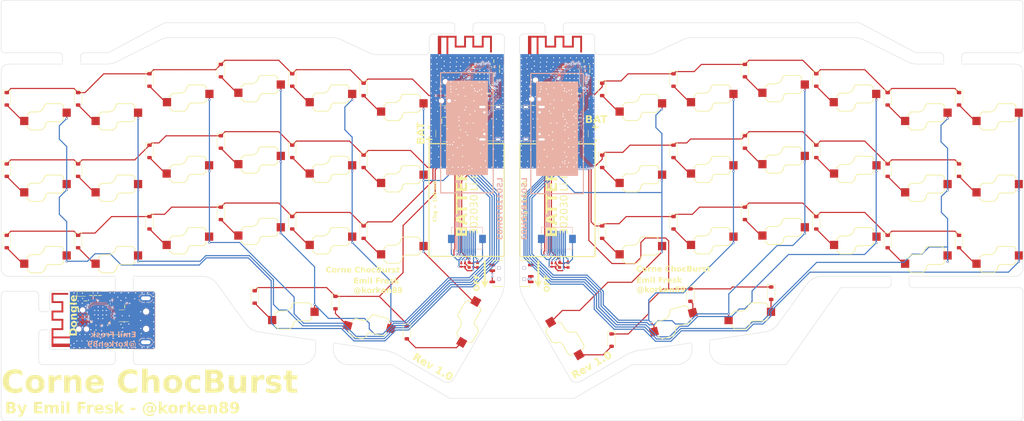
<source format=kicad_pcb>
(kicad_pcb (version 20221018) (generator pcbnew)
  (layers (0 "F.Cu" signal) (1 "In1.Cu" signal) (2 "In2.Cu" signal) (31 "B.Cu" signal) (34 "B.Paste" user) (35 "F.Paste" user) (36 "B.SilkS" user "B.Silkscreen") (37 "F.SilkS" user "F.Silkscreen") (38 "B.Mask" user) (39 "F.Mask" user) (44 "Edge.Cuts" user))
  (net 0 "")
  (net 1 "/Left Keyboard Controller/ANT4")
  (net 2 "GND")
  (net 3 "/Left Keyboard Controller/VBAT")
  (net 4 "/Left Keyboard Controller/VDD")
  (net 5 "/Left Keyboard Controller/DEC4_6")
  (net 6 "/Left Keyboard Controller/DECUSB")
  (net 7 "/Left Keyboard Controller/DEC1")
  (net 8 "/Left Keyboard Controller/DEC3")
  (net 9 "/Left Keyboard Controller/DEC5")
  (net 10 "/Left Keyboard Controller/XC2")
  (net 11 "/Left Keyboard Controller/XC1")
  (net 12 "/Left Keyboard Controller/VBAT_MEAS")
  (net 13 "/Left Keyboard Controller/ANT3")
  (net 14 "/Left Keyboard Controller/ANT2")
  (net 15 "/Left Keyboard Controller/ANT1")
  (net 16 "Net-(D301-A)")
  (net 17 "/Left Keyboard Controller/KIO0")
  (net 18 "Net-(D302-A)")
  (net 19 "/Left Keyboard Controller/KIO1")
  (net 20 "Net-(D303-A)")
  (net 21 "/Left Keyboard Controller/KIO2")
  (net 22 "Net-(D304-A)")
  (net 23 "Net-(D305-A)")
  (net 24 "Net-(D306-A)")
  (net 25 "Net-(D307-A)")
  (net 26 "Net-(D308-A)")
  (net 27 "Net-(D309-A)")
  (net 28 "Net-(D310-A)")
  (net 29 "Net-(D311-A)")
  (net 30 "Net-(D312-A)")
  (net 31 "Net-(D313-A)")
  (net 32 "/Left Keyboard Controller/KIO3")
  (net 33 "Net-(D314-A)")
  (net 34 "Net-(D315-A)")
  (net 35 "Net-(D316-A)")
  (net 36 "Net-(D317-A)")
  (net 37 "Net-(D318-A)")
  (net 38 "Net-(D319-A)")
  (net 39 "Net-(D320-A)")
  (net 40 "Net-(D321-A)")
  (net 41 "Net-(D401-A)")
  (net 42 "Net-(D402-A)")
  (net 44 "Net-(D403-A)")
  (net 45 "Net-(D404-A)")
  (net 47 "Net-(D405-A)")
  (net 48 "Net-(D406-A)")
  (net 50 "Net-(L201-Pad1)")
  (net 51 "Net-(D407-A)")
  (net 52 "Net-(U204-PROG)")
  (net 53 "Net-(D408-A)")
  (net 54 "Net-(D409-A)")
  (net 55 "Net-(D410-A)")
  (net 56 "Net-(D411-A)")
  (net 57 "Net-(D412-A)")
  (net 58 "Net-(D413-A)")
  (net 59 "Net-(D414-A)")
  (net 60 "Net-(D415-A)")
  (net 61 "/Left Keyboard Controller/LEFT")
  (net 65 "Net-(D416-A)")
  (net 66 "Net-(D417-A)")
  (net 67 "Net-(D418-A)")
  (net 68 "Net-(D419-A)")
  (net 69 "Net-(D420-A)")
  (net 70 "Net-(D421-A)")
  (net 71 "/Left Keyboard Controller/VIN_USB")
  (net 72 "/Left Keyboard Controller/CC1")
  (net 73 "/Left Keyboard Controller/P_D+")
  (net 74 "/Left Keyboard Controller/P_D-")
  (net 75 "/Left Keyboard Controller/CC2")
  (net 76 "/Left Keyboard Controller/SWDIO")
  (net 77 "/Left Keyboard Controller/SWDCLK")
  (net 78 "/Left Keyboard Controller/DCC")
  (net 79 "/Left Keyboard Controller/KIO4")
  (net 80 "/Left Keyboard Controller/KIO5")
  (net 81 "/Left Keyboard Controller/KIO6")
  (net 82 "/Left Keyboard Controller/KIO7")
  (net 83 "/Left Keyboard Controller/KIO8")
  (net 84 "/Left Keyboard Controller/KIO9")
  (net 85 "/Left Keyboard Controller/D-")
  (net 86 "/Left Keyboard Controller/D+")
  (net 87 "/Left Keyboard Controller/CHG_STAT")
  (net 88 "/Right Keyboard Controller/ANT4")
  (net 89 "/Right Keyboard Controller/DEC4_6")
  (net 90 "/Right Keyboard Controller/DECUSB")
  (net 91 "/Right Keyboard Controller/DEC1")
  (net 92 "/Right Keyboard Controller/DEC3")
  (net 93 "/Right Keyboard Controller/DEC5")
  (net 94 "/Right Keyboard Controller/VDD")
  (net 95 "/Right Keyboard Controller/ANT3")
  (net 96 "/Right Keyboard Controller/ANT2")
  (net 97 "/Right Keyboard Controller/ANT1")
  (net 98 "/Right Keyboard Controller/XC1")
  (net 99 "/Right Keyboard Controller/XC2")
  (net 100 "/Right Keyboard Controller/VBAT_MEAS")
  (net 101 "/Right Keyboard Controller/KIO0")
  (net 102 "/Right Keyboard Controller/KIO1")
  (net 103 "/Right Keyboard Controller/KIO2")
  (net 104 "/Right Keyboard Controller/KIO3")
  (net 105 "/Right Keyboard Controller/VIN_USB")
  (net 106 "/Right Keyboard Controller/SWDIO")
  (net 108 "/Right Keyboard Controller/SWDCLK")
  (net 110 "/Right Keyboard Controller/CC1")
  (net 111 "/Right Keyboard Controller/P_D+")
  (net 112 "/Right Keyboard Controller/P_D-")
  (net 114 "/Right Keyboard Controller/CC2")
  (net 116 "Net-(L501-Pad2)")
  (net 117 "/Right Keyboard Controller/DCC")
  (net 118 "Net-(U503-PROG)")
  (net 119 "/Right Keyboard Controller/KIO4")
  (net 120 "/Right Keyboard Controller/KIO5")
  (net 121 "/Right Keyboard Controller/KIO6")
  (net 122 "/Right Keyboard Controller/KIO7")
  (net 123 "/Right Keyboard Controller/KIO8")
  (net 124 "/Right Keyboard Controller/KIO9")
  (net 126 "/Right Keyboard Controller/D-")
  (net 127 "/Right Keyboard Controller/D+")
  (net 129 "/Right Keyboard Controller/CHG_STAT")
  (net 130 "/Right Keyboard Controller/LEFT")
  (net 131 "/USB Dongle/ANT4")
  (net 132 "/USB Dongle/DEC4_6")
  (net 133 "/USB Dongle/DECUSB")
  (net 134 "/USB Dongle/DEC1")
  (net 135 "/USB Dongle/DEC3")
  (net 136 "/USB Dongle/DEC5")
  (net 137 "/USB Dongle/VDD")
  (net 138 "/USB Dongle/ANT3")
  (net 139 "/USB Dongle/ANT2")
  (net 140 "/USB Dongle/ANT1")
  (net 141 "/USB Dongle/XC1")
  (net 142 "/USB Dongle/XC2")
  (net 143 "Net-(D601-A)")
  (net 144 "/USB Dongle/VIN_USB")
  (net 145 "/USB Dongle/SWDIO")
  (net 147 "/USB Dongle/SWDCLK")
  (net 149 "/USB Dongle/P_D+")
  (net 150 "/USB Dongle/P_D-")
  (net 151 "/Right Keyboard Controller/VBAT")
  (net 152 "/USB Dongle/LED")
  (net 158 "/USB Dongle/D-")
  (net 159 "/USB Dongle/D+")
  (net 171 "/USB Dongle/BUTTON")
  (net 172 "/Left Keyboard Controller/VUSB")
  (net 173 "/Right Keyboard Controller/VUSB")
  (net 175 "/USB Dongle/VUSB")
  (net 176 "/Left Keyboard Controller/VDDA")
  (net 177 "/Left Keyboard Controller/DISP")
  (net 178 "/Right Keyboard Controller/VDDA")
  (net 179 "/Right Keyboard Controller/DISP")
  (net 180 "/Left Keyboard Controller/VSSA")
  (net 181 "/Right Keyboard Controller/VSSA")
  (net 182 "/Left Keyboard Controller/SCLK")
  (net 183 "/Left Keyboard Controller/DATA_IN")
  (net 184 "/Left Keyboard Controller/CS")
  (net 185 "/Right Keyboard Controller/SCLK")
  (net 186 "/Right Keyboard Controller/DATA_IN")
  (net 187 "/Right Keyboard Controller/CS")
  (net 190 "/Left Keyboard Controller/POWER_EN")
  (net 191 "/Right Keyboard Controller/POWER_EN")
  (net 193 "unconnected-(SW102-A-Pad1)")
  (footprint "MountingHole:MountingHole_4.3mm_M4" (layer "F.Cu") (at 190.282 71.2355)
    (fp_text reference "H504" hide)
    (fp_text value "MountingHole" hide)
  )
  (footprint "passive:R_0603" (layer "F.Cu") (at 161.7 109.5 -90)
    (fp_text reference "FB502" hide)
    (fp_text value "FerriteBead_Small" hide)
  )
  (footprint "passive:C_0603" (layer "F.Cu") (at 135.15 65 180)
    (fp_text reference "C225" hide)
    (fp_text value "4.7u" hide)
  )
  (footprint "connectors:Kailh Choc Hotswap 1U" (layer "F.Cu") (at 209.75 118.25)
    (fp_text reference "SW419" hide)
    (fp_text value "SW_Push")
  )
  (footprint "Connector:Tag-Connect_TC2030-IDC-NL_2x03_P1.27mm_Vertical" (layer "F.Cu") (at 131.25 63.25 -90)
    (fp_text reference "J202" hide)
    (fp_text value "tag-connect-swd" hide)
  )
  (footprint "usb:USB_A_1001-011-01101" (layer "F.Cu") (at 49.5 124.2 90)
    (fp_text reference "J602" hide)
    (fp_text value "USB_A" hide)
  )
  (footprint "passive:C_0402" (layer "F.Cu") (at 136.45 60.45 180)
    (fp_text reference "C212" hide)
    (fp_text value "100p" hide)
  )
  (footprint "connectors:Kailh Choc Hotswap 1.5U" (layer "F.Cu") (at 132.05 124.45 60)
    (fp_text reference "SW321" hide)
    (fp_text value "SW_Push")
  )
  (footprint "passive:C_0402" (layer "F.Cu") (at 163.85 55.05 90)
    (fp_text reference "C507" hide)
    (fp_text value "100n" hide)
  )
  (footprint "connectors:Kailh Choc Hotswap 1U" (layer "F.Cu") (at 60.17 79.25)
    (fp_text reference "SW309" hide)
    (fp_text value "SW_Push")
  )
  (footprint "passive:R_0402" (layer "F.Cu") (at 158.2 66 180)
    (fp_text reference "R505" hide)
    (fp_text value "5.1k" hide)
  )
  (footprint "passive:C_0603" (layer "F.Cu") (at 169.7 57.9)
    (fp_text reference "C511" hide)
    (fp_text value "4.7u" hide)
  )
  (footprint "passive:C_0402" (layer "F.Cu") (at 144.1 63.5 -90)
    (fp_text reference "C209" hide)
    (fp_text value "1u" hide)
  )
  (footprint "Diode_SMD:D_SOD-123" (layer "F.Cu") (at 175.5 129.5 -90)
    (fp_text reference "D421" hide)
    (fp_text value "BAT43W" hide)
  )
  (footprint "kbd:Breakaway_Tabs" (layer "F.Cu") (at 31.725 55.8)
    (fp_text reference "J5" hide)
    (fp_text value "Breakaway_Tabs" hide)
  )
  (footprint "passive:C_0402" (layer "F.Cu") (at 158.9 62.25 -90)
    (fp_text reference "C517" hide)
    (fp_text value "16p" hide)
  )
  (footprint "connectors:Kailh Choc Hotswap 1U" (layer "F.Cu") (at 79.25 57.75)
    (fp_text reference "SW304" hide)
    (fp_text value "SW_Push")
  )
  (footprint "passive:C_0402" (layer "F.Cu") (at 139.85 55.05 90)
    (fp_text reference "C205" hide)
    (fp_text value "100n" hide)
  )
  (footprint "passive:C_0402" (layer "F.Cu") (at 43.7 120.7)
    (fp_text reference "C601" hide)
    (fp_text value "1u" hide)
  )
  (footprint "Package_TO_SOT_SMD:SOT-23-6" (layer "F.Cu") (at 45.15 123 180)
    (fp_text reference "U602" hide)
    (fp_text value "USBLC6-2SC6" hide)
  )
  (footprint "passive:C_0402" (layer "F.Cu") (at 160.4 63.85 180)
    (fp_text reference "C518" hide)
    (fp_text value "16p" hide)
  )
  (footprint "connectors:Kailh Choc Hotswap 1U" (layer "F.Cu") (at 79.25 76.75)
    (fp_text reference "SW310" hide)
    (fp_text value "SW_Push")
  )
  (footprint "passive:R_0603" (layer "F.Cu") (at 167 63.85 90)
    (fp_text reference "L502" hide)
    (fp_text value "10u" hide)
  )
  (footprint "connectors:Kailh Choc Hotswap 1U" (layer "F.Cu") (at 256.75 65.25)
    (fp_text reference "SW402" hide)
    (fp_text value "SW_Push")
  )
  (footprint "passive:C_0402" (layer "F.Cu") (at 35.25 123.35 180)
    (fp_text reference "C607" hide)
    (fp_text value "100n" hide)
  )
  (footprint "passive:C_0402" (layer "F.Cu") (at 141.6 63.45 90)
    (fp_text reference "C204" hide)
    (fp_text value "1u" hide)
  )
  (footprint "passive:C_0402" (layer "F.Cu") (at 39.3 126.35)
    (fp_text reference "C616" hide)
    (fp_text value "1p" hide)
  )
  (footprint "passive:C_0603" (layer "F.Cu") (at 145.7 56.7)
    (fp_text reference "C207" hide)
    (fp_text value "4.7u" hide)
  )
  (footprint "Diode_SMD:D_SOD-123" (layer "F.Cu") (at 33.5 103.25 -90)
    (fp_text reference "D314" hide)
    (fp_text value "BAT43W" hide)
  )
  (footprint "passive:R_0402" (layer "F.Cu") (at 144.1 65.3 -90)
    (fp_text reference "R204" hide)
    (fp_text value "5.1k" hide)
  )
  (footprint "passive:C_0402" (layer "F.Cu") (at 136.45 56.6 180)
    (fp_text reference "C214" hide)
    (fp_text value "820p" hide)
  )
  (footprint "Diode_SMD:D_SOD-123" (layer "F.Cu") (at 268 65.25 -90)
    (fp_text reference "D401" hide)
    (fp_text value "BAT43W" hide)
  )
  (footprint "connectors:Kailh Choc Hotswap 1U" (layer "F.Cu") (at 199.75 98.25)
    (fp_text reference "SW417" hide)
    (fp_text value "SW_Push")
  )
  (footprint "Connector:Tag-Connect_TC2030-IDC-NL_2x03_P1.27mm_Vertical" (layer "F.Cu") (at 155.25 62.8 -90)
    (fp_text reference "J501" hide)
    (fp_text value "tag-connect-swd" hide)
  )
  (footprint "Package_TO_SOT_SMD:SOT-23-5" (layer "F.Cu") (at 136.75 67.25)
    (fp_text reference "U203" hide)
    (fp_text value "TPS70630DBVR" hide)
  )
  (footprint "Package_TO_SOT_SMD:SOT-23-6" (layer "F.Cu") (at 161.25 71.75)
    (fp_text reference "U502" hide)
    (fp_text value "USBLC6-2SC6" hide)
  )
  (footprint "connectors:Kailh Choc Hotswap 1U" (layer "F.Cu") (at 88.25 118.25)
    (fp_text reference "SW319" hide)
    (fp_text value "SW_Push")
  )
  (footprint "passive:C_0402" (layer "F.Cu") (at 40.65 126.75 -90)
    (fp_text reference "C605" hide)
    (fp_text value "100p" hide)
  )
  (footprint "Diode_SMD:D_SOD-123" (layer "F.Cu") (at 71.5 76.75 -90)
    (fp_text reference "D310" hide)
    (fp_text value "BAT43W" hide)
  )
  (footprint "passive:C_0402" (layer "F.Cu") (at 32.497329 129.220349 -90)
    (fp_text reference "C613" hide)
    (fp_text value "~" hide)
  )
  (footprint "connectors:Kailh Choc Hotswap 1U" (layer "F.Cu") (at 275.75 84.25)
    (fp_text reference "SW407" hide)
    (fp_text value "SW_Push")
  )
  (footprint "Connector_JST:JST_SH_SM02B-SRSS-TB_1x02-1MP_P1.00mm_Horizontal" (layer "F.Cu") (at 166.6 74.5 90)
    (fp_text reference "J504" hide)
    (fp_text value "Conn_01x02_MountingPin" hide)
  )
  (footprint "connectors:Kailh Choc Hotswap 1U" (layer "F.Cu") (at 199.75 79.25)
    (fp_text reference "SW411" hide)
    (fp_text value "SW_Push")
  )
  (footprint "kbd:Breakaway_Tabs" (layer "F.Cu") (at 45.7875 132.2)
    (fp_text reference "J5" hide)
    (fp_text value "Breakaway_Tabs" hide)
  )
  (footprint "connectors:Kailh Choc Hotswap 1U" (layer "F.Cu") (at 117.25 62.75)
    (fp_text reference "SW306" hide)
    (fp_text value "SW_Push")
  )
  (footprint "Package_TO_SOT_SMD:SOT-23-5" (layer "F.Cu") (at 131.3125 68.6)
    (fp_text reference "U204" hide)
    (fp_text value "MCP73832-2-OT" hide)
  )
  (footprint "Diode_SMD:D_SOD-123" (layer "F.Cu") (at 230 60.25 -90)
    (fp_text reference "D403" hide)
    (fp_text value "BAT43W" hide)
  )
  (footprint "Diode_SMD:D_SOD-123" (layer "F.Cu") (at 249 103.25 -90)
    (fp_text reference "D414" hide)
    (fp_text value "BAT43W" hide)
  )
  (footprint "Diode_SMD:D_SOD-123" (layer "F.Cu") (at 173 81.9 -90)
    (fp_text reference "D412" hide)
    (fp_text value "BAT43W" hide)
  )
  (footprint "connectors:Kailh Choc Hotswap 1U" (layer "F.Cu") (at 180.75 62.75)
    (fp_text reference "SW406" hide)
    (fp_text value "SW_Push")
  )
  (footprint "connectors:Kailh Choc Hotswap 1U" (layer "F.Cu") (at 109.75 120.75 -15)
    (fp_text reference "SW320" hide)
    (fp_text value "SW_Push")
  )
  (footprint "kbd:Breakaway_Tabs" (layer "F.Cu") (at 45.7875 116.2)
    (fp_text reference "J5" hide)
    (fp_text value "Breakaway_Tabs" hide)
  )
  (footprint "passive:R_0402" (layer "F.Cu") (at 163.4 64.05)
    (fp_text reference "R503" hide)
    (fp_text value "1M" hide)
  )
  (footprint "passive:C_0402" (layer "F.Cu") (at 136.4 63.85 180)
    (fp_text reference "C215" hide)
    (fp_text value "16p" hide)
  )
  (footprint "connectors:Kailh Choc Hotswap 1U" (layer "F.Cu") (at 237.83 79.25)
    (fp_text reference "SW409" hide)
    (fp_text value "SW_Push")
  )
  (footprint "connectors:Kailh Choc Hotswap 1U" (layer "F.Cu") (at 98.25 98.25)
    (fp_text reference "SW317" hide)
    (fp_text value "SW_Push")
  )
  (footprint "passive:C_0402" (layer "F.Cu") (at 43.7 119.75)
    (fp_text reference "C602" hide)
    (fp_text value "100n" hide)
  )
  (footprint "connectors:Kailh Choc Hotswap 1U" (layer "F.Cu") (at 218.75 57.75)
    (fp_text reference "SW404" hide)
    (fp_text value "SW_Push")
  )
  (footprint "passive:R_0603" (layer "F.Cu") (at 139.8 109.5 90)
    (fp_text reference "FB203" hide)
    (fp_text value "FerriteBead_Small" hide)
  )
  (footprint "passive:C_0402" (layer "F.Cu") (at 43.75 125.1)
    (fp_text reference "C608" hide)
    (fp_text value "100n" hide)
  )
  (footprint "passive:C_0603" (layer "F.Cu") (at 169.7 56.7)
    (fp_text reference "C512" hide)
    (fp_text value "4.7u" hide)
  )
  (footprint "Diode_SMD:D_SOD-123" (layer "F.Cu") (at 196.5 117.5 -90)
    (fp_text reference "D420" hide)
    (fp_text value "BAT43W" hide)
  )
  (footprint "passive:C_0402" (layer "F.Cu") (at 159.6 109.5 -90)
    (fp_text reference "C524" hide)
    (fp_text value "560p" hide)
  )
  (footprint "connectors:Kailh Choc Hotswap 1U" (layer "F.Cu") (at 199.75 60.25)
    (fp_text reference "SW405" hide)
    (fp_text value "SW_Push")
  )
  (footprint "Diode_SMD:D_SOD-123" (layer "F.Cu") (at 249 84.25 -90)
    (fp_text reference "D408" hide)
    (fp_text value "BAT43W" hide)
  )
  (footprint "passive:R_0402" (layer "F.Cu") (at 131.8 55.9 -90)
    (fp_text reference "L203" hide)
    (fp_text value "~" hide)
  )
  (footprint "passive:R_0402" (layer "F.Cu") (at 139.4 64.05)
    (fp_text reference "R202" hide)
    (fp_text value "1M" hide)
  )
  (footprint "passive:R_0402" (layer "F.Cu") (at 145.1 65.3 -90)
    (fp_text reference "R203" hide)
    (fp_text value "5.1k" hide)
  )
  (footprint "passive:R_0402" (layer "F.Cu") (at 135.5 58.65)
    (fp_text reference "L204" hide)
    (fp_text value "4.7n" hide)
  )
  (footprint "kbd:Breakaway_Tabs" (layer "F.Cu") (at 252.3 112.7)
    (fp_text reference "J5" hide)
    (fp_text value "Breakaway_Tabs" hide)
  )
  (footprint "connectors:Kailh Choc Hotswap 1.5U" (layer "F.Cu") (at 165.95 124.45 -60)
    (fp_text reference "SW421" hide)
    (fp_text value "SW_Push")
  )
  (footprint "Package_TO_SOT_SMD:SOT-23-6" (layer "F.Cu") (at 136.75 71.75 180)
    (fp_text reference "U202" hide)
    (fp_text value "USBLC6-2SC6" hide)
  )
  (footprint "Diode_SMD:D_SOD-123" (layer "F.Cu") (at 109.5 62.75 -90)
    (fp_text reference "D306" hide)
    (fp_text value "BAT43W" hide)
  )
  (footprint "connectors:Kailh Choc Hotswap 1U" (layer "F.Cu") (at 41.25 84.25)
    (fp_text reference "SW308" hide)
    (fp_text value "SW_Push")
  )
  (footprint "connectors:Kailh Choc Hotswap 1U" (layer "F.Cu") (at 41.25 65.25)
    (fp_text reference "SW302" hide)
    (fp_text value "SW_Push")
  )
  (footprint "passive:C_0402" (layer "F.Cu") (at 160.45 57.45 180)
    (fp_text reference "C506" hide)
    (fp_text value "820p" hide)
  )
  (footprint "passive:C_0603" (layer "F.Cu") (at 38.1 117.6 90)
    (fp_text reference "C611" hide)
    (fp_text value "4.7u" hide)
  )
  (footprint "passive:R_0402" (layer "F.Cu") (at 139.4 64.95 180)
    (fp_text reference "R201" hide)
    (fp_text value "1M" hide)
  )
  (footprint "connectors:Kailh Choc Hotswap 1U" (layer "F.Cu") (at 98.25 79.25)
    (fp_text reference "SW311" hide)
    (fp_text value "SW_Push")
  )
  (footprint "MountingHole:MountingHole_4.3mm_M4" (layer "F.Cu") (at 121.473 118.605)
    (fp_text reference "H205" hide)
    (fp_text value "MountingHole" hide)
  )
  (footprint "connectors:Kailh Choc Hotswap 1U" (layer "F.Cu") (at 188.25 120.75 15)
    (fp_text reference "SW420" hide)
    (fp_text value "SW_Push")
  )
  (footprint "passive:C_0402" (layer "F.Cu") (at 161.95 63.55 -90)
    (fp_text reference "C508" hide)
    (fp_text value "100n" hide)
  )
  (footprint "connectors:Kailh Choc Hotswap 1U" (layer "F.Cu") (at 41.25 103.25)
    (fp_text reference "SW314" hide)
    (fp_text value "SW_Push")
  )
  (footprint "passive:R_0402" (layer "F.Cu") (at 133.9 66.7 -90)
    (fp_text reference "R206" hide)
    (fp_text value "10k" hide)
  )
  (footprint "MountingHole:MountingHole_4.3mm_M4" (layer "F.Cu") (at 31.75 74.75)
    (fp_text reference "H202" hide)
    (fp_text value "MountingHole" hide)
  )
  (footprint "connectors:Kailh Choc Hotswap 1U" (layer "F.Cu") (at 22.25 84.25)
    (fp_text reference "SW307" hide)
    (fp_text value "SW_Push")
  )
  (footprint "Package_DFN_QFN:QFN-40-1EP_5x5mm_P0.4mm_EP3.6x3.6mm" (layer "F.Cu") (at 39.45 122.2 -90)
    (fp_text reference "U601" hide)
    (fp_text value "nRF52833-QDxx" hide)
  )
  (footprint "Diode_SMD:D_SOD-123" (layer "F.Cu") (at 173 100.75 -90)
    (fp_text reference "D418" hide)
    (fp_text value "BAT43W" hide)
  )
  (footprint "passive:C_0402" (layer "F.Cu") (at 136.5 109.5 90)
    (fp_text reference "C217" hide)
    (fp_text value "1u" hide)
  )
  (footprint "crystals:Crystal_4Pin_2.0x1.6mm" (layer "F.Cu") (at 160.4 62.15 90)
    (fp_text reference "Y501" hide)
    (fp_text value "32 MHz" hide)
  )
  (footprint "passive:R_0402" (layer "F.Cu") (at 136.45 57.6)
    (fp_text reference "R101" hide)
    (fp_text value "1k" hide)
  )
  (footprint "Diode_SMD:D_SOD-123" (layer "F.Cu") (at 52.5 98.25 -90)
    (fp_text reference "D315" hide)
    (fp_text value "BAT43W" hide)
  )
  (footprint "passive:C_0402" (layer "F.Cu") (at 168.1 63.5 -90)
    (fp_text reference "C509" hide)
    (fp_text value "1u" hide)
  )
  (footprint "connectors:Kailh Choc Hotswap 1U" (layer "F.Cu") (at 218.75 95.75)
    (fp_text reference "SW416" hide)
    (fp_text value "SW_Push")
  )
  (footprint "passive:C_0402" (layer "F.Cu") (at 155.35 54.55 180)
    (fp_text reference "C513" hide)
    (fp_text value "~" hide)
  )
  (footprint "Diode_SMD:D_SOD-123" (layer "F.Cu") (at 90.5 60.25 -90)
    (fp_text reference "D305" hide)
    (fp_text value "BAT43W" hide)
  )
  (footprint "passive:R_0603" (layer "F.Cu") (at 143 63.85 90)
    (fp_text reference "L201" hide)
    (fp_text value "10u" hide)
  )
  (footprint "connectors:Kailh Choc Hotswap 1U" (layer "F.Cu") (at 237.75 60.25)
    (fp_text reference "SW403" hide)
    (fp_text value "SW_Push")
  )
  (footprint "passive:C_0402" (layer "F.Cu") (at 37.9 129.2 -90)
    (fp_text reference "C615" hide)
    (fp_text value "1.2p" hide)
  )
  (footprint "passive:C_0603" (layer "F.Cu") (at 145.7 57.9)
    (fp_text reference "C206" hide)
    (fp_text value "4.7u" hide)
  )
  (footprint "passive:C_0402" (layer "F.Cu") (at 165.6 63.45 90)
    (fp_text reference "C501" hide)
    (fp_text value "1u" hide)
  )
  (footprint "Diode_SMD:D_SOD-123" (layer "F.Cu") (at 268 84.25 -90)
    (fp_text reference "D407" hide)
    (fp_text value "BAT43W" hide)
  )
  (footprint "passive:C_0603" (layer "F.Cu") (at 164.75 66.9 90)
    (fp_text reference "C520" hide)
    (fp_text value "4.7u" hide)
  )
  (footprint "connectors:Kailh Choc Hotswap 1U" (layer "F.Cu") (at 180.75 81.75)
    (fp_text reference "SW412" hide)
    (fp_text value "SW_Push")
  )
  (footprint "Diode_SMD:D_SOD-123" (layer "F.Cu") (at 192 79.25 -90)
    (fp_text reference "D411" hide)
    (fp_text value "BAT43W" hide)
  )
  (footprint "connectors:Kailh Choc Hotswap 1U" (layer "F.Cu") (at 256.75 103.25)
    (fp_text reference "SW414" hide)
    (fp_text value "SW_Push")
  )
  (footprint "passive:R_0603" (layer "F.Cu") (at 163.45 66.9 90)
    (fp_text reference "FB501" hide)
    (fp_text value "FerriteBead_Small" hide)
  )
  (footprint "Package_TO_SOT_SMD:SOT-23-5" (layer "F.Cu") (at 165.75 69.85 180)
    (fp_text reference "U503" hide)
    (fp_text value "MCP73832-2-OT" hide)
  )
  (footprint "connectors:Kailh Choc Hotswap 1U" (layer "F.Cu") (at 60.17 98.25)
    (fp_text reference "SW315" hide)
    (fp_text value "SW_Push")
  )
  (footprint "RF_Antenna:Texas_SWRA117D_2.4GHz_Right" (layer "F.Cu") (at 131.8 53.625)
    (fp_text reference "Ant101" hide)
    (fp_text value "antenna" hide)
  )
  (footprint "connectors:SSSS810701" (layer "F.Cu") (at 145.5 111.75 90)
    (fp_text reference "SW101" hide)
    (fp_text value "SW_SPDT" hide)
  )
  (footprint "Diode_SMD:D_SOD-123" (layer "F.Cu") (at 52.5 79.25 -90)
    (fp_text reference "D309" hide)
    (fp_text value "BAT43W" hide)
  )
  (footprint "passive:R_0402" (layer "F.Cu") (at 36.55 128.75)
    (fp_text reference "L604" hide)
    (fp_text value "2.2n" hide)
  )
  (footprint "passive:C_0603" (layer "F.Cu") (at 159.4 64.9 180)
    (fp_text reference "C525" hide)
    (fp_text value "4.7u" hide)
  )
  (footprint "passive:R_0402" (layer "F.Cu") (at 132.8 58.65)
    (fp_text reference "L205" hide)
    (fp_text value "2.2n" hide)
  )
  (footprint "passive:C_0402" (layer "F.Cu") (at 169.05 62.6 -90)
    (fp_text reference "C504" hide)
    (fp_text value "100n" hide)
  )
  (footprint "connectors:Kailh Choc Hotswap 1U" (layer "F.Cu") (at 256.75 84.25)
    (fp_text reference "SW408" hide)
    (fp_text value "SW_Push")
  )
  (footprint "Diode_SMD:D_SOD-123" (layer "F.Cu") (at 268 103.25 -90)
    (fp_text reference "D413" hide)
    (fp_text value "BAT43W" hide)
  )
  (footprint "connectors:Kailh Choc Hotswap 1U" (layer "F.Cu") (at 79.25 95.75)
    (fp_text reference "SW316" hide)
    (fp_text value "SW_Push")
  )
  (footprint "Diode_SMD:D_SOD-123" (layer "F.Cu") (at 14.5 103.25 -90)
    (fp_text reference "D313" hide)
    (fp_text value "BAT43W" hide)
  )
  (footprint "Diode_SMD:D_0603_1608Metric" (layer "F.Cu") (at 34.7 117.1)
    (fp_text reference "D601" hide)
    (fp_text value "RED" hide)
  )
  (footprint "Diode_SMD:D_SOD-123" (layer "F.Cu") (at 192 98.25 -90)
    (fp_text reference "D417" hide)
    (fp_text value "BAT43W" hide)
  )
  (footprint "kbd:Breakaway_Tabs" (layer "F.Cu") (at 160.2 47.8)
    (fp_text reference "J5" hide)
    (fp_text value "Breakaway_Tabs" hide)
  )
  (footprint "Diode_SMD:D_SOD-123" (layer "F.Cu") (at 90.5 79.25 -90)
    (fp_text reference "D311" hide)
    (fp_text value "BAT43W" hide)
  )
  (footprint "passive:C_0402" (layer "F.Cu") (at 136.85 59.1 -90)
    (fp_text reference "C223" hide)
    (fp_text value "1p" hide)
  )
  (footprint "MountingHole:MountingHole_4.3mm_M4" (layer "F.Cu") (at 107.718 71.2355)
    (fp_text reference "H204" hide)
    (fp_text value "MountingHole" hide)
  )
  (footprint "Diode_SMD:D_SOD-123" (layer "F.Cu") (at 33.5 84.25 -90)
    (fp_text reference "D308" hide)
    (fp_text value "BAT43W" hide)
  )
  (footprint "connectors:USB_C_Receptacle_USB4105" (layer "F.Cu") (at 154.35 71.75 -90)
    (fp_text reference "J502" hide)
    (fp_text value "USB_C_Receptacle_USB2.0" hide)
  )
  (footprint "Diode_SMD:D_SOD-123" (layer "F.Cu") (at 173 62.75 -90)
    (fp_text reference "D406" hide)
    (fp_text value "BAT43W" hide)
  )
  (footprint "passive:R_0603" (layer "F.Cu") (at 133.5 71 180)
    (fp_text reference "FB201" hide)
    (fp_text value "FerriteBead_Small" hide)
  )
  (footprint "Diode_SMD:D_SOD-123" (layer "F.Cu") (at 90.5 98.25 -90)
    (fp_text reference "D317" hide)
    (fp_text value "BAT43W" hide)
  )
  (footprint "kbd:Breakaway_Tabs" (layer "F.Cu") (at 136.2 47.8)
    (fp_text reference "J5" hide)
    (fp_text value "Breakaway_Tabs" hide)
  )
  (footprint "passive:R_0402" (layer "F.Cu") (at 163.4 64.95 180)
    (fp_text reference "R502" hide)
    (fp_text value "1M" hide)
  )
  (footprint "passive:C_0603" (layer "F.Cu") (at 39.3 117.6 90)
    (fp_text reference "C610" hide)
    (fp_text value "4.7u" hide)
  )
  (footprint "passive:C_0402" (layer "F.Cu") (at 155.35 57.25 180)
    (fp_text reference "C514" hide)
    (fp_text value "~" hide)
  )
  (footprint "Diode_SMD:D_SOD-123" (layer "F.Cu") (at 102 119.5 -90)
    (fp_text reference "D320" hide)
    (fp_text value "BAT43W" hide)
  )
  (footprint "passive:C_0402" (layer "F.Cu") (at 44.2 126.2)
    (fp_text reference "C618" hide)
    (fp_text value "16p" hide)
  )
  (footprint "passive:C_0603" (layer "F.Cu") (at 168.15 55.25)
    (fp_text reference "C503" hide)
    (fp_text value "4.7u" hide)
  )
  (footprint "passive:C_0402" (layer "F.Cu") (at 158.15 59.1 -90)
    (fp_text reference "C515" hide)
    (fp_text value "1.2p" hide)
  )
  (footprint "connectors:Kailh Choc Hotswap 1U" (layer "F.Cu") (at 22.25 65.25)
    (fp_text reference "SW301" hide)
    (fp_text value "SW_Push")
  )
  (footprint "kbd:Breakaway_Tabs" (layer "F.Cu") (at 45.7875 112.7)
    (fp_text reference "J5" hide)
    (fp_text value "Breakaway_Tabs" hide)
  )
  (footprint "Diode_SMD:D_SOD-123" (layer "F.Cu") (at 14.5 84.25 -90)
    (fp_text reference "D307" hide)
    (fp_text value "BAT43W" hide)
  )
  (footprint "connectors:Kailh Choc Hotswap 1U" (layer "F.Cu") (at 22.25 103.25)
    (fp_text reference "SW313" hide)
    (fp_text value "SW_Push")
  )
  (footprint "passive:C_0603" (layer "F.Cu") (at 166.5 67.5 180)
    (fp_text reference "C521" hide)
    (fp_text value "4.7u" hide)
  )
  (footprint "connectors:Kailh Choc Hotswap 1U" (layer "F.Cu") (at 218.75 76.75)
    (fp_text reference "SW410" hide)
    (fp_text value "SW_Push")
  )
  (footprint "passive:R_0402" (layer "F.Cu") (at 155.8 55.9 -90)
    (fp_text reference "L503" hide)
    (fp_text value "~" hide)
  )
  (footprint "connectors:SSSS810701" (layer "F.Cu") (at 152.25 111.75 -90)
    (fp_text reference "SW102" hide)
    (fp_text value "SW_SPDT" hide)
  )
  (footprint "passive:R_0402" (layer "F.Cu") (at 142.7 65.55)
    (fp_text reference "L202" hide)
    (fp_text value "47n" hide)
  )
  (footprint "passive:C_0402" (layer "F.Cu") (at 44.2 127.2)
    (fp_text reference "C617" hide)
    (fp_text value "16p" hide)
  )
  (footprint "passive:R_0402" (layer "F.Cu") (at 156.8 58.65)
    (fp_text reference "L504" hide)
    (fp_text value "2.2n" hide)
  )
  (footprint "RF_Antenna:Texas_SWRA117D_2.4GHz_Right" (layer "F.Cu") (at 155.8 53.625)
    (fp_text reference "Ant102" hide)
    (fp_text value "antenna" hide)
  )
  (footprint "passive:C_0603" (layer "F.Cu") (at 36.9 117.6 90)
    (fp_text reference "C612" hide)
    (fp_text value "4.7u" hide)
  )
  (footprint "MountingHole:MountingHole_4.3mm_M4" (layer "F.Cu") (at 223.093 110.9905)
    (fp_text reference "H503" hide)
    (fp_text value "MountingHole" hide)
  )
  (footprint "MountingHole:MountingHole_4.3mm_M4" (layer "F.Cu") (at 176.527 118.605)
    (fp_text reference "H505" hide)
    (fp_text value "MountingHole" hide)
  )
  (footprint "Diode_SMD:D_SOD-123" (layer "F.Cu") (at 109.5 100.75 -90)
    (fp_text reference "D318" hide)
    (fp_text value "BAT43W" hide)
  )
  (footprint "Button_Switch_SMD:SW_SPST_EVQP2" (layer "F.Cu") (at 43.525 129.95)
    (fp_text reference "SW601" hide)
    (fp_text value "SW_Push" hide)
  )
  (footprint "passive:C_0402" (layer "F.Cu") (at 160.45 60.45 180)
    (fp_text reference "C505" hide)
    (fp_text value "100p" hide)
  )
  (footprint "Diode_SMD:D_SOD-123" (layer "F.Cu") (at 211 76.75 -90)
    (fp_text reference "D410" hide)
    (fp_text value "BAT43W" hide)
  )
  (footprint "MountingHole:MountingHole_4.3mm_M4" (layer "F.Cu") (at 266.25 93.75)
    (fp_text reference "H501" hide)
    (fp_text value "MountingHole" hide)
  )
  (footprint "passive:R_0402" (layer "F.Cu") (at 157.7 64.5 -90)
    (fp_text reference "R504" hide)
    (fp_text value "5.1k" hide)
  )
  (footprint "Diode_SMD:D_SOD-123" (layer "F.Cu") (at 52.5 60.25 -90)
    (fp_text reference "D303" hide)
    (fp_text value "BAT43W" hide)
  )
  (footprint "Diode_SMD:D_SOD-123" (layer "F.Cu") (at 80.5 118 -90)
    (fp_text reference "D319" hide)
    (fp_text value "BAT43W" hide)
  )
  (footprint "passive:R_0402" (layer "F.Cu") (at 159.5 58.65)
    (fp_text reference "L505" hide)
    (fp_text value "4.7n" hide)
  )
  (footprint "connectors:Kailh Choc Hotswap 1U" (layer "F.Cu") (at 117.25 81.75)
    (fp_text reference "SW312" hide)
    (fp_text value "SW_Push")
  )
  (footprint "passive:R_0402" (layer "F.Cu") (at 33.847329 128.770349)
    (fp_text reference "L603" hide)
    (fp_text value "~" hide)
  )
  (footprint "passive:R_0402" (layer "F.Cu") (at 163.3 69.2 -90)
    (fp_text reference "R506" hide)
    (fp_text value "10k" hide)
  )
  (footprint "Connector_JST:JST_SH_SM02B-SRSS-TB_1x02-1MP_P1.00mm_Horizontal" (layer "F.Cu") (at 131.4 74.5 -90)
    (fp_text reference "J204" hide)
    (fp_text value "Conn_01x02_MountingPin" hide)
  )
  (footprint "passive:R_0402" (layer "F.Cu") (at 40.4 117.55 -90)
    (fp_text reference "R601" hide)
    (fp_text value "1k" hide)
  )
  (footprint "passive:R_0603" (layer "F.Cu") (at 163.9 109.5 90)
    (fp_text reference "FB503" hide)
    (fp_text value "FerriteBead_Small" hide)
  )
  (footprint "connectors:Kailh Choc Hotswap 1U" (layer "F.Cu") (at 117.25 100.75)
    (fp_text reference "SW318" hide)
    (fp_text value "SW_Push")
  )
  (footprint "passive:C_0402" (layer "F.Cu") (at 145.05 62.5 -90)
    (fp_text reference "C211" hide)
    (fp_text value "100n" hide)
  )
  (footprint "connectors:Kailh Choc Hotswap 1U" (layer "F.Cu") (at 98.25 60.25)
    (fp_text reference "SW305" hide)
    (fp_text value "SW_Push")
  )
  (footprint "Diode_SMD:D_SOD-123" (layer "F.Cu") (at 211 95.75 -90)
    (fp_text reference "D416" hide)
    (fp_text value "BAT43W" hide)
  )
  (footprint "passive:R_0402" (layer "F.Cu") (at 166.7 65.55)
    (fp_text reference "L501" hide)
    (fp_text value "47n" hide)
  )
  (footprint "connectors:Kailh Choc Hotswap 1U" (layer "F.Cu") (at 237.83 98.25)
    (fp_text reference "SW415" hide)
    (fp_text value "SW_Push")
  )
  (footprint "passive:C_0402" (layer "F.Cu") (at 161.6 64.95 180)
    (fp_text reference "C519" hide)
    (fp_text value "100n" hide)
  )
  (footprint "connectors:Kailh Choc Hotswap 1U" (layer "F.Cu") (at 180.75 100.75)
    (fp_text reference "SW418" hide)
    (fp_text value "SW_Push")
  )
  (footprint "MountingHole:MountingHole_4.3mm_M4" (layer "F.Cu") (at 266.25 74.75)
    (fp_text reference "H502" hide)
    (fp_text value "MountingHole" hide)
  )
  (footprint "crystals:Crystal_4Pin_2.0x1.6mm" (layer "F.Cu") (at 42.35 126.65 -90)
    (fp_text reference "Y601" hide)
    (fp_text value "32 MHz" hide)
  )
  (footprint "Package_TO_SOT_SMD:SOT-23-5" (layer "F.Cu") (at 160.9 67.8 90)
    (fp_text reference "U504" hide)
    (fp_text value "TPS70630DBVR" hide)
  )
  (footprint "passive:C_0603" (layer "F.Cu") (at 130.3 71 180)
    (fp_text reference "C202" hide)
    (fp_text value "4.7u" hide)
  )
  (footprint "Package_DFN_QFN:QFN-40-1EP_5x5mm_P0.4mm_EP3.6x3.6mm" (layer "F.Cu") (at 165 59.25 180)
    (fp_text reference "U501" hide)
    (fp_text value "nRF52833-QDxx" hide)
  )
  (footprint "kbd:Breakaway_Tabs" (layer "F.Cu") (at 25.8 124.325 90)
    (fp_text reference "J5" hide)
    (fp_text value "Breakaway_Tabs" hide)
  )
  (footprint "Diode_SMD:D_SOD-123" (layer "F.Cu") (at 33.5 65.25 -90)
    (fp_text reference "D302" hide)
    (fp_text value "BAT43W" hide)
  )
  (footprint "Diode_SMD:D_SOD-123" (layer "F.Cu") (at 218 117 -90)
    (fp_text reference "D419" hide)
    (fp_text value "BAT43W" hide)
  )
  (footprint "Diode_SMD:D_SOD-123" (layer "F.Cu") (at 211 57.75 -90)
    (fp_text reference "D404" hide)
    (fp_text value "BAT43W" hide)
  )
  (footprint "Diode_SMD:D_SOD-123" (layer "F.Cu") (at 71.5 57.75 -90)
    (fp_text reference "D304" hide)
    (fp_text value "BAT43W" hide)
  )
  (footprint "passive:C_0402" (layer "F.Cu") (at 162.8 109.5 90)
    (fp_text reference "C523" hide)
    (fp_text value "1u" hide)
  )
  (footprint "Diode_SMD:D_SOD-123" (layer "F.Cu") (at 109.5 81.9 -90)
    (fp_text reference "D312" hide)
    (fp_text value "BAT43W" hide)
  )
  (footprint "crystals:Crystal_4Pin_2.0x1.6mm" (layer "F.Cu") (at 136.4 62.15 90)
    (fp_text reference "Y201" hide)
    (fp_text value "32 MHz" hide)
  )
  (footprint "RF_Antenna:Texas_SWRA117D_2.4GHz_Right" (layer "F.Cu") (at 31.572329 128.770349 90)
    (fp_text reference "Ant601" hide)
    (fp_text value "antenna" hide)
  )
  (footprint "Diode_SMD:D_SOD-123" (layer "F.Cu") (at 230 98.25 -90)
    (fp_text reference "D415" hide)
    (fp_text value "BAT43W" hide)
  )
  (footprint "Diode_SMD:D_SOD-123" (layer "F.Cu") (at 14.5 65.25 -90)
    (fp_text reference "D301" hide)
    (fp_text value "BAT43W" hide)
  )
  (footprint "connectors:USB_C_Receptacle_USB4105" (layer "F.Cu") (at 143.65 71.75 90)
    (fp_text reference "J201" hide)
    (fp_text value "USB_C_Receptacle_USB2.0" hide)
  )
  (footprint "passive:R_0402" (layer "F.Cu") (at 38.85 127.7 90)
    (fp_text reference "L605" hide)
    (fp_text value "4.7n" hide)
  )
  (footprint "passive:C_0402" (layer "F.Cu") (at 160.6 109.5 90)
    (fp_text reference "C522" hide)
    (fp_text value "1u" hide)
  )
  (footprint "passive:C_0402" (layer "F.Cu") (at 135.5 109.5 -90)
    (fp_text reference "C224" hide)
    (fp_text value "560p" hide)
  )
  (footprint "Diode_SMD:D_SOD-123" (layer "F.Cu") (at 192 60.25 -90)
    (fp_text reference "D405" hide)
    (fp_text value "BAT43W" hide)
  )
  (footprint "kbd:Breakaway_Tabs" (layer "F.Cu") (at 99.087531 130.085711 -8.3)
    (fp_text reference "J5" hide)
    (fp_text value "Breakaway_Tabs" hide)
  )
  (footprint "passive:C_0603" (layer "F.Cu") (at 144.15 55.25)
    (fp_text reference "C208" hide)
    (fp_text value "4.7u" hide)
  )
  (footprint "connectors:Kailh Choc Hotswap 1U" (layer "F.Cu") (at 60.25 60.25)
    (fp_text reference "SW303" hide)
    (fp_text value "SW_Push")
  )
  (footprint "passive:C_0402" (layer "F.Cu") (at 137.65 64.95 180)
    (fp_text reference "C219" hide)
    (fp_text value "100n" hide)
  )
  (footprint "passive:C_0402" (layer "F.Cu") (at 134.9 62.25 -90)
    (fp_text reference "C216" hide)
    (fp_text value "16p" hide)
  )
  (footprint "Diode_SMD:D_SOD-123" (layer "F.Cu") (at 230 79.25 -90)
    (fp_text reference "D409" hide)
    (fp_text value "BAT43W" hide)
  )
  (footprint "MountingHole:MountingHole_4.3mm_M4" (layer "F.Cu") (at 31.75 93.75)
    (fp_text reference "H201" hide)
    (fp_text value "MountingHole" hide)
  )
  (footprint "passive:C_0402" (layer "F.Cu") (at 37.65 126.75 -90)
    (fp_text reference "C606" hide)
    (fp_text value "820p" hide)
  )
  (footprint "passive:C_0402" (layer "F.Cu") (at 165.3 64.75 180)
    (fp_text reference "C502" hide)
    (fp_text value "100n" hide)
  )
  (footprint "Diode_SMD:D_SOD-123" (layer "F.Cu") (at 121 127.5 -90)
    (fp_text reference "D321" hide)
    (fp_text value "BAT43W" hide)
  )
  (footprint "Package_DFN_QFN:QFN-40-1EP_5x5mm_P0.4mm_EP3.6x3.6mm" (layer "F.Cu") (at 141 59.25 180)
    (fp_text reference "U201" hide)
    (fp_text value "nRF52833-QDxx" hide)
  )
  (footprint "passive:C_0402" (layer "F.Cu") (at 43.7 118.825)
    (fp_text reference "C609" hide)
    (fp_text value "1u" hide)
  )
  (footprint "connectors:Kailh Choc Hotswap 1U" (layer "F.Cu") (at 275.75 65.25)
    (fp_text reference "SW401" hide)
    (fp_text value "SW_Push")
  )
  (footprint "passive:C_0402" (layer "F.Cu") (at 138.7 109.5 90)
    (fp_text reference "C218" hide)
    (fp_text value "1u" hide)
  )
  (footprint "Diode_SMD:D_SOD-123" (layer "F.Cu") (at 249 65.25 -90)
    (fp_text reference "D402" hide)
    (fp_text value "BAT43W" hide)
  )
  (footprint "passive:R_0603" (layer "F.Cu") (at 137.6 109.5 -90)
    (fp_text reference "FB202" hide)
    (fp_text value "FerriteBead_Small" hide)
  )
  (footprint "passive:C_0402" (layer "F.Cu") (at 131.35 57.25 180)
    (fp_text reference "C221" hide)
    (fp_text value "~" hide)
  )
  (footprint "passive:C_0402" (layer "F.Cu") (at 131.35 54.55 180)
    (fp_text reference "C220" hide)
    (fp_text value "~" hide)
  )
  (footprint "MountingHole:MountingHole_4.3mm_M4" (layer "F.Cu") (at 74.907 110.9905)
    (fp_text reference "H203" hide)
    (fp_text value "MountingHole" hide)
  )
  (footprint "passive:C_0402" (layer "F.Cu") (at 160.85 59.1 -90)
    (fp_text reference "C516" hide)
    (fp_text value "1p" hide)
  )
  (footprint "passive:C_0402" (layer "F.Cu") (at 41.35 117.55 90)
    (fp_text reference "C604" hide)
    (fp_text value "100n" hide)
  )
  (footprint "passive:C_0603" (layer "F.Cu") (at 134.05 69.15 90)
    (fp_text reference "C201" hide)
    (fp_text value "4.7u" hide)
  )
  (footprint "passive:C_0402" (layer "F.Cu") (at 141.3 64.75 180)
    (fp_text reference "C213" hide)
    (fp_text value "100n" hide)
  )
  (footprint "passive:C_0402" (layer "F.Cu") (at 134.15 59.1 -90)
    (fp_text reference "C222" hide)
    (fp_text value "1.2p" hide)
  )
  (footprint "kbd:Breakaway_Tabs" (layer "F.Cu") (at 266.3 55.8)
    (fp_text reference "J5" hide)
    (fp_text value "Breakaway_Tabs" hide)
  )
  (footprint "kbd:Breakaway_Tabs" (layer "F.Cu") (at 199.249876 130.042846 8.3)
    (fp_text reference "J5" hide)
    (fp_text value "Breakaway_Tabs" hide)
  )
  (footprint "passive:C_0402" (layer "F.Cu") (at 35.197329 129.220349 -90)
    (fp_text reference "C614" hide)
    (fp_text value "~" hide)
  )
  (footprint "passive:R_0603" (layer "F.Cu") (at 45.9 120.55)
    (fp_text reference "FB601" hide)
    (fp_text value "FerriteBead_Small" hide)
  )
  (footprint "passive:C_0603" (layer "F.Cu") (at 35.45 119.05 90)
    (fp_text reference "C603" hide)
    (fp_text value "4.7u" hide)
  )
  (footprint "Diode_SMD:D_SOD-123" (layer "F.Cu") (at 71.5 95.75 -90)
    (fp_text reference "D316" hide)
    (fp_text value "BAT43W" hide)
  )
  (footprint "connectors:Kailh Choc Hotswap 1U" (layer "F.Cu") (at 275.75 103.25)
    (fp_text reference "SW413" hide)
    (fp_text value "SW_Push")
  )
  (footprint "passive:C_0402" (layer "F.Cu") (at 137.95 63.55 -90)
    (fp_text reference "C210" hide)
    (fp_text value "100n" hide)
  )
  (footprint "Connector:Tag-Connect_TC2030-IDC-NL_2x03_P1.27mm_Vertical" (layer "B.Cu") (at 34.7 124 -90)
    (fp_text reference "J601" hide)
    (fp_text value "tag-connect-swd" hide)
  )
  (footprint "Connector_FFC-FPC:Hirose_FH12-10S-0.5SH_1x10-1MP_P0.50mm_Horizontal" (layer "B.Cu") (at 137 103.95)
    (fp_text reference "J203" hide)
    (fp_text value "LCD" hide)
  )
  (footprint "Connector_FFC-FPC:Hirose_FH12-10S-0.5SH_1x10-1MP_P0.50mm_Horizontal" (layer "B.Cu") (at 160.95 103.95)
    (fp_text reference "J503" hide)
    (fp_text value "LCD" hide)
  )
  (gr_rect (start 155.5 60.7) (end 166.5 85.7) (stroke (width 0.15)) (fill solid) (layer "B.SilkS"))
  (gr_rect (start 131.5 60.5) (end 142.5 85.5) (stroke (width 0.15)) (fill solid) (layer "B.SilkS"))
  (gr_rect (start 154 58.5) (end 168 90.5) (stroke (width 0.3)) (fill none) (layer "B.SilkS"))
  (gr_rect (start 130 58.3) (end 144 90.3) (stroke (width 0.3)) (fill none) (layer "B.SilkS"))
  (gr_poly (pts (xy 141.75 115.25) (xy 142.5 113.75) (xy 141.75 114.5) (xy 141 113.75)) (stroke (width 0.3)) (fill solid) (layer "F.SilkS"))
  (gr_poly (pts (xy 156 115.25) (xy 156.75 113.75) (xy 156 114.5) (xy 155.25 113.75)) (stroke (width 0.3)) (fill solid) (layer "F.SilkS"))
  (gr_line (start 141.75 108.5) (end 141.75 115) (stroke (width 0.5)) (layer "F.SilkS"))
  (gr_line (start 156 108.5) (end 156 115) (stroke (width 0.5)) (layer "F.SilkS"))
  (gr_rect (start 151.1 77.25) (end 171.1 107.25) (stroke (width 0.3)) (fill none) (layer "F.SilkS"))
  (gr_rect (start 126.9 77.2) (end 146.9 107.2) (stroke (width 0.3)) (fill none) (layer "F.SilkS"))
  (gr_arc (start 284 115.5) (mid 284.707107 115.792893) (end 285 116.5) (stroke (width 0.1)) (layer "Edge.Cuts"))
  (gr_line (start 201.6 129.5) (end 216.41698 127.308139) (stroke (width 0.1)) (layer "Edge.Cuts"))
  (gr_arc (start 15 112.5) (mid 13.585786 111.914214) (end 13 110.5) (stroke (width 0.1)) (layer "Edge.Cuts"))
  (gr_arc (start 43.555728 55.472136) (mid 42.468424 55.866236) (end 41.31966 56) (stroke (width 0.1)) (layer "Edge.Cuts"))
  (gr_arc (start 156.8 45) (mid 157.507107 45.292893) (end 157.8 46) (stroke (width 0.1)) (layer "Edge.Cuts"))
  (gr_line (start 133.503921 139.769102) (end 145.650312 118.827049) (stroke (width 0.1)) (layer "Edge.Cuts"))
  (gr_line (start 43.555728 55.472136) (end 55.444272 49.527864) (stroke (width 0.1)) (layer "Edge.Cuts"))
  (gr_line (start 268.7 54) (end 268.7 56) (stroke (width 0.1)) (layer "Edge.Cuts"))
  (gr_line (start 101.45 130.25) (end 115.084463 132.222832) (stroke (width 0.1)) (layer "Edge.Cuts"))
  (gr_arc (start 14 151) (mid 13.292893 150.707107) (end 13 150) (stroke (width 0.1)) (layer "Edge.Cuts"))
  (gr_arc (start 14 53) (mid 13.292893 52.707107) (end 13 52) (stroke (width 0.1)) (layer "Edge.Cuts"))
  (gr_line (start 231.552591 112.5) (end 249.9 112.5) (stroke (width 0.1)) (layer "Edge.Cuts"))
  (gr_arc (start 24 121.95) (mid 23.292893 121.657107) (end 23 120.95) (stroke (width 0.1)) (layer "Edge.Cuts"))
  (gr_line (start 152.349688 118.827049) (end 164.496079 139.769102) (stroke (width 0.1)) (layer "Edge.Cuts"))
  (gr_arc (start 113.124331 53.5) (mid 112.027389 53.378195) (end 110.983899 53.018689) (stroke (width 0.1)) (layer "Edge.Cuts"))
  (gr_line (start 165.5 145) (end 181 136) (stroke (width 0.1)) (layer "Edge.Cuts"))
  (gr_line (start 284 53) (end 269.7 53) (stroke (width 0.1)) (layer "Edge.Cuts"))
  (gr_arc (start 23 127.75) (mid 23.292893 127.042893) (end 24 126.75) (stroke (width 0.1)) (layer "Edge.Cuts"))
  (gr_line (start 54.1 117.1) (end 54.1 131.3) (stroke (width 0.1)) (layer "Edge.Cuts"))
  (gr_arc (start 22 116.5) (mid 22.707107 116.792893) (end 23 117.5) (stroke (width 0.1)) (layer "Edge.Cuts"))
  (gr_line (start 163.6 45) (end 241.5 45) (stroke (width 0.1)) (layer "Edge.Cuts"))
  (gr_line (start 29.35 54) (end 29.35 56) (stroke (width 0.1)) (layer "Edge.Cuts"))
  (gr_arc (start 162.6 46) (mid 162.892893 45.292893) (end 163.6 45) (stroke (width 0.1)) (layer "Edge.Cuts"))
  (gr_arc (start 187.016101 53.018689) (mid 185.972609 53.378188) (end 184.875669 53.5) (stroke (width 0.1)) (layer "Edge.Cuts"))
  (gr_line (start 219.735007 125.294514) (end 227.50288 114.567451) (stroke (width 0.1)) (layer "Edge.Cuts"))
  (gr_arc (start 152.349688 118.827049) (mid 151.343323 116.407643) (end 151 113.809868) (stroke (width 0.1)) (layer "Edge.Cuts"))
  (gr_line (start 194.483899 49.481311) (end 187.016101 53.018689) (stroke (width 0.1)) (layer "Edge.Cuts"))
  (gr_line (start 205.6 136) (end 222 136) (stroke (width 0.1)) (layer "Edge.Cuts"))
  (gr_line (start 56.5 45) (end 132.8 45) (stroke (width 0.1)) (layer "Edge.Cuts"))
  (gr_line (start 41.5 53) (end 56.5 45) (stroke (width 0.1)) (layer "Edge.Cuts"))
  (gr_line (start 15 112.5) (end 43.4 112.5) (stroke (width 0.1)) (layer "Edge.Cuts"))
  (gr_arc (start 43.4 135) (mid 43.107107 135.707107) (end 42.4 136) (stroke (width 0.1)) (layer "Edge.Cuts"))
  (gr_arc (start 170 48) (mid 170.707107 48.292893) (end 171 49) (stroke (width 0.1)) (layer "Edge.Cuts"))
  (gr_arc (start 101.375669 49) (mid 102.472611 49.121805) (end 103.516101 49.481311) (stroke (width 0.1)) (layer "Edge.Cuts"))
  (gr_line (start 43.4 112.5) (end 43.4 116.4) (stroke (width 0.1)) (layer "Edge.Cuts"))
  (gr_line (start 101.45 132) (end 101.45 130.25) (stroke (width 0.1)) (layer "Edge.Cuts"))
  (gr_line (start 254.7 112.5) (end 283 112.5) (stroke (width 0.1)) (layer "Edge.Cuts"))
  (gr_line (start 147 113.809868) (end 147 49) (stroke (width 0.1)) (layer "Edge.Cuts"))
  (gr_line (start 26 126.75) (end 26 131.3) (stroke (width 0.1)) (layer "Edge.Cuts"))
  (gr_arc (start 249.9 114.5) (mid 249.607107 115.207107) (end 248.9 115.5) (stroke (width 0.1)) (layer "Edge.Cuts"))
  (gr_line (start 284 151) (end 14 151) (stroke (width 0.1)) (layer "Edge.Cuts"))
  (gr_line (start 110.983899 53.018689) (end 103.516101 49.481311) (stroke (width 0.1)) (layer "Edge.Cuts"))
  (gr_line (start 23 127.75) (end 23 135) (stroke (width 0.1)) (layer "Edge.Cuts"))
  (gr_line (start 285 110.5) (end 285 58) (stroke (width 0.1)) (layer "Edge.Cuts"))
  (gr_line (start 48.2 132) (end 53.4 132) (stroke (width 0.1)) (layer "Edge.Cuts"))
  (gr_line (start 254.7 112.5) (end 254.7 114.5) (stroke (width 0.1)) (layer "Edge.Cuts"))
  (gr_arc (start 26.7 132) (mid 26.205025 131.794975) (end 26 131.3) (stroke (width 0.1)) (layer "Edge.Cuts"))
  (gr_line (start 34.15 54) (end 34.15 56) (stroke (width 0.1)) (layer "Edge.Cuts"))
  (gr_arc (start 167.230413 140.495244) (mid 165.712788 140.698697) (end 164.496079 139.769102) (stroke (width 0.1)) (layer "Edge.Cuts"))
  (gr_line (start 14 39) (end 284 39) (stroke (width 0.1)) (layer "Edge.Cuts"))
  (gr_line (start 26.7 116.4) (end 43.4 116.4) (stroke (width 0.1)) (layer "Edge.Cuts"))
  (gr_arc (start 285 150) (mid 284.707107 150.707107) (end 284 151) (stroke (width 0.1)) (layer "Edge.Cuts"))
  (gr_line (start 139.6 45) (end 156.8 45) (stroke (width 0.1)) (layer "Edge.Cuts"))
  (gr_line (start 118.673786 133.471876) (end 130.769587 140.495244) (stroke (width 0.1)) (layer "Edge.Cuts"))
  (gr_arc (start 219.735007 125.294514) (mid 218.279348 126.636412) (end 216.41698 127.308139) (stroke (width 0.1)) (layer "Edge.Cuts"))
  (gr_line (start 222 136) (end 236.5 115.5) (stroke (width 0.1)) (layer "Edge.Cuts"))
  (gr_line (start 133.8 48) (end 128 48) (stroke (width 0.1)) (layer "Edge.Cuts"))
  (gr_arc (start 28.35 53) (mid 29.057107 53.292893) (end 29.35 54) (stroke (width 0.1)) (layer "Edge.Cuts"))
  (gr_arc (start 96.75 132) (mid 95.578427 134.828427) (end 92.75 136) (stroke (width 0.1)) (layer "Edge.Cuts"))
  (gr_arc (start 284 39) (mid 284.707107 39.292893) (end 285 40) (stroke (width 0.1)) (layer "Edge.Cuts"))
  (gr_line (start 117 136) (end 132.5 145) (stroke (width 0.1)) (layer "Edge.Cuts"))
  (gr_line (start 105.45 136) (end 117 136) (stroke (width 0.1)) (layer "Edge.Cuts"))
  (gr_line (start 24 126.75) (end 26 126.75) (stroke (width 0.1)) (layer "Edge.Cuts"))
  (gr_line (start 285 116.5) (end 285 150) (stroke (width 0.1)) (layer "Edge.Cuts"))
  (gr_arc (start 13 58) (mid 13.585786 56.585786) (end 15 56) (stroke (width 0.1)) (layer "Edge.Cuts"))
  (gr_line (start 24 121.95) (end 26 121.95) (stroke (width 0.1)) (layer "Edge.Cuts"))
  (gr_line (start 41.5 53) (end 35.15 53) (stroke (width 0.1)) (layer "Edge.Cuts"))
  (gr_line (start 255.7 115.5) (end 284 115.5) (stroke (width 0.1)) (layer "Edge.Cuts"))
  (gr_arc (start 13 40) (mid 13.292893 39.292893) (end 14 39) (stroke (width 0.1)) (layer "Edge.Cuts"))
  (gr_arc (start 26 117.1) (mid 26.205025 116.605025) (end 26.7 116.4) (stroke (width 0.1)) (layer "Edge.Cuts"))
  (gr_line (start 126 53.5) (end 113.124331 53.5) (stroke (width 0.1)) (layer "Edge.Cuts"))
  (gr_line (start 256.68034 56) (end 263.9 56) (stroke (width 0.1)) (layer "Edge.Cuts"))
  (gr_line (start 24 136) (end 42.4 136) (stroke (width 0.1)) (layer "Edge.Cuts"))
  (gr_arc (start 240.31966 49) (mid 241.468428 49.133746) (end 242.555728 49.527864) (stroke (width 0.1)) (layer "Edge.Cuts"))
  (gr_arc (start 133.503921 139.769102) (mid 132.287201 140.698654) (end 130.769587 140.495244) (stroke (width 0.1)) (layer "Edge.Cuts"))
  (gr_arc (start 147 113.809868) (mid 146.656685 116.407644) (end 145.650312 118.827049) (stroke (width 0.1)) (layer "Edge.Cuts"))
  (gr_arc (start 172 53.5) (mid 171.292893 53.207107) (end 171 52.5) (stroke (width 0.1)) (layer "Edge.Cuts"))
  (gr_line (start 49.2 136) (end 92.75 136) (stroke (width 0.1)) (layer "Edge.Cuts"))
  (gr_line (start 151 49) (end 151 113.809868) (stroke (width 0.1)) (layer "Edge.Cuts"))
  (gr_arc (start 34.15 54) (mid 34.442893 53.292893) (end 35.15 53) (stroke (width 0.1)) (layer "Edge.Cuts"))
  (gr_line (start 184.875669 53.5) (end 172 53.5) (stroke (width 0.1)) (layer "Edge.Cuts"))
  (gr_line (start 81.583346 127.307973) (end 96.75 129.55) (stroke (width 0.1)) (layer "Edge.Cuts"))
  (gr_line (start 162.6 46) (end 162.6 48) (stroke (width 0.1)) (layer "Edge.Cuts"))
  (gr_line (start 138.6 48) (end 146 48) (stroke (width 0.1)) (layer "Edge.Cuts"))
  (gr_arc (start 255.7 115.5) (mid 254.992893 115.207107) (end 254.7 114.5) (stroke (width 0.1)) (layer "Edge.Cuts"))
  (gr_line (start 48.2 132) (end 48.2 135) (stroke (width 0.1)) (layer "Edge.Cuts"))
  (gr_arc (start 256.68034 56) (mid 255.531572 55.866254) (end 254.444272 55.472136) (stroke (width 0.1)) (layer "Edge.Cuts"))
  (gr_arc (start 205.6 136) (mid 202.771573 134.828427) (end 201.6 132) (stroke (width 0.1)) (layer "Edge.Cuts"))
  (gr_arc (start 115.084463 132.222832) (mid 116.939005 132.675277) (end 118.673786 133.471876) (stroke (width 0.1)) (layer "Edge.Cuts"))
  (gr_line (start 241.5 45) (end 256.5 53) (stroke (width 0.1)) (layer "Edge.Cuts"))
  (gr_arc (start 268.7 54) (mid 268.992893 53.292893) (end 269.7 53) (stroke (width 0.1)) (layer "Edge.Cuts"))
  (gr_line (start 138.6 46) (end 138.6 48) (stroke (width 0.1)) (layer "Edge.Cuts"))
  (gr_line (start 181 136) (end 192.9 136) (stroke (width 0.1)) (layer "Edge.Cuts"))
  (gr_arc (start 55.444272 49.527864) (mid 56.531575 49.133755) (end 57.68034 49) (stroke (width 0.1)) (layer "Edge.Cuts"))
  (gr_line (start 23 120.95) (end 23 117.5) (stroke (width 0.1)) (layer "Edge.Cuts"))
  (gr_line (start 268.7 56) (end 283 56) (stroke (width 0.1)) (layer "Edge.Cuts"))
  (gr_line (start 13 52) (end 13 40) (stroke (width 0.1)) (layer "Edge.Cuts"))
  (gr_arc (start 13 117.5) (mid 13.292893 116.792893) (end 14 116.5) (stroke (width 0.1)) (layer "Edge.Cuts"))
  (gr_arc (start 24 136) (mid 23.292893 135.707107) (end 23 135) (stroke (width 0.1)) (layer "Edge.Cuts"))
  (gr_line (start 133.8 46) (end 133.8 48) (stroke (width 0.1)) (layer "Edge.Cuts"))
  (gr_line (start 96.75 132) (end 96.75 129.55) (stroke (width 0.1)) (layer "Edge.Cuts"))
  (gr_line (start 171 52.5) (end 171 49) (stroke (width 0.1)) (layer "Edge.Cuts"))
  (gr_line (start 13 58) (end 13 110.5) (stroke (width 0.1)) (layer "Edge.Cuts"))
  (gr_line (start 26 121.95) (end 26 117.1) (stroke (width 0.1)) (layer "Edge.Cuts"))
  (gr_arc (start 151 49) (mid 151.292893 48.292893) (end 152 48) (stroke (width 0.1)) (layer "Edge.Cuts"))
  (gr_line (start 101.375669 49) (end 57.68034 49) (stroke (width 0.1)) (layer "Edge.Cuts"))
  (gr_line (start 162.6 48) (end 170 48) (stroke (width 0.1)) (layer "Edge.Cuts"))
  (gr_arc (start 146 48) (mid 146.707107 48.292893) (end 147 49) (stroke (width 0.1)) (layer "Edge.Cuts"))
  (gr_line (start 70.49712 114.567451) (end 78.264819 125.294274) (stroke (width 0.1)) (layer "Edge.Cuts"))
  (gr_arc (start 194.483899 49.481311) (mid 195.527391 49.121812) (end 196.624331 49) (stroke (width 0.1)) (layer "Edge.Cuts"))
  (gr_line (start 201.6 129.5) (end 201.6 132) (stroke (width 0.1)) (layer "Edge.Cuts"))
  (gr_line (start 249.9 112.5) (end 249.9 114.5) (stroke (width 0.1)) (layer "Edge.Cuts"))
  (gr_line (start 15 56) (end 29.35 56) (stroke (width 0.1)) (layer "Edge.Cuts"))
  (gr_arc (start 262.9 53) (mid 263.607107 53.292893) (end 263.9 54) (stroke (width 0.1)) (layer "Edge.Cuts"))
  (gr_arc (start 53.4 116.4) (mid 53.894975 116.605025) (end 54.1 117.1) (stroke (width 0.1)) (layer "Edge.Cuts"))
  (gr_line (start 22 116.5) (end 14 116.5) (stroke (width 0.1)) (layer "Edge.Cuts"))
  (gr_arc (start 196.9 132) (mid 195.728427 134.828427) (end 192.9 136) (stroke (width 0.1)) (layer "Edge.Cuts"))
  (gr_line (start 263.9 54) (end 263.9 56) (stroke (width 0.1)) (layer "Edge.Cuts"))
  (gr_line (start 285 40) (end 285 52) (stroke (width 0.1)) (layer "Edge.Cuts"))
  (gr_line (start 48.2 116.4) (end 53.4 116.4) (stroke (width 0.1)) (layer "Edge.Cuts"))
  (gr_arc (start 127 49) (mid 127.292893 48.292893) (end 128 48) (stroke (width 0.1)) (layer "Edge.Cuts"))
  (gr_line (start 242.555728 49.527864) (end 254.444272 55.472136) (stroke (width 0.1)) (layer "Edge.Cuts"))
  (gr_arc (start 127 52.5) (mid 126.707107 53.207107) (end 126 53.5) (stroke (width 0.1)) (layer "Edge.Cuts"))
  (gr_arc (start 105.45 136) (mid 102.621573 134.828427) (end 101.45 132) (stroke (width 0.1)) (layer "Edge.Cuts"))
  (gr_line (start 157.8 48) (end 152 48) (stroke (width 0.1)) (layer "Edge.Cuts"))
  (gr_line (start 167.230413 140.495244) (end 179.326036 133.471979) (stroke (width 0.1)) (layer "Edge.Cuts"))
  (gr_line (start 13 150) (end 13 117.5) (stroke (width 0.1)) (layer "Edge.Cuts"))
  (gr_line (start 34.15 56) (end 41.31966 56) (stroke (width 0.1)) (layer "Edge.Cuts"))
  (gr_arc (start 49.2 136) (mid 48.492893 135.707107) (end 48.2 135) (stroke (width 0.1)) (layer "Edge.Cuts"))
  (gr_arc (start 132.8 45) (mid 133.507107 45.292893) (end 133.8 46) (stroke (width 0.1)) (layer "Edge.Cuts"))
  (gr_line (start 48.2 112.5) (end 48.2 116.4) (stroke (width 0.1)) (layer "Edge.Cuts"))
  (gr_arc (start 179.326036 133.471979) (mid 181.061003 132.675313) (end 182.915751 132.222879) (stroke (width 0.1)) (layer "Edge.Cuts"))
  (gr_line (start 132.5 145) (end 165.5 145) (stroke (width 0.1)) (layer "Edge.Cuts"))
  (gr_arc (start 285 110.5) (mid 284.414214 111.914214) (end 283 112.5) (stroke (width 0.1)) (layer "Edge.Cuts"))
  (gr_arc (start 285 52) (mid 284.707107 52.707107) (end 284 53) (stroke (width 0.1)) (layer "Edge.Cuts"))
  (gr_line (start 182.915751 132.222879) (end 196.9 130.2) (stroke (width 0.1)) (layer "Edge.Cuts"))
  (gr_arc (start 81.583346 127.307973) (mid 79.720684 126.636314) (end 78.264819 125.294274) (stroke (width 0.1)) (layer "Edge.Cuts"))
  (gr_line (start 14 53) (end 28.35 53) (stroke (width 0.1)) (layer "Edge.Cuts"))
  (gr_arc (start 54.1 131.3) (mid 53.894975 131.794975) (end 53.4 132) (stroke (width 0.1)) (layer "Edge.Cuts"))
  (gr_line (start 256.5 53) (end 262.9 53) (stroke (width 0.1)) (layer "Edge.Cuts"))
  (gr_arc (start 227.50288 114.567451) (mid 229.279129 113.046757) (end 231.552591 112.5) (stroke (width 0.1)) (layer "Edge.Cuts"))
  (gr_line (start 48.2 112.5) (end 66.447409 112.5) (stroke (width 0.1)) (layer "Edge.Cuts"))
  (gr_line (start 43.4 132) (end 26.7 132) (stroke (width 0.1)) (layer "Edge.Cuts"))
  (gr_line (start 196.9 130.2) (end 196.9 132) (stroke (width 0.1)) (layer "Edge.Cuts"))
  (gr_line (start 43.4 132) (end 43.4 135) (stroke (width 0.1)) (layer "Edge.Cuts"))
  (gr_line (start 248.9 115.5) (end 236.5 115.5) (stroke (width 0.1)) (layer "Edge.Cuts"))
  (gr_arc (start 66.447409 112.5) (mid 68.720868 113.04676) (end 70.49712 114.567451) (stroke (width 0.1)) (layer "Edge.Cuts"))
  (gr_line (start 240.31966 49) (end 196.624331 49) (stroke (width 0.1)) (layer "Edge.Cuts"))
  (gr_line (start 157.8 46) (end 157.8 48) (stroke (width 0.1)) (layer "Edge.Cuts"))
  (gr_line (start 127 49) (end 127 52.5) (stroke (width 0.1)) (layer "Edge.Cuts"))
  (gr_arc (start 283 56) (mid 284.414214 56.585786) (end 285 58) (stroke (width 0.1)) (layer "Edge.Cuts"))
  (gr_arc (start 138.6 46) (mid 138.892893 45.292893) (end 139.6 45) (stroke (width 0.1)) (layer "Edge.Cuts"))
  (gr_text "LS011B7DH03" (at 151.5 94.5 90) (layer "B.SilkS") (effects (font (size 1.5 1.5) (thickness 0.15) italic) (justify top mirror)))
  (gr_text "Emil Fresk\n@korken89" (at 49 131.5) (layer "B.SilkS") (effects (font (size 1.5 1.5) (thickness 0.15) italic) (justify left bottom mirror)))
  (gr_text "LS011B7DH03" (at 145 94.5 90) (layer "B.SilkS") (effects (font (size 1.5 1.5) (thickness 0.15) italic) (justify top mirror)))
  (gr_text "BATTERY" (at 135.8 91.7 90) (layer "F.SilkS") (effects (font (size 3 3) (thickness 0.6) bold)))
  (gr_text "+" (at 171.15 72.8 -90) (layer "F.SilkS") (effects (font (size 2 2) (thickness 0.4) bold)))
  (gr_text "By Emil Fresk - @korken89" (at 14 149.5) (layer "F.SilkS") (effects (font (size 3 3) (thickness 0.15) italic) (justify left bottom)))
  (gr_text "Dongle" (at 33.5 128.5 90) (layer "F.SilkS") (effects (font (size 2 2) (thickness 0.15) italic) (justify left bottom)))
  (gr_text "Emil Fresk\n@korken89" (at 106.8 117.2) (layer "F.SilkS") (effects (font (size 1.5 1.5) (thickness 0.15) italic) (justify left bottom)))
  (gr_text "BAT" (at 124.85 74.45 90) (layer "F.SilkS") (effects (font (size 2 2) (thickness 0.4) bold)))
  (gr_text "Corne ChocBurst" (at 182.05 111.5) (layer "F.SilkS") (effects (font (size 1.5 1.5) (thickness 0.15) italic) (justify left bottom)))
  (gr_text "BATTERY" (at 159.739392 91.75 90) (layer "F.SilkS") (effects (font (size 3 3) (thickness 0.6) bold)))
  (gr_text "Rev 1.0" (at 122.2 134.8 330) (layer "F.SilkS") (effects (font (size 2 2) (thickness 0.15) italic) (justify left bottom)))
  (gr_text "302030 Li-Ion" (at 139 91.8 90) (layer "F.SilkS") (effects (font (size 2 2) (thickness 0.25))))
  (gr_text "Chg = 100 mA" (at 152.5 92.5 90) (layer "F.SilkS") (effects (font (size 1 1) (thickness 0.25) bold)))
  (gr_text "OFF" (at 159.25 116.75 90) (layer "F.SilkS") (effects (font (size 1.5 1.5) (thickness 0.15) italic) (justify left bottom)))
  (gr_text "Rev 1.0" (at 165.75 140.2 30) (layer "F.SilkS") (effects (font (size 2 2) (thickness 0.15) italic) (justify left bottom)))
  (gr_text "302030 Li-Ion" (at 162.939392 91.85 90) (layer "F.SilkS") (effects (font (size 2 2) (thickness 0.25))))
  (gr_text "-" (at 126.8 72.8 90) (layer "F.SilkS") (effects (font (size 2 2) (thickness 0.4) bold)))
  (gr_text "Corne ChocBurst" (at 99.4 111.75) (layer "F.SilkS") (effects (font (size 1.5 1.5) (thickness 0.15) italic) (justify left bottom)))
  (gr_text "Chg = 100 mA" (at 128.5 92.5 90) (layer "F.SilkS") (effects (font (size 1 1) (thickness 0.25) bold)))
  (gr_text "+" (at 127 76.05 90) (layer "F.SilkS") (effects (font (size 2 2) (thickness 0.4) bold)))
  (gr_text "Emil Fresk\n@korken89" (at 182.1 117) (layer "F.SilkS") (effects (font (size 1.5 1.5) (thickness 0.15) italic) (justify left bottom)))
  (gr_text "OFF" (at 140.6 116.5 90) (layer "F.SilkS") (effects (font (size 1.5 1.5) (thickness 0.15) italic) (justify left bottom)))
  (gr_text "BAT" (at 171.4 70.85) (layer "F.SilkS") (effects (font (size 2 2) (thickness 0.4) bold)))
  (gr_text "Corne ChocBurst" (at 13 144.5) (layer "F.SilkS") (effects (font (size 6 6) (thickness 0.15) italic) (justify left bottom)))
  (gr_text "-" (at 171.35 76.35 -90) (layer "F.SilkS") (effects (font (size 2 2) (thickness 0.4) bold)))
  (segment (start 131.8 55.45) (end 131.8 53.625) (width 0.3) (layer "F.Cu") (net 1))
  (segment (start 165.85 67.5) (end 165.85 67.35) (width 0.3) (layer "F.Cu") (net 2))
  (segment (start 140.85 63.862348) (end 140.85 64.75) (width 0.15) (layer "F.Cu") (net 2))
  (segment (start 160.6 110.4) (end 161.2 111) (width 0.3) (layer "F.Cu") (net 2))
  (segment (start 133.55 105.511091) (end 133.8 105.261091) (width 0.3) (layer "F.Cu") (net 2))
  (segment (start 160.9 61.4) (end 160.9 61.35) (width 0.15) (layer "F.Cu") (net 2))
  (segment (start 138.7 110.6) (end 138.7 109.95) (width 0.3) (layer "F.Cu") (net 2))
  (segment (start 134.059835 68.5) (end 134.05 68.5) (width 0.15) (layer "F.Cu") (net 2))
  (segment (start 157.7 105.7) (end 157.7 83.6) (width 0.3) (layer "F.Cu") (net 2))
  (segment (start 161.2 111) (end 162.4 111) (width 0.3) (layer "F.Cu") (net 2))
  (segment (start 160.9 69.4) (end 161.5 70) (width 0.3) (layer "F.Cu") (net 2))
  (segment (start 133.8 105.261091) (end 133.8 83.5) (width 0.3) (layer "F.Cu") (net 2))
  (segment (start 154 112.5) (end 154 113.15) (width 0.3) (layer "F.Cu") (net 2))
  (segment (start 163 110.15) (end 162.8 109.95) (width 0.3) (layer "F.Cu") (net 2))
  (segment (start 164.85 63.75) (end 164.85 64.75) (width 0.15) (layer "F.Cu") (net 2))
  (segment (start 136.5 109.95) (end 135.5 109.95) (width 0.3) (layer "F.Cu") (net 2))
  (segment (start 161.5 70) (end 162.5 70) (width 0.3) (layer "F.Cu") (net 2))
  (segment (start 135.309835 67.25) (end 134.059835 68.5) (width 0.15) (layer "F.Cu") (net 2))
  (segment (start 162.5 70) (end 162.6 69.9) (width 0.3) (layer "F.Cu") (net 2))
  (segment (start 165.85 67.35) (end 164.75 66.25) (width 0.3) (layer "F.Cu") (net 2))
  (segment (start 136.9 61.35) (end 136 60.45) (width 0.15) (layer "F.Cu") (net 2))
  (segment (start 135.6125 67.25) (end 135.309835 67.25) (width 0.15) (layer "F.Cu") (net 2))
  (segment (start 157.7 83.6) (end 157.6 83.5) (width 0.3) (layer "F.Cu") (net 2))
  (segment (start 141.6 63.112348) (end 140.85 63.862348) (width 0.15) (layer "F.Cu") (net 2))
  (segment (start 163.9 110.15) (end 163 110.15) (width 0.3) (layer "F.Cu") (net 2))
  (segment (start 141.6 63) (end 141.6 63.112348) (width 0.15) (layer "F.Cu") (net 2))
  (segment (start 136.85 59.55) (end 136.2 59.55) (width 0.3) (layer "F.Cu") (net 2))
  (segment (start 162.5625 59.05) (end 161.35 59.05) (width 0.2) (layer "F.Cu") (net 2))
  (segment (start 165.6 63) (end 164.85 63.75) (width 0.15) (layer "F.Cu") (net 2))
  (segment (start 134.8 109.9) (end 134.85 109.95) (width 0.3) (layer "F.Cu") (net 2))
  (segment (start 158.9 109.9) (end 158.95 109.95) (width 0.3) (layer "F.Cu") (net 2))
  (segment (start 133.55 107.25) (end 133.55 105.511091) (width 0.3) (layer "F.Cu") (net 2))
  (segment (start 42.85 125.9) (end 43.1 125.65) (width 0.15) (layer "F.Cu") (net 2))
  (segment (start 138.6 110.7) (end 138.7 110.6) (width 0.3) (layer "F.Cu") (net 2))
  (segment (start 138.9 110.15) (end 138.7 109.95) (width 0.3) (layer "F.Cu") (net 2))
  (segment (start 137.1 111) (end 138.3 111) (width 0.3) (layer "F.Cu") (net 2))
  (segment (start 143.75 111) (end 143.75 111.85) (width 0.3) (layer "F.Cu") (net 2))
  (segment (start 162.4 111) (end 162.7 110.7) (width 0.3) (layer "F.Cu") (net 2))
  (segment (start 165.6 61.6875) (end 165.6 63) (width 0.15) (layer "F.Cu") (net 2))
  (segment (start 134.85 109.95) (end 135.5 109.95) (width 0.3) (layer "F.Cu") (net 2))
  (segment (start 136.5 110.4) (end 137.1 111) (width 0.3) (layer "F.Cu") (net 2))
  (segment (start 157.5 106.9) (end 157.5 105.9) (width 0.3) (layer "F.Cu") (net 2))
  (segment (start 157.5 105.9) (end 157.7 105.7) (width 0.3) (layer "F.Cu") (net 2))
  (segment (start 160.6 109.95) (end 160.6 110.4) (width 0.3) (layer "F.Cu") (net 2))
  (segment (start 162.7 110.7) (end 162.8 110.6) (width 0.3) (layer "F.Cu") (net 2))
  (segment (start 165.6 61.6875) (end 165.6 60.8) (width 0.15) (layer "F.Cu") (net 2))
  (segment (start 138.3 111) (end 138.6 110.7) (width 0.3) (layer "F.Cu") (net 2))
  (segment (start 158.95 109.95) (end 159.6 109.95) (width 0.3) (layer "F.Cu") (net 2))
  (segment (start 39.75 126.35) (end 39.75 127) (width 0.3) (layer "F.Cu") (net 2))
  (segment (start 138.5625 59.05) (end 137.35 59.05) (width 0.2) (layer "F.Cu") (net 2))
  (segment (start 43.1 125.65) (end 44.2 125.65) (width 0.15) (layer "F.Cu") (net 2))
  (segment (start 160.85 59.55) (end 160.2 59.55) (width 0.3) (layer "F.Cu") (net 2))
  (segment (start 141.6 61.6875) (end 141.6 60.8) (width 0.15) (layer "F.Cu") (net 2))
  (segment (start 160.9 61.35) (end 160 60.45) (width 0.15) (layer "F.Cu") (net 2))
  (segment (start 161.35 59.05) (end 160.85 59.55) (width 0.2) (layer "F.Cu") (net 2))
  (segment (start 141.6 61.6875) (end 141.6 63) (width 0.15) (layer "F.Cu") (net 2))
  (segment (start 139.8 110.15) (end 138.9 110.15) (width 0.3) (layer "F.Cu") (net 2))
  (segment (start 137.35 59.05) (end 136.85 59.55) (width 0.2) (layer "F.Cu") (net 2))
  (segment (start 136.9 61.4) (end 136.9 61.35) (width 0.15) (layer "F.Cu") (net 2))
  (segment (start 136.5 109.95) (end 136.5 110.4) (width 0.3) (layer "F.Cu") (net 2))
  (segment (start 160.6 109.95) (end 159.6 109.95) (width 0.3) (layer "F.Cu") (net 2))
  (segment (start 39.25 125.85) (end 39.75 126.35) (width 0.2) (layer "F.Cu") (net 2))
  (segment (start 41.8875 121.6) (end 41 121.6) (width 0.15) (layer "F.Cu") (net 2))
  (segment (start 44.2 125.65) (end 44.2 125.1) (width 0.15) (layer "F.Cu") (net 2))
  (segment (start 39.25 124.6375) (end 39.25 125.85) (width 0.2) (layer "F.Cu") (net 2))
  (segment (start 162.8 110.6) (end 162.8 109.95) (width 0.3) (layer "F.Cu") (net 2))
  (segment (start 160.9 68.9375) (end 160.9 69.4) (width 0.3) (layer "F.Cu") (net 2))
  (via (at 32.4 118.45) (size 0.5) (drill 0.3) (layers "F.Cu" "B.Cu") (net 2))
  (via (at 53.6 130.05) (size 0.5) (drill 0.3) (layers "F.Cu" "B.Cu") (net 2))
  (via (at 34.5 129.7) (size 0.5) (drill 0.3) (layers "F.Cu" "B.Cu") (net 2))
  (via (at 159.8 76.2) (size 0.5) (drill 0.3) (layers "F.Cu" "B.Cu") (net 2))
  (via (at 140.4 58.65) (size 0.5) (drill 0.3) (layers "F.Cu" "B.Cu") (net 2))
  (via (at 45.75 124.7) (size 0.5) (drill 0.3) (layers "F.Cu" "B.Cu") (net 2))
  (via (at 53.6 119.5) (size 0.5) (drill 0.3) (layers "F.Cu" "B.Cu") (net 2))
  (via (at 151.5 69) (size 0.5) (drill 0.3) (layers "F.Cu" "B.Cu") (net 2))
  (via (at 151.5 59) (size 0.5) (drill 0.3) (layers "F.Cu" "B.Cu") (net 2))
  (via (at 40.6 127.9) (size 0.5) (drill 0.3) (layers "F.Cu" "B.Cu") (net 2))
  (via (at 127.5 73.75) (size 0.5) (drill 0.3) (layers "F.Cu" "B.Cu") (net 2))
  (via (at 37.2 129.7) (size 0.5) (drill 0.3) (layers "F.Cu" "B.Cu") (net 2))
  (via (at 151.5 76.5) (size 0.5) (drill 0.3) (layers "F.Cu" "B.Cu") (net 2))
  (via (at 142.75 55.3) (size 0.5) (drill 0.3) (layers "F.Cu" "B.Cu") (net 2))
  (via (at 132.75 63.45) (size 0.5) (drill 0.3) (layers "F.Cu" "B.Cu") (net 2))
  (via (at 129.45 77.95) (size 0.5) (drill 0.3) (layers "F.Cu" "B.Cu") (net 2))
  (via (at 151.5 56.25) (size 0.5) (drill 0.3) (layers "F.Cu" "B.Cu") (net 2))
  (via (at 165.6 60.8) (size 0.5) (drill 0.3) (layers "F.Cu" "B.Cu") (net 2))
  (via (at 136.15 62.35) (size 0.5) (drill 0.3) (layers "F.Cu" "B.Cu") (net 2))
  (via (at 40.05 123.75) (size 0.5) (drill 0.3) (layers "F.Cu" "B.Cu") (net 2))
  (via (at 165.4 78.05) (size 0.5) (drill 0.3) (layers "F.Cu" "B.Cu") (net 2))
  (via (at 38.85 120.65) (size 0.5) (drill 0.3) (layers "F.Cu" "B.Cu") (net 2))
  (via (at 170.7 60.7) (size 0.5) (drill 0.3) (layers "F.Cu" "B.Cu") (net 2))
  (via (at 44.05 118.05) (size 0.5) (drill 0.3) (layers "F.Cu" "B.Cu") (net 2))
  (via (at 157.45 59.55) (size 0.5) (drill 0.3) (layers "F.Cu" "B.Cu") (net 2))
  (via (at 169.3 68.05) (size 0.5) (drill 0.3) (layers "F.Cu" "B.Cu") (net 2))
  (via (at 32.4 116.95) (size 0.5) (drill 0.3) (layers "F.Cu" "B.Cu") (net 2))
  (via (at 132.55 57.85) (size 0.5) (drill 0.3) (layers "F.Cu" "B.Cu") (net 2))
  (via (at 161.8 83.4) (size 0.5) (drill 0.3) (layers "F.Cu" "B.Cu") (net 2))
  (via (at 169.2 54.35) (size 0.5) (drill 0.3) (layers "F.Cu" "B.Cu") (net 2))
  (via (at 164.45 57.7) (size 0.5) (drill 0.3) (layers "F.Cu" "B.Cu") (net 2))
  (via (at 157.5 106.9) (size 0.5) (drill 0.3) (layers "F.Cu" "B.Cu") (net 2))
  (via (at 32.4 128) (size 0.5) (drill 0.3) (layers "F.Cu" "B.Cu") (net 2))
  (via (at 47.2 127.75) (size 0.5) (drill 0.3) (layers "F.Cu" "B.Cu") (net 2))
  (via (at 34.65 117) (size 0.5) (drill 0.3) (layers "F.Cu" "B.Cu") (net 2))
  (via (at 167.2 83.4) (size 0.5) (drill 0.3) (layers "F.Cu" "B.Cu") (net 2))
  (via (at 32.4 130.4) (size 0.5) (drill 0.3) (layers "F.Cu" "B.Cu") (net 2))
  (via (at 131.15 79.05) (size 0.5) (drill 0.3) (layers "F.Cu" "B.Cu") (net 2))
  (via (at 131.65 76.75) (size 0.5) (drill 0.3) (layers "F.Cu" "B.Cu") (net 2))
  (via (at 164.1 82.25) (size 0.5) (drill 0.3) (layers "F.Cu" "B.Cu") (net 2))
  (via (at 38.45 131.5) (size 0.5) (drill 0.3) (layers "F.Cu" "B.Cu") (net 2))
  (via (at 53.6 122.7) (size 0.5) (drill 0.3) (layers "F.Cu" "B.Cu") (net 2))
  (via (at 38.6 129.7) (size 0.5) (drill 0.3) (layers "F.Cu" "B.Cu") (net 2))
  (via (at 165.6 58.65) (size 0.5) (drill 0.3) (layers "F.Cu" "B.Cu") (net 2))
  (via (at 50.15 124.25) (size 0.5) (drill 0.3) (layers "F.Cu" "B.Cu") (net 2))
  (via (at 127.5 63.75) (size 0.5) (drill 0.3) (layers "F.Cu" "B.Cu") (net 2))
  (via (at 151.5 67.5) (size 0.5) (drill 0.3) (layers "F.Cu" "B.Cu") (net 2))
  (via (at 165.4 72.1) (size 0.5) (drill 0.3) (layers "F.Cu" "B.Cu") (net 2))
  (via (at 139.45 58.65) (size 0.5) (drill 0.3) (layers "F.Cu" "B.Cu") (net 2))
  (via (at 151.5 75) (size 0.5) (drill 0.3) (layers "F.Cu" "B.Cu") (net 2))
  (via (at 35.9 129.7) (size 0.5) (drill 0.3) (layers "F.Cu" "B.Cu") (net 2))
  (via (at 143.45 75.05) (size 0.5) (drill 0.3) (layers "F.Cu" "B.Cu") (net 2))
  (via (at 151.5 63.25) (size 0.5) (drill 0.3) (layers "F.Cu" "B.Cu") (net 2))
  (via (at 41 121.6) (size 0.5) (drill 0.3) (layers "F.Cu" "B.Cu") (net 2))
  (via (at 154.95 55.25) (size 0.5) (drill 0.3) (layers "F.Cu" "B.Cu") (net 2))
  (via (at 170.7 70.8) (size 0.5) (drill 0.3) (layers "F.Cu" "B.Cu") (net 2))
  (via (at 130.25 57.25) (size 0.5) (drill 0.3) (layers "F.Cu" "B.Cu") (net 2))
  (via (at 170.7 72.3) (size 0.5) (drill 0.3) (layers "F.Cu" "B.Cu") (net 2))
  (via (at 44.95 116.9) (size 0.5) (drill 0.3) (layers "F.Cu" "B.Cu") (net 2))
  (via (at 139.45 59.85) (size 0.5) (drill 0.3) (layers "F.Cu" "B.Cu") (net 2))
  (via (at 129.2 68.6) (size 0.5) (drill 0.3) (layers "F.Cu" "B.Cu") (net 2))
  (via (at 170.7 67.8) (size 0.5) (drill 0.3) (layers "F.Cu" "B.Cu") (net 2))
  (via (at 40.05 120.65) (size 0.5) (drill 0.3) (layers "F.Cu" "B.Cu") (net 2))
  (via (at 151.5 79) (size 0.5) (drill 0.3) (layers "F.Cu" "B.Cu") (net 2))
  (via (at 140.4 59.85) (size 0.5) (drill 0.3) (layers "F.Cu" "B.Cu") (net 2))
  (via (at 151.5 83.5) (size 0.5) (drill 0.3) (layers "F.Cu" "B.Cu") (net 2))
  (via (at 42 116.9) (size 0.5) (drill 0.3) (layers "F.Cu" "B.Cu") (net 2))
  (via (at 146.55 75.5) (size 0.5) (drill 0.3) (layers "F.Cu" "B.Cu") (net 2))
  (via (at 168.1 73.8) (size 0.5) (drill 0.3) (layers "F.Cu" "B.Cu") (net 2))
  (via (at 50.5 116.9) (size 0.5) (drill 0.3) (layers "F.Cu" "B.Cu") (net 2))
  (via (at 50.5 131.5) (size 0.5) (drill 0.3) (layers "F.Cu" "B.Cu") (net 2))
  (via (at 137.05 71.75) (size 0.5) (drill 0.3) (layers "F.Cu" "B.Cu") (net 2))
  (via (at 127.5 69.25) (size 0.5) (drill 0.3) (layers "F.Cu" "B.Cu") (net 2))
  (via (at 46.05 128.1) (size 0.5) (drill 0.3) (layers "F.Cu" "B.Cu") (net 2))
  (via (at 132.05 59.55) (size 0.5) (drill 0.3) (layers "F.Cu" "B.Cu") (net 2))
  (via (at 40.05 122.8) (size 0.5) (drill 0.3) (layers "F.Cu" "B.Cu") (net 2))
  (via (at 146.55 62) (size 0.5) (drill 0.3) (layers "F.Cu" "B.Cu") (net 2))
  (via (at 142.55 59.85) (size 0.5) (drill 0.3) (layers "F.Cu" "B.Cu") (net 2))
  (via (at 154.2 60.2) (size 0.5) (drill 0.3) (layers "F.Cu" "B.Cu") (net 2))
  (via (at 36.6 128) (size 0.5) (drill 0.3) (layers "F.Cu" "B.Cu") (net 2))
  (via (at 165.6 59.85) (size 0.5) (drill 0.3) (layers "F.Cu" "B.Cu") (net 2))
  (via (at 166.7 71.6) (size 0.5) (drill 0.3) (layers "F.Cu" "B.Cu") (net 2))
  (via (at 53.6 121) (size 0.5) (drill 0.3) (layers "F.Cu" "B.Cu") (net 2))
  (via (at 154.95 56.55) (size 0.5) (drill 0.3) (layers "F.Cu" "B.Cu") (net 2))
  (via (at 48.4 129.75) (size 0.5) (drill 0.3) (layers "F.Cu" "B.Cu") (net 2))
  (via (at 50.3 127.75) (size 0.5) (drill 0.3) (layers "F.Cu" "B.Cu") (net 2))
  (via (at 153.05 55.95) (size 0.5) (drill 0.3) (layers "F.Cu" "B.Cu") (net 2))
  (via (at 130.95 55.25) (size 0.5) (drill 0.3) (layers "F.Cu" "B.Cu") (net 2))
  (via (at 33.9 131.5) (size 0.5) (drill 0.3) (layers "F.Cu" "B.Cu") (net 2))
  (via (at 163.1 73.5) (size 0.5) (drill 0.3) (layers "F.Cu" "B.Cu") (net 2))
  (via (at 152.85 65.65) (size 0.5) (drill 0.3) (layers "F.Cu" "B.Cu") (net 2))
  (via (at 37.9 122.75) (size 0.5) (drill 0.3) (layers "F.Cu" "B.Cu") (net 2))
  (via (at 154.7 76.6) (size 0.5) (drill 0.3) (layers "F.Cu" "B.Cu") (net 2))
  (via (at 154.8 72.9) (size 0.5) (drill 0.3) (layers "F.Cu" "B.Cu") (net 2))
  (via (at 168.1 70.5) (size 0.5) (drill 0.3) (layers "F.Cu" "B.Cu") (net 2))
  (via (at 165.5 83.4) (size 0.5) (drill 0.3) (layers "F.Cu" "B.Cu") (net 2))
  (via (at 146.55 81.95) (size 0.5) (drill 0.3) (layers "F.Cu" "B.Cu") (net 2))
  (via (at 136.2 59.55) (size 0.5) (drill 0.3) (layers "F.Cu" "B.Cu") (net 2))
  (via (at 38.25 125.55) (size 0.5) (drill 0.3) (layers "F.Cu" "B.Cu") (net 2))
  (via (at 47.25 119.7) (size 0.5) (drill 0.3) (layers "F.Cu" "B.Cu") (net 2))
  (via (at 128.85 60.85) (size 0.5) (drill 0.3) (layers "F.Cu" "B.Cu") (net 2))
  (via (at 139.15 68.5) (size 0.5) (drill 0.3) (layers "F.Cu" "B.Cu") (net 2))
  (via (at 127.5 75.25) (size 0.5) (drill 0.3) (layers "F.Cu" "B.Cu") (net 2))
  (via (at 141.95 81.75) (size 0.5) (drill 0.3) (layers "F.Cu" "B.Cu") (net 2))
  (via (at 34.6 119.7) (size 0.5) (drill 0.3) (layers "F.Cu" "B.Cu") (net 2))
  (via (at 132.55 56.75) (size 0.5) (drill 0.3) (layers "F.Cu" "B.Cu") (net 2))
  (via (at 154 78.8) (size 0.5) (drill 0.3) (layers "F.Cu" "B.Cu") (net 2))
  (via (at 154.25 57.25) (size 0.5) (drill 0.3) (layers "F.Cu" "B.Cu") (net 2))
  (via (at 37.5 116.95) (size 0.5) (drill 0.3) (layers "F.Cu" "B.Cu") (net 2))
  (via (at 153.25 59.05) (size 0.5) (drill 0.3) (layers "F.Cu" "B.Cu") (net 2))
  (via (at 134.25 55.45) (size 0.5) (drill 0.3) (layers "F.Cu" "B.Cu") (net 2))
  (via (at 168.1 75.25) (size 0.5) (drill 0.3) (layers "F.Cu" "B.Cu") (net 2))
  (via (at 167.65 54.35) (size 0.5) (drill 0.3) (layers "F.Cu" "B.Cu") (net 2))
  (via (at 127.5 59) (size 0.5) (drill 0.3) (layers "F.Cu" "B.Cu") (net 2))
  (via (at 45.25 123) (size 0.5) (drill 0.3) (layers "F.Cu" "B.Cu") (net 2))
  (via (at 134.4 54.35) (size 0.5) (drill 0.3) (layers "F.Cu" "B.Cu") (net 2))
  (via (at 168.8 83.4) (size 0.5) (drill 0.3) (layers "F.Cu" "B.Cu") (net 2))
  (via (at 146.55 74) (size 0.5) (drill 0.3) (layers "F.Cu" "B.Cu") (net 2))
  (via (at 41.95 119.05) (size 0.5) (drill 0.3) (layers "F.Cu" "B.Cu") (net 2))
  (via (at 45.35 126.2) (size 0.5) (drill 0.3) (layers "F.Cu" "B.Cu") (net 2))
  (via (at 151.5 60.5) (size 0.5) (drill 0.3) (layers "F.Cu" "B.Cu") (net 2))
  (via (at 154.6 67) (size 0.5) (drill 0.3) (layers "F.Cu" "B.Cu") (net 2))
  (via (at 42.8 123) (size 0.5) (drill 0.3) (layers "F.Cu" "B.Cu") (net 2))
  (via (at 46.2 118.25) (size 0.5) (drill 0.3) (layers "F.Cu" "B.Cu") (net 2))
  (via (at 142.55 58.65) (size 0.5) (drill 0.3) (layers "F.Cu" "B.Cu") (net 2))
  (via (at 35.95 122) (size 0.5) (drill 0.3) (layers "F.Cu" "B.Cu") (net 2))
  (via (at 154 113.15) (size 0.5) (drill 0.3) (layers "F.Cu" "B.Cu") (net 2))
  (via (at 35.35 128) (size 0.5) (drill 0.3) (layers "F.Cu" "B.Cu") (net 2))
  (via (at 131.65 83.45) (size 0.5) (drill 0.3) (layers "F.Cu" "B.Cu") (net 2))
  (via (at 159.3 71.75) (size 0.5) (drill 0.3) (layers "F.Cu" "B.Cu") (net 2))
  (via (at 157.6 83.5) (size 0.5) (drill 0.3) (layers "F.Cu" "B.Cu") (net 2))
  (via (at 159.95 56.75) (size 0.5) (drill 0.3) (layers "F.Cu" "B.Cu") (net 2))
  (via (at 146.55 80.45) (size 0.5) (drill 0.3) (layers "F.Cu" "B.Cu") (net 2))
  (via (at 170.7 66.45) (size 0.5) (drill 0.3) (layers "F.Cu" "B.Cu") (net 2))
  (via (at 141.6 58.65) (size 0.5) (drill 0.3) (layers "F.Cu" "B.Cu") (net 2))
  (via (at 170.7 74) (size 0.5) (drill 0.3) (layers "F.Cu" "B.Cu") (net 2))
  (via (at 32.4 131.5) (size 0.5) (drill 0.3) (layers "F.Cu" "B.Cu") (net 2))
  (via (at 160.1 54.35) (size 0.5) (drill 0.3) (layers "F.Cu" "B.Cu") (net 2))
  (via (at 153.8 64.4) (size 0.5) (drill 0.3) (layers "F.Cu" "B.Cu") (net 2))
  (via (at 144.35 68.35) (size 0.5) (drill 0.3) (layers "F.Cu" "B.Cu") (net 2))
  (via (at 153.7 74.4) (size 0.5) (drill 0.3) (layers "F.Cu" "B.Cu") (net 2))
  (via (at 52 116.9) (size 0.5) (drill 0.3) (layers "F.Cu" "B.Cu") (net 2))
  (via (at 133.85 65.65) (size 0.5) (drill 0.3) (layers "F.Cu" "B.Cu") (net 2))
  (via (at 151.5 77.75) (size 0.5) (drill 0.3) (layers "F.Cu" "B.Cu") (net 2))
  (via (at 143.6 70.55) (size 0.5) (drill 0.3) (layers "F.Cu" "B.Cu") (net 2))
  (via (at 37.9 121.6) (size 0.5) (drill 0.3) (layers "F.Cu" "B.Cu") (net 2))
  (via (at 146.35 57.3) (size 0.5) (drill 0.3) (layers "F.Cu" "B.Cu") (net 2))
  (via (at 130.95 57.95) (size 0.5) (drill 0.3) (layers "F.Cu" "B.Cu") (net 2))
  (via (at 156.6 54.35) (size 0.5) (drill 0.3) (layers "F.Cu" "B.Cu") (net 2))
  (via (at 163 79.45) (size 0.5) (drill 0.3) (layers "F.Cu" "B.Cu") (net 2))
  (via (at 162.25 65.65) (size 0.5) (drill 0.3) (layers "F.Cu" "B.Cu") (net 2))
  (via (at 154.2 54.35) (size 0.5) (drill 0.3) (layers "F.Cu" "B.Cu") (net 2))
  (via (at 32.4 121.5) (size 0.5) (drill 0.3) (layers "F.Cu" "B.Cu") (net 2))
  (via (at 163.5 80.7) (size 0.5) (drill 0.3) (layers "F.Cu" "B.Cu") (net 2))
  (via (at 163.7 83.4) (size 0.5) (drill 0.3) (layers "F.Cu" "B.Cu") (net 2))
  (via (at 33.95 128) (size 0.5) (drill 0.3) (layers "F.Cu" "B.Cu") (net 2))
  (via (at 152.85 60.85) (size 0.5) (drill 0.3) (layers "F.Cu" "B.Cu") (net 2))
  (via (at 146.15 54.55) (size 0.5) (drill 0.3) (layers "F.Cu" "B.Cu") (net 2))
  (via (at 33.4 124.7) (size 0.5) (drill 0.3) (layers "F.Cu" "B.Cu") (net 2))
  (via (at 153 83.5) (size 0.5) (drill 0.3) (layers "F.Cu" "B.Cu") (net 2))
  (via (at 142.3 71.95) (size 0.5) (drill 0.3) (layers "F.Cu" "B.Cu") (net 2))
  (via (at 164.05 75.75) (size 0.5) (drill 0.3) (layers "F.Cu" "B.Cu") (net 2))
  (via (at 146.55 65) (size 0.5) (drill 0.3) (layers "F.Cu" "B.Cu") (net 2))
  (via (at 159.35 57.45) (size 0.5) (drill 0.3) (layers "F.Cu" "B.Cu") (net 2))
  (via (at 158.3 80.6) (size 0.5) (drill 0.3) (layers "F.Cu" "B.Cu") (net 2))
  (via (at 127.5 54.35) (size 0.5) (drill 0.3) (layers "F.Cu" "B.Cu") (net 2))
  (via (at 154.95 57.95) (size 0.5) (drill 0.3) (layers "F.Cu" "B.Cu") (net 2))
  (via (at 130.95 56.55) (size 0.5) (drill 0.3) (layers "F.Cu" "B.Cu") (net 2))
  (via (at 160.05 55.55) (size 0.5) (drill 0.3) (layers "F.Cu" "B.Cu") (net 2))
  (via (at 145.2 54.35) (size 0.5) (drill 0.3) (layers "F.Cu" "B.Cu") (net 2))
  (via (at 142.15 54.35) (size 0.5) (drill 0.3) (layers "F.Cu" "B.Cu") (net 2))
  (via (at 52 131.5) (size 0.5) (drill 0.3) (layers "F.Cu" "B.Cu") (net 2))
  (via (at 144.85 70.65) (size 0.5) (drill 0.3) (layers "F.Cu" "B.Cu") (net 2))
  (via (at 156.75 60.75) (size 0.5) (drill 0.3) (layers "F.Cu" "B.Cu") (net 2))
  (via (at 151.5 66) (size 0.5) (drill 0.3) (layers "F.Cu" "B.Cu") (net 2))
  (via (at 35.45 120.5) (size 0.5) (drill 0.3) (layers "F.Cu" "B.Cu") (net 2))
  (via (at 158.85 75) (size 0.5) (drill 0.3) (layers "F.Cu" "B.Cu") (net 2))
  (via (at 151.5 57.5) (size 0.5) (drill 0.3) (layers "F.Cu" "B.Cu") (net 2))
  (via (at 141.45 77.45) (size 0.5) (drill 0.3) (layers "F.Cu" "B.Cu") (net 2))
  (via (at 44.45 128.55) (size 0.5) (drill 0.3) (layers "F.Cu" "B.Cu") (net 2))
  (via (at 170.7 75.8) (size 0.5) (drill 0.3) (layers "F.Cu" "B.Cu") (net 2))
  (via (at 131.35 70.15) (size 0.5) (drill 0.3) (layers "F.Cu" "B.Cu") (net 2))
  (via (at 139.65 75.75) (size 0.5) (drill 0.3) (layers "F.Cu" "B.Cu") (net 2))
  (via (at 137.65 54.35) (size 0.5) (drill 0.3) (layers "F.Cu" "B.Cu") (net 2))
  (via (at 136.1 54.35) (size 0.5) (drill 0.3) (layers "F.Cu" "B.Cu") (net 2))
  (via (at 157.6 78.8) (size 0.5) (drill 0.3) (layers "F.Cu" "B.Cu") (net 2))
  (via (at 135.3 56.6) (size 0.5) (drill 0.3) (layers "F.Cu" "B.Cu") (net 2))
  (via (at 129.05 57.35) (size 0.5) (drill 0.3) (layers "F.Cu" "B.Cu") (net 2))
  (via (at 154.6 70.6) (size 0.5) (drill 0.3) (layers "F.Cu" "B.Cu") (net 2))
  (via (at 32.4 124.5) (size 0.5) (drill 0.3) (layers "F.Cu" "B.Cu") (net 2))
  (via (at 134.5 78.25) (size 0.5) (drill 0.3) (layers "F.Cu" "B.Cu") (net 2))
  (via (at 130.3 71.7) (size 0.5) (drill 0.3) (layers "F.Cu" "B.Cu") (net 2))
  (via (at 38.85 122.8) (size 0.5) (drill 0.3) (layers "F.Cu" "B.Cu") (net 2))
  (via (at 158.9 109.9) (size 0.5) (drill 0.3) (layers "F.Cu" "B.Cu") (net 2))
  (via (at 48.8 116.9) (size 0.5) (drill 0.3) (layers "F.Cu" "B.Cu") (net 2))
  (via (at 151.5 54.5) (size 0.5) (drill 0.3) (layers "F.Cu" "B.Cu") (net 2))
  (via (at 169.45 55.9) (size 0.5) (drill 0.3) (layers "F.Cu" "B.Cu") (net 2))
  (via (at 36.9 126.75) (size 0.5) (drill 0.3) (layers "F.Cu" "B.Cu") (net 2))
  (via (at 38.85 121.6) (size 0.5) (drill 0.3) (layers "F.Cu" "B.Cu") (net 2))
  (via (at 127.5 56) (size 0.5) (drill 0.3) (layers "F.Cu" "B.Cu") (net 2))
  (via (at 39.95 129.95) (size 0.5) (drill 0.3) (layers "F.Cu" "B.Cu") (net 2))
  (via (at 132.6 54.35) (size 0.5) (drill 0.3) (layers "F.Cu" "B.Cu") (net 2))
  (via (at 130.2 54.35) (size 0.5) (drill 0.3) (layers "F.Cu" "B.Cu") (net 2))
  (via (at 127.5 81.25) (size 0.5) (drill 0.3) (layers "F.Cu" "B.Cu") (net 2))
  (via (at 163.9 72.8) (size 0.5) (drill 0.3) (layers "F.Cu" "B.Cu") (net 2))
  (via (at 168.1 71.7) (size 0.5) (drill 0.3) (layers "F.Cu" "B.Cu") (net 2))
  (via (at 170.7 65.1) (size 0.5) (drill 0.3) (layers "F.Cu" "B.Cu") (net 2))
  (via (at 127.5 82.75) (size 0.5) (drill 0.3) (layers "F.Cu" "B.Cu") (net 2))
  (via (at 130.05 63.95) (size 0.5) (drill 0.3) (layers "F.Cu" "B.Cu") (net 2))
  (via (at 151.5 64.5) (size 0.5) (drill 0.3) (layers "F.Cu" "B.Cu") (net 2))
  (via (at 169.55 65.15) (size 0.5) (drill 0.3) (layers "F.Cu" "B.Cu") (net 2))
  (via (at 136.05 55.55) (size 0.5) (drill 0.3) (layers "F.Cu" "B.Cu") (net 2))
  (via (at 155.8 70.6) (size 0.5) (drill 0.3) (layers "F.Cu" "B.Cu") (net 2))
  (via (at 170.35 57.3) (size 0.5) (drill 0.3) (layers "F.Cu" "B.Cu") (net 2))
  (via (at 158.85 59.55) (size 0.5) (drill 0.3) (layers "F.Cu" "B.Cu") (net 2))
  (via (at 158.9 68.5) (size 0.5) (drill 0.3) (layers "F.Cu" "B.Cu") (net 2))
  (via (at 152.85 63.05) (size 0.5) (drill 0.3) (layers "F.Cu" "B.Cu") (net 2))
  (via (at 129.05 55.95) (size 0.5) (drill 0.3) (layers "F.Cu" "B.Cu") (net 2))
  (via (at 146.55 69.5) (size 0.5) (drill 0.3) (layers "F.Cu" "B.Cu") (net 2))
  (via (at 33.45 120.6) (size 0.5) (drill 0.3) (layers "F.Cu" "B.Cu") (net 2))
  (via (at 48.8 131.5) (size 0.5) (drill 0.3) (layers "F.Cu" "B.Cu") (net 2))
  (via (at 134.9 75.6) (size 0.5) (drill 0.3) (layers "F.Cu" "B.Cu") (net 2))
  (via (at 53.5 117) (size 0.5) (drill 0.3) (layers "F.Cu" "B.Cu") (net 2))
  (via (at 162.6 69.9) (size 0.5) (drill 0.3) (layers "F.Cu" "B.Cu") (net 2))
  (via (at 133.55 107.25) (size 0.5) (drill 0.3) (layers "F.Cu" "B.Cu") (net 2))
  (via (at 34.65 126.05) (size 0.5) (drill 0.3) (layers "F.Cu" "B.Cu") (net 2))
  (via (at 43.15 131.5) (size 0.5) (drill 0.3) (layers "F.Cu" "B.Cu") (net 2))
  (via (at 151.5 80.5) (size 0.5) (drill 0.3) (layers "F.Cu" "B.Cu") (net 2))
  (via (at 158.75 60.95) (size 0.5) (drill 0.3) (layers "F.Cu" "B.Cu") (net 2))
  (via (at 163.05 76.95) (size 0.5) (drill 0.3) (layers "F.Cu" "B.Cu") (net 2))
  (via (at 166.2 82.2) (size 0.5) (drill 0.3) (layers "F.Cu" "B.Cu") (net 2))
  (via (at 134.65 83.45) (size 0.5) (drill 0.3) (layers "F.Cu" "B.Cu") (net 2))
  (via (at 127.5 67.75) (size 0.5) (drill 0.3) (layers "F.Cu" "B.Cu") (net 2))
  (via (at 165.7 75.45) (size 0.5) (drill 0.3) (layers "F.Cu" "B.Cu") (net 2))
  (via (at 153.05 57.35) (size 0.5) (drill 0.3) (layers "F.Cu" "B.Cu") (net 2))
  (via (at 156.55 55.55) (size 0.5) (drill 0.3) (layers "F.Cu" "B.Cu") (net 2))
  (via (at 143.65 83.45) (size 0.5) (drill 0.3) (layers "F.Cu" "B.Cu") (net 2))
  (via (at 41.45 131.5) (size 0.5) (drill 0.3) (layers "F.Cu" "B.Cu") (net 2))
  (via (at 146.55 71) (size 0.5) (drill 0.3) (layers "F.Cu" "B.Cu") (net 2))
  (via (at 35.4 131.5) (size 0.5) (drill 0.3) (layers "F.Cu" "B.Cu") (net 2))
  (via (at 153.2 72) (size 0.5) (drill 0.3) (layers "F.Cu" "B.Cu") (net 2))
  (via (at 156.55 57.85) (size 0.5) (drill 0.3) (layers "F.Cu" "B.Cu") (net 2))
  (via (at 168.1 77.8) (size 0.5) (drill 0.3) (layers "F.Cu" "B.Cu") (net 2))
  (via (at 46.9 131.5) (size 0.5) (drill 0.3) (layers "F.Cu" "B.Cu") (net 2))
  (via (at 170.7 69.3) (size 0.5) (drill 0.3) (layers "F.Cu" "B.Cu") (net 2))
  (via (at 154.5 83.5) (size 0.5) (drill 0.3) (layers "F.Cu" "B.Cu") (net 2))
  (via (at 134.15 62.65) (size 0.5) (drill 0.3) (layers "F.Cu" "B.Cu") (net 2))
  (via (at 135.85 80.55) (size 0.5) (drill 0.3) (layers "F.Cu" "B.Cu") (net 2))
  (via (at 144.05 72.75) (size 0.5) (drill 0.3) (layers "F.Cu" "B.Cu") (net 2))
  (via (at 168.1 66.6) (size 0.5) (drill 0.3) (layers "F.Cu" "B.Cu") (net 2))
  (via (at 133.3 80.25) (size 0.5) (drill 0.3) (layers "F.Cu" "B.Cu") (net 2))
  (via (at 165.6 57.7) (size 0.5) (drill 0.3) (layers "F.Cu" "B.Cu") (net 2))
  (via (at 46.9 116.9) (size 0.5) (drill 0.3) (layers "F.Cu" "B.Cu") (net 2))
  (via (at 134.75 60.95) (size 0.5) (drill 0.3) (layers "F.Cu" "B.Cu") (net 2))
  (via (at 130.35 75.1) (size 0.5) (drill 0.3) (layers "F.Cu" "B.Cu") (net 2))
  (via (at 156.3 81.9) (size 0.5) (drill 0.3) (layers "F.Cu" "B.Cu") (net 2))
  (via (at 135.85 83.45) (size 0.5) (drill 0.3) (layers "F.Cu" "B.Cu") (net 2))
  (via (at 145.15 83.45) (size 0.5) (drill 0.3) (layers "F.Cu" "B.Cu") (net 2))
  (via (at 141.45 73.45) (size 0.5) (drill 0.3) (layers "F.Cu" "B.Cu") (net 2))
  (via (at 141.6 57.7) (size 0.5) (drill 0.3) (layers "F.Cu" "B.Cu") (net 2))
  (via (at 131.15 68.6) (size 0.5) (drill 0.3) (layers "F.Cu" "B.Cu") (net 2))
  (via (at 146.55 72.5) (size 0.5) (drill 0.3) (layers "F.Cu" "B.Cu") (net 2))
  (via (at 143.65 54.35) (size 0.5) (drill 0.3) (layers "F.Cu" "B.Cu") (net 2))
  (via (at 146.55 76.75) (size 0.5) (drill 0.3) (layers "F.Cu" "B.Cu") (net 2))
  (via (at 130.05 61.15) (size 0.5) (drill 0.3) (layers "F.Cu" "B.Cu") (net 2))
  (via (at 161.65 54.35) (size 0.5) (drill 0.3) (layers "F.Cu" "B.Cu") (net 2))
  (via (at 131.2 65.1) (size 0.5) (drill 0.3) (layers "F.Cu" "B.Cu") (net 2))
  (via (at 141.6 60.8) (size 0.5) (drill 0.3) (layers "F.Cu" "B.Cu") (net 2))
  (via (at 127.5 76.75) (size 0.5) (drill 0.3) (layers "F.Cu" "B.Cu") (net 2))
  (via (at 158.4 54.35) (size 0.5) (drill 0.3) (layers "F.Cu" "B.Cu") (net 2))
  (via (at 134.85 59.55) (size 0.5) (drill 0.3) (layers "F.Cu" "B.Cu") (net 2))
  (via (at 36.25 118.85) (size 0.5) (drill 0.3) (layers "F.Cu" "B.Cu") (net 2))
  (via (at 33.15 129.7) (size 0.5) (drill 0.3) (layers "F.Cu" "B.Cu") (net 2))
  (via (at 158.25 55.45) (size 0.5) (drill 0.3) (layers "F.Cu" "B.Cu") (net 2))
  (via (at 39.45 128.95) (size 0.5) (drill 0.3) (layers "F.Cu" "B.Cu") (net 2))
  (via (at 33.5 119.1) (size 0.5) (drill 0.3) (layers "F.Cu" "B.Cu") (net 2))
  (via (at 166.55 58.65) (size 0.5) (drill 0.3) (layers "F.Cu" "B.Cu") (net 2))
  (via (at 167.95 81.9) (size 0.5) (drill 0.3) (layers "F.Cu" "B.Cu") (net 2))
  (via (at 40.05 121.6) (size 0.5) (drill 0.3) (layers "F.Cu" "B.Cu") (net 2))
  (via (at 168.75 63.95) (size 0.5) (drill 0.3) (layers "F.Cu" "B.Cu") (net 2))
  (via (at 44.95 131.5) (size 0.5) (drill 0.3) (layers "F.Cu" "B.Cu") (net 2))
  (via (at 165.5375 69.85) (size 0.5) (drill 0.3) (layers "F.Cu" "B.Cu") (net 2))
  (via (at 170.7 63.45) (size 0.5) (drill 0.3) (layers "F.Cu" "B.Cu") (net 2))
  (via (at 159.8 74.1) (size 0.5) (drill 0.3) (layers "F.Cu" "B.Cu") (net 2))
  (via (at 127.5 72.25) (size 0.5) (drill 0.3) (layers "F.Cu" "B.Cu") (net 2))
  (via (at 127.5 79.75) (size 0.5) (drill 0.3) (layers "F.Cu" "B.Cu") (net 2))
  (via (at 44.9 118.95) (size 0.5) (drill 0.3) (layers "F.Cu" "B.Cu") (net 2))
  (via (at 153.2 81.9) (size 0.5) (drill 0.3) (layers "F.Cu" "B.Cu") (net 2))
  (via (at 143.75 111.85) (size 0.5) (drill 0.3) (layers "F.Cu" "B.Cu") (net 2))
  (via (at 133.15 83.45) (size 0.5) (drill 0.3) (layers "F.Cu" "B.Cu") (net 2))
  (via (at 128.85 63.05) (size 0.5) (drill 0.3) (layers "F.Cu" "B.Cu") (net 2))
  (via (at 155.2 64.7) (size 0.5) (drill 0.3) (layers "F.Cu" "B.Cu") (net 2))
  (via (at 136.7 74.15) (size 0.5) (drill 0.3) (layers "F.Cu" "B.Cu") (net 2))
  (via (at 156.45 63.45) (size 0.5) (drill 0.3) (layers "F.Cu" "B.Cu") (net 2))
  (via (at 53.6 128.35) (size 0.5) (drill 0.3) (layers "F.Cu" "B.Cu") (net 2))
  (via (at 166.7 73.5) (size 0.5) (drill 0.3) (layers "F.Cu" "B.Cu") (net 2))
  (via (at 53.6 126.55) (size 0.5) (drill 0.3) (layers "F.Cu" "B.Cu") (net 2))
  (via (at 168.1 80.1) (size 0.5) (drill 0.3) (layers "F.Cu" "B.Cu") (net 2))
  (via (at 33.5 123.35) (size 0.5) (drill 0.3) (layers "F.Cu" "B.Cu") (net 2))
  (via (at 164.4 59.85) (size 0.5) (drill 0.3) (layers "F.Cu" "B.Cu") (net 2))
  (via (at 132.25 81.45) (size 0.5) (drill 0.3) (layers "F.Cu" "B.Cu") (net 2))
  (via (at 160.15 62.35) (size 0.5) (drill 0.3) (layers "F.Cu" "B.Cu") (net 2))
  (via (at 42.85 129.05) (size 0.5) (drill 0.3) (layers "F.Cu" "B.Cu") (net 2))
  (via (at 127.5 78.25) (size 0.5) (drill 0.3) (layers "F.Cu" "B.Cu") (net 2))
  (via (at 127.5 62) (size 0.5) (drill 0.3) (layers "F.Cu" "B.Cu") (net 2))
  (via (at 170.7 79.2) (size 0.5) (drill 0.3) (layers "F.Cu" "B.Cu") (net 2))
  (via (at 127.5 65) (size 0.5) (drill 0.3) (layers "F.Cu" "B.Cu") (net 2))
  (via (at 48.55 118.5) (size 0.5) (drill 0.3) (layers "F.Cu" "B.Cu") (net 2))
  (via (at 138.6 110.7) (size 0.5) (drill 0.3) (layers "F.Cu" "B.Cu") (net 2))
  (via (at 146.55 63.5) (size 0.5) (drill 0.3) (layers "F.Cu" "B.Cu") (net 2))
  (via (at 42 130.15) (size 0.5) (drill 0.3) (layers "F.Cu" "B.Cu") (net 2))
  (via (at 43.15 116.9) (size 0.5) (drill 0.3) (layers "F.Cu" "B.Cu") (net 2))
  (via (at 138.85 65.8) (size 0.5) (drill 0.3) (layers "F.Cu" "B.Cu") (net 2))
  (via (at 156.55 56.75) (size 0.5) (drill 0.3) (layers "F.Cu" "B.Cu") (net 2))
  (via (at 158.6 64) (size 0.5) (drill 0.3) (layers "F.Cu" "B.Cu") (net 2))
  (via (at 46.1 130.05) (size 0.5) (drill 0.3) (layers "F.Cu" "B.Cu") (net 2))
  (via (at 142.15 83.45) (size 0.5) (drill 0.3) (layers "F.Cu" "B.Cu") (net 2))
  (via (at 132.55 55.55) (size 0.5) (drill 0.3) (layers "F.Cu" "B.Cu") (net 2))
  (via (at 144.75 63.95) (size 0.5) (drill 0.3) (layers "F.Cu" "B.Cu") (net 2))
  (via (at 38.25 126.78) (size 0.5) (drill 0.3) (layers "F.Cu" "B.Cu") (net 2))
  (via (at 133.45 59.55) (size 0.5) (drill 0.3) (layers "F.Cu" "B.Cu") (net 2))
  (via (at 170.7 61.95) (size 0.5) (drill 0.3) (layers "F.Cu" "B.Cu") (net 2))
  (via (at 163.1 54.35) (size 0.5) (drill 0.3) (layers "F.Cu" "B.Cu") (net 2))
  (via (at 170.65 55.85) (size 0.5) (drill 0.3) (layers "F.Cu" "B.Cu") (net 2))
  (via (at 166.8 76.9) (size 0.5) (drill 0.3) (layers "F.Cu" "B.Cu") (net 2))
  (via (at 50.15 121.95) (size 0.5) (drill 0.3) (layers "F.Cu" "B.Cu") (net 2))
  (via (at 159.2 66.6) (size 0.5) (drill 0.3) (layers "F.Cu" "B.Cu") (net 2))
  (via (at 47 125.2) (size 0.5) (drill 0.3) (layers "F.Cu" "B.Cu") (net 2))
  (via (at 166.15 54.35) (size 0.5) (drill 0.3) (layers "F.Cu" "B.Cu") (net 2))
  (via (at 135.25 57.6) (size 0.5) (drill 0.3) (layers "F.Cu" "B.Cu") (net 2))
  (via (at 138.7 71.75) (size 0.5) (drill 0.3) (layers "F.Cu" "B.Cu") (net 2))
  (via (at 47.1 123) (size 0.5) (drill 0.3) (layers "F.Cu" "B.Cu") (net 2))
  (via (at 127.5 70.75) (size 0.5) (drill 0.3) (layers "F.Cu" "B.Cu") (net 2))
  (via (at 53.5 131.5) (size 0.5) (drill 0.3) (layers "F.Cu" "B.Cu") (net 2))
  (via (at 151.5 62) (size 0.5) (drill 0.3) (layers "F.Cu" "B.Cu") (net 2))
  (via (at 161.65 55.55) (size 0.5) (drill 0.3) (layers "F.Cu" "B.Cu") (net 2))
  (via (at 137.65 55.55) (size 0.5) (drill 0.3) (layers "F.Cu" "B.Cu") (net 2))
  (via (at 140.45 57.7) (size 0.5) (drill 0.3) (layers "F.Cu" "B.Cu") (net 2))
  (via (at 162.7 110.7) (size 0.5) (drill 0.3) (layers "F.Cu" "B.Cu") (net 2))
  (via (at 36.2 125.15) (size 0.5) (drill 0.3) (layers "F.Cu" "B.Cu") (net 2))
  (via (at 170.7 81) (size 0.5) (drill 0.3) (layers "F.Cu" "B.Cu") (net 2))
  (via (at 128.85 65.65) (size 0.5) (drill 0.3) (layers "F.Cu" "B.Cu") (net 2))
  (via (at 163.45 58.65) (size 0.5) (drill 0.3) (layers "F.Cu" "B.Cu") (net 2))
  (via (at 170.7 82.7) (size 0.5) (drill 0.3) (layers "F.Cu" "B.Cu") (net 2))
  (via (at 146.55 66.5) (size 0.5) (drill 0.3) (layers "F.Cu" "B.Cu") (net 2))
  (via (at 128.85 54.35) (size 0.5) (drill 0.3) (layers "F.Cu" "B.Cu") (net 2))
  (via (at 34.7 118.4) (size 0.5) (drill 0.3) (layers "F.Cu" "B.Cu") (net 2))
  (via (at 132.75 60.75) (size 0.5) (drill 0.3) (layers "F.Cu" "B.Cu") (net 2))
  (via (at 130.15 83.45) (size 0.5) (drill 0.3) (layers "F.Cu" "B.Cu") (net 2))
  (via (at 164.4 58.65) (size 0.5) (drill 0.3) (layers "F.Cu" "B.Cu") (net 2))
  (via (at 170.7 59.6) (size 0.5) (drill 0.3) (layers "F.Cu" "B.Cu") (net 2))
  (via (at 164.6 54.35) (size 0.5) (drill 0.3) (layers "F.Cu" "B.Cu") (net 2))
  (via (at 33.75 121.95) (size 0.5) (drill 0.3) (layers "F.Cu" "B.Cu") (net 2))
  (via (at 146.35 58.5) (size 0.5) (drill 0.3) (layers "F.Cu" "B.Cu") (net 2))
  (via (at 36.95 131.5) (size 0.5) (drill 0.3) (layers "F.Cu" "B.Cu") (net 2))
  (via (at 165.35 66.9) (size 0.5) (drill 0.3) (layers "F.Cu" "B.Cu") (net 2))
  (via (at 53.6 124.6) (size 0.5) (drill 0.3) (layers "F.Cu" "B.Cu") (net 2))
  (via (at 164.8 64.05) (size 0.5) (drill 0.3) (layers "F.Cu" "B.Cu") (net 2))
  (via (at 39.7 128.1) (size 0.5) (drill 0.3) (layers "F.Cu" "B.Cu") (net 2))
  (via (at 144.05 78.65) (size 0.5) (drill 0.3) (layers "F.Cu" "B.Cu") (net 2))
  (via (at 32.4 120) (size 0.5) (drill 0.3) (layers "F.Cu" "B.Cu") (net 2))
  (via (at 166.8 79.65) (size 0.5) (drill 0.3) (layers "F.Cu" "B.Cu") (net 2))
  (via (at 37.95 128) (size 0.5) (drill 0.3) (layers "F.Cu" "B.Cu") (net 2))
  (via (at 134.15 57.85) (size 0.5) (drill 0.3) (layers "F.Cu" "B.Cu") (net 2))
  (via (at 134.85 70.15) (size 0.5) (drill 0.3) (layers "F.Cu" "B.Cu") (net 2))
  (via (at 164.1 78.1) (size 0.5) (drill 0.3) (layers "F.Cu" "B.Cu") (net 2))
  (via (at 38.7 116.95) (size 0.5) (drill 0.3) (layers "F.Cu" "B.Cu") (net 2))
  (via (at 158.15 56.65) (size 0.5) (drill 0.3) (layers "F.Cu" "B.Cu") (net 2))
  (via (at 129.45 80.75) (size 0.5) (drill 0.3) (layers "F.Cu" "B.Cu") (net 2))
  (via (at 140.4 60.8) (size 0.5) (drill 0.3) (layers "F.Cu" "B.Cu") (net 2))
  (via (at 39.75 127) (size 0.5) (drill 0.3) (layers "F.Cu" "B.Cu") (net 2))
  (via (at 134.15 56.65) (size 0.5) (drill 0.3) (layers "F.Cu" "B.Cu") (net 2))
  (via (at 45.35 127.2) (size 0.5) (drill 0.3) (layers "F.Cu" "B.Cu") (net 2))
  (via (at 154.6 68.8) (size 0.5) (drill 0.3) (layers "F.Cu" "B.Cu") (net 2))
  (via (at 146.55 78.95) (size 0.5) (drill 0.3) (layers "F.Cu" "B.Cu") (net 2))
  (via (at 164.4 60.8) (size 0.5) (drill 0.3) (layers "F.Cu" "B.Cu") (net 2))
  (via (at 140.65 83.45) (size 0.5) (drill 0.3) (layers "F.Cu" "B.Cu") (net 2))
  (via (at 41.85 128.1) (size 0.5) (drill 0.3) (layers "F.Cu" "B.Cu") (net 2))
  (via (at 160.95 71.75) (size 0.5) (drill 0.3) (layers "F.Cu" "B.Cu") (net 2))
  (via (at 151.5 72) (size 0.5) (drill 0.3) (layers "F.Cu" "B.Cu") (net 2))
  (via (at 153.2 69.6) (size 0.5) (drill 0.3) (layers "F.Cu" "B.Cu") (net 2))
  (via (at 166.55 59.85) (size 0.5) (drill 0.3) (layers "F.Cu" "B.Cu") (net 2))
  (via (at 170.65 54.35) (size 0.5) (drill 0.3) (layers "F.Cu" "B.Cu") (net 2))
  (via (at 136.55 64.55) (size 0.5) (drill 0.3) (layers "F.Cu" "B.Cu") (net 2))
  (via (at 129.25 59.05) (size 0.5) (drill 0.3) (layers "F.Cu" "B.Cu") (net 2))
  (via (at 165.4 80.9) (size 0.5) (drill 0.3) (layers "F.Cu" "B.Cu") (net 2))
  (via (at 41 122.8) (size 0.5) (drill 0.3) (layers "F.Cu" "B.Cu") (net 2))
  (via (at 44.9 125.3) (size 0.5) (drill 0.3) (layers "F.Cu" "B.Cu") (net 2))
  (via (at 151.5 73.5) (size 0.5) (drill 0.3) (layers "F.Cu" "B.Cu") (net 2))
  (via (at 127.5 60.5) (size 0.5) (drill 0.3) (layers "F.Cu" "B.Cu") (net 2))
  (via (at 141.6 59.85) (size 0.5) (drill 0.3) (layers "F.Cu" "B.Cu") (net 2))
  (via (at 130.65 59.55) (size 0.5) (drill 0.3) (layers "F.Cu" "B.Cu") (net 2))
  (via (at 170.35 58.5) (size 0.5) (drill 0.3) (layers "F.Cu" "B.Cu") (net 2))
  (via (at 160.2 59.55) (size 0.5) (drill 0.3) (layers "F.Cu" "B.Cu") (net 2))
  (via (at 135.85 77.65) (size 0.5) (drill 0.3) (layers "F.Cu" "B.Cu") (net 2))
  (via (at 127.5 66.25) (size 0.5) (drill 0.3) (layers "F.Cu" "B.Cu") (net 2))
  (via (at 146.55 68) (size 0.5) (drill 0.3) (layers "F.Cu" "B.Cu") (net 2))
  (via (at 152.85 54.35) (size 0.5) (drill 0.3) (layers "F.Cu" "B.Cu") (net 2))
  (via (at 136.75 67.45) (size 0.5) (drill 0.3) (layers "F.Cu" "B.Cu") (net 2))
  (via (at 158.15 62.65) (size 0.5) (drill 0.3) (layers "F.Cu" "B.Cu") (net 2))
  (via (at 127.5 57.5) (size 0.5) (drill 0.3) (layers "F.Cu" "B.Cu") (net 2))
  (via (at 156 83.5) (size 0.5) (drill 0.3) (layers "F.Cu" "B.Cu") (net 2))
  (via (at 133.5 76.75) (size 0.5) (drill 0.3) (layers "F.Cu" "B.Cu") (net 2))
  (via (at 151.5 70.75) (size 0.5) (drill 0.3) (layers "F.Cu" "B.Cu") (net 2))
  (via (at 139.1 54.35) (size 0.5) (drill 0.3) (layers "F.Cu" "B.Cu") (net 2))
  (via (at 140.6 79.75) (size 0.5) (drill 0.3) (layers "F.Cu" "B.Cu") (net 2))
  (via (at 135.3 73.5) (size 0.5) (drill 0.3) (layers "F.Cu" "B.Cu") (net 2))
  (via (at 151.5 82) (size 0.5) (drill 0.3) (layers "F.Cu" "B.Cu") (net 2))
  (via (at 140.9 64.15) (size 0.5) (drill 0.3) (layers "F.Cu" "B.Cu") (net 2))
  (via (at 166.75 55.3) (size 0.5) (drill 0.3) (layers "F.Cu" "B.Cu") (net 2))
  (via (at 170.7 77.4) (size 0.5) (drill 0.3) (layers "F.Cu" "B.Cu") (net 2))
  (via (at 134.8 109.9) (size 0.5) (drill 0.3) (layers "F.Cu" "B.Cu") (net 2))
  (via (at 38.85 123.75) (size 0.5) (drill 0.3) (layers "F.Cu" "B.Cu") (net 2))
  (via (at 43.9 130) (size 0.5) (drill 0.3) (layers "F.Cu" "B.Cu") (net 2))
  (via (at 163.45 59.85) (size 0.5) (drill 0.3) (layers "F.Cu" "B.Cu") (net 2))
  (via (at 140.6 54.35) (size 0.5) (drill 0.3) (layers "F.Cu" "B.Cu") (net 2))
  (via (at 131.75 73.25) (size 0.5) (drill 0.3) (layers "F.Cu" "B.Cu") (net 2))
  (via (at 144.65 81.65) (size 0.5) (drill 0.3) (layers "F.Cu" "B.Cu") (net 2))
  (via (at 156.4 72.8) (size 0.5) (drill 0.3) (layers "F.Cu" "B.Cu") (net 2))
  (via (at 53.6 117.9) (size 0.5) (drill 0.3) (layers "F.Cu" "B.Cu") (net 2))
  (via (at 158.15 57.85) (size 0.5) (drill 0.3) (layers "F.Cu" "B.Cu") (net 2))
  (via (at 50.15 126.4) (size 0.5) (drill 0.3) (layers "F.Cu" "B.Cu") (net 2))
  (via (at 32.4 122.95) (size 0.5) (drill 0.3) (layers "F.Cu" "B.Cu") (net 2))
  (via (at 39.9 131.5) (size 0.5) (drill 0.3) (layers "F.Cu" "B.Cu") (net 2))
  (via (at 32.4 126.2) (size 0.5) (drill 0.3) (layers "F.Cu" "B.Cu") (net 2))
  (via (at 159.8 78.6) (size 0.5) (drill 0.3) (layers "F.Cu" "B.Cu") (net 2))
  (via (at 146.55 83.45) (size 0.5) (drill 0.3) (layers "F.Cu" "B.Cu") (net 2))
  (segment (start 141.15 107.75) (end 140.2 108.7) (width 0.3) (layer "B.Cu") (net 2))
  (segment (start 134.9 108.7) (end 134.9 109.8) (width 0.3) (layer "B.Cu") (net 2))
  (segment (start 156.8 106.6) (end 156.8 102.55) (width 0.3) (layer "B.Cu") (net 2))
  (segment (start 138.75 110.55) (end 138.75 108.7) (width 0.3) (layer "B.Cu") (net 2))
  (segment (start 162.2 106.7) (end 162.7 107.2) (width 0.3) (layer "B.Cu") (net 2))
  (segment (start 162.2 105.8) (end 162.2 106.7) (width 0.3) (layer "B.Cu") (net 2))
  (segment (start 140.2 108.7) (end 138.75 108.7) (width 0.3) (layer "B.Cu") (net 2))
  (segment (start 138.75 108.7) (end 138.75 107.2) (width 0.3) (layer "B.Cu") (net 2))
  (segment (start 158.2 108) (end 156.8 106.6) (width 0.3) (layer "B.Cu") (net 2))
  (segment (start 160.2 105.8) (end 160.2 100.5) (width 0.3) (layer "B.Cu") (net 2))
  (segment (start 138.6 110.7) (end 138.75 110.55) (width 0.3) (layer "B.Cu") (net 2))
  (segment (start 158.9 108) (end 158.9 109.9) (width 0.3) (layer "B.Cu") (net 2))
  (segment (start 162.7 107.2) (end 162.7 108.9) (width 0.3) (layer "B.Cu") (net 2))
  (segment (start 138.75 107.2) (end 138.75 105.8) (width 0.3) (layer "B.Cu") (net 2))
  (segment (start 164.1 108.9) (end 165.1 107.9) (width 0.3) (layer "B.Cu") (net 2))
  (segment (start 138.75 105.8) (end 138.75 100.5) (width 0.3) (layer "B.Cu") (net 2))
  (segment (start 165.1 107.9) (end 165.1 102.55) (width 0.3) (layer "B.Cu") (net 2))
  (segment (start 132.85 106.55) (end 134.4 108.1) (width 0.3) (layer "B.Cu") (net 2))
  (segment (start 162.7 105.8) (end 162.7 107.2) (width 0.3) (layer "B.Cu") (net 2))
  (segment (start 162.2 105.8) (end 162.2 100.5) (width 0.3) (layer "B.Cu") (net 2))
  (segment (start 162.7 108.9) (end 162.7 110.7) (width 0.3) (layer "B.Cu") (net 2))
  (segment (start 134.9 108.1) (end 134.9 108.7) (width 0.3) (layer "B.Cu") (net 2))
  (segment (start 162.7 108.9) (end 164.1 108.9) (width 0.3) (layer "B.Cu") (net 2))
  (segment (start 136.25 106.75) (end 134.9 108.1) (width 0.3) (layer "B.Cu") (net 2))
  (segment (start 160.2 106.7) (end 158.9 108) (width 0.3) (layer "B.Cu") (net 2))
  (segment (start 162.7 105.8) (end 162.7 100.5) (width 0.3) (layer "B.Cu") (net 2))
  (segment (start 160.2 105.8) (end 160.2 106.7) (width 0.3) (layer "B.Cu") (net 2))
  (segment (start 132.85 102.55) (end 132.85 106.55) (width 0.3) (layer "B.Cu") (net 2))
  (segment (start 138.25 105.8) (end 138.25 106.7) (width 0.3) (layer "B.Cu") (net 2))
  (segment (start 134.4 108.1) (end 134.9 108.1) (width 0.3) (layer "B.Cu") (net 2))
  (segment (start 138.25 105.8) (end 138.25 100.5) (width 0.3) (layer "B.Cu") (net 2))
  (segment (start 136.25 105.8) (end 136.25 106.75) (width 0.3) (layer "B.Cu") (net 2))
  (segment (start 138.25 106.7) (end 138.75 107.2) (width 0.3) (layer "B.Cu") (net 2))
  (segment (start 158.9 108) (end 158.2 108) (width 0.3) (layer "B.Cu") (net 2))
  (segment (start 141.15 102.55) (end 141.15 107.75) (width 0.3) (layer "B.Cu") (net 2))
  (segment (start 136.25 105.8) (end 136.25 100.5) (width 0.3) (layer "B.Cu") (net 2))
  (segment (start 134.9 109.8) (end 134.8 109.9) (width 0.3) (layer "B.Cu") (net 2))
  (segment (start 132.277818 68.25) (end 133.203249 68.25) (width 0.3) (layer "F.Cu") (net 3))
  (segment (start 138.7 66.9) (end 136.577665 66.9) (width 0.15) (layer "F.Cu") (net 3))
  (segment (start 136.577665 66.9) (end 135.977665 66.3) (width 0.15) (layer "F.Cu") (net 3))
  (segment (start 133.203249 68.25) (end 133.703249 67.75) (width 0.3) (layer "F.Cu") (net 3))
  (segment (start 135.977665 66.3) (end 135.6125 66.3) (width 0.15) (layer "F.Cu") (net 3))
  (segment (start 133.703249 67.75) (end 134.25 67.75) (width 0.3) (layer "F.Cu") (net 3))
  (segment (start 134.25 67.75) (end 134.6 67.4) (width 0.3) (layer "F.Cu") (net 3))
  (segment (start 131.1 71.15) (end 130.95 71) (width 0.4) (layer "F.Cu") (net 3))
  (segment (start 134.6 66.881802) (end 135.181802 66.3) (width 0.3) (layer "F.Cu") (net 3))
  (segment (start 130.175 70.225) (end 130.95 71) (width 0.3) (layer "F.Cu") (net 3))
  (segment (start 135.181802 66.3) (end 135.6125 66.3) (width 0.3) (layer "F.Cu") (net 3))
  (segment (start 139.85 65.75) (end 138.7 66.9) (width 0.15) (layer "F.Cu") (net 3))
  (segment (start 132.3 75) (end 131.1 73.8) (width 0.4) (layer "F.Cu") (net 3))
  (segment (start 130.175 69.55) (end 130.977818 69.55) (width 0.3) (layer "F.Cu") (net 3))
  (segment (start 139.85 64.95) (end 139.85 65.75) (width 0.15) (layer "F.Cu") (net 3))
  (segment (start 130.175 69.55) (end 130.175 70.225) (width 0.3) (layer "F.Cu") (net 3))
  (segment (start 134.6 67.4) (end 134.6 66.881802) (width 0.3) (layer "F.Cu") (net 3))
  (segment (start 133.4 75) (end 132.3 75) (width 0.4) (layer "F.Cu") (net 3))
  (segment (start 131.1 73.8) (end 131.1 71.15) (width 0.4) (layer "F.Cu") (net 3))
  (segment (start 130.977818 69.55) (end 132.277818 68.25) (width 0.3) (layer "F.Cu") (net 3))
  (segment (start 143.95 63.05) (end 144.1 63.05) (width 0.2) (layer "F.Cu") (net 4))
  (segment (start 140 56.1) (end 140 56.06585) (width 0.2) (layer "F.Cu") (net 4))
  (segment (start 137.6 108.1) (end 137.6 108.85) (width 0.3) (layer "F.Cu") (net 4))
  (segment (start 142.8 61.6875) (end 142.8 61.9) (width 0.2) (layer "F.Cu") (net 4))
  (segment (start 144.45 58.5) (end 144.2 58.25) (width 0.2) (layer "F.Cu") (net 4))
  (segment (start 139.6 84.1) (end 139.6 79.2) (width 0.3) (layer "F.Cu") (net 4))
  (segment (start 138.3 62) (end 137.95 62.35) (width 0.2) (layer "F.Cu") (net 4))
  (segment (start 144.35 57.85) (end 144.35 58.395297) (width 0.2) (layer "F.Cu") (net 4))
  (segment (start 144.2 58.25) (end 143.4375 58.25) (width 0.2) (layer "F.Cu") (net 4))
  (segment (start 137.2 76.8) (end 137.2 74.9) (width 0.3) (layer "F.Cu") (net 4))
  (segment (start 135.8 65) (end 134.95 64.15) (width 0.3) (layer "F.Cu") (net 4))
  (segment (start 137.6 108.1) (end 135.6 106.1) (width 0.3) (layer "F.Cu") (net 4))
  (segment (start 144.360677 58.410677) (end 144.45 58.5) (width 0.2) (layer "F.Cu") (net 4))
  (segment (start 144.55 57.85) (end 145 57.85) (width 0.2) (layer "F.Cu") (net 4))
  (segment (start 144.360677 58.405974) (end 144.360677 58.410677) (width 0.2) (layer "F.Cu") (net 4))
  (segment (start 138.3 61.3125) (end 138.3 61.65) (width 0.2) (layer "F.Cu") (net 4))
  (segment (start 140 56.1) (end 140 55.65) (width 0.2) (layer "F.Cu") (net 4))
  (segment (start 134.95 64.15) (end 134.675 64.15) (width 0.3) (layer "F.Cu") (net 4))
  (segment (start 138.4 85.3) (end 139.6 84.1) (width 0.3) (layer "F.Cu") (net 4))
  (segment (start 143.4375 57.85) (end 144.35 57.85) (width 0.2) (layer "F.Cu") (net 4))
  (segment (start 140 56.06585) (end 139.975246 56.041096) (width 0.2) (layer "F.Cu") (net 4))
  (segment (start 139.6 79.2) (end 137.2 76.8) (width 0.3) (layer "F.Cu") (net 4))
  (segment (start 135.6 106.1) (end 135.6 87.1) (width 0.3) (layer "F.Cu") (net 4))
  (segment (start 130.615 61.98) (end 130.615 61.985) (width 0.15) (layer "F.Cu") (net 4))
  (segment (start 138.7 109.05) (end 137.8 109.05) (width 0.3) (layer "F.Cu") (net 4))
  (segment (start 140 56.8125) (end 140 56.1) (width 0.2) (layer "F.Cu") (net 4))
  (segment (start 137.95 62.35) (end 137.95 63.1) (width 0.2) (layer "F.Cu") (net 4))
  (segment (start 137.4 85.3) (end 138.4 85.3) (width 0.3) (layer "F.Cu") (net 4))
  (segment (start 137.8 109.05) (end 137.6 108.85) (width 0.3) (layer "F.Cu") (net 4))
  (segment (start 144.35 57.85) (end 144.55 57.85) (width 0.2) (layer "F.Cu") (net 4))
  (segment (start 145 57.85) (end 145.05 57.9) (width 0.2) (layer "F.Cu") (net 4))
  (segment (start 138.3 61.65) (end 138.3 62) (width 0.2) (layer "F.Cu") (net 4))
  (segment (start 142.8 61.9) (end 143.95 63.05) (width 0.2) (layer "F.Cu") (net 4))
  (segment (start 137.8875 66.3) (end 137.1 66.3) (width 0.3) (layer "F.Cu") (net 4))
  (segment (start 140 55.65) (end 139.85 55.5) (width 0.2) (layer "F.Cu") (net 4))
  (segment (start 135.6 87.1) (end 137.4 85.3) (width 0.3) (layer "F.Cu") (net 4))
  (segment (start 130.615 61.985) (end 130.05 62.55) (width 0.15) (layer "F.Cu") (net 4))
  (segment (start 137.1 66.3) (end 135.8 65) (width 0.3) (layer "F.Cu") (net 4))
  (segment (start 138.5625 61.05) (end 138.3 61.3125) (width 0.2) (layer "F.Cu") (net 4))
  (segment (start 144.1 63.05) (end 144.1 62.45) (width 0.2) (layer "F.Cu") (net 4))
  (segment (start 144.35 58.395297) (end 144.360677 58.405974) (width 0.2) (layer "F.Cu") (net 4))
  (via (at 138.3 61.65) (size 0.5) (drill 0.3) (layers "F.Cu" "B.Cu") (net 4))
  (via (at 137.2 74.9) (size 0.5) (drill 0.3) (layers "F.Cu" "B.Cu") (net 4))
  (via (at 134.675 64.15) (size 0.5) (drill 0.3) (layers "F.Cu" "B.Cu") (net 4))
  (via (at 144.1 62.45) (size 0.5) (drill 0.3) (layers "F.Cu" "B.Cu") (net 4))
  (via (at 139.975246 56.041096) (size 0.5) (drill 0.3) (layers "F.Cu" "B.Cu") (net 4))
  (via (at 144.360677 58.405974) (size 0.5) (drill 0.3) (layers "F.Cu" "B.Cu") (net 4))
  (via (at 130.05 62.55) (size 0.5) (drill 0.3) (layers "F.Cu" "B.Cu") (net 4))
  (via (at 137.6 108.1) (size 0.5) (drill 0.3) (layers "F.Cu" "B.Cu") (net 4))
  (segment (start 137.75 105.8) (end 137.75 100.5) (width 0.3) (layer "B.Cu") (net 4))
  (segment (start 137.75 105.8) (end 137.75 107.95) (width 0.3) (layer "B.Cu") (net 4))
  (segment (start 137.75 107.95) (end 137.6 108.1) (width 0.3) (layer "B.Cu") (net 4))
  (segment (start 142.25 64.75) (end 142.25 63.85) (width 0.2) (layer "F.Cu") (net 5))
  (segment (start 141.6 63.9) (end 142.2 63.9) (width 0.2) (layer "F.Cu") (net 5))
  (segment (start 142.25 63.85) (end 142.25 62.494975) (width 0.2) (layer "F.Cu") (net 5))
  (segment (start 142 62.244975) (end 142 61.6875) (width 0.2) (layer "F.Cu") (net 5))
  (segment (start 142.2 63.9) (end 142.25 63.85) (width 0.2) (layer "F.Cu") (net 5))
  (segment (start 142.35 63.9) (end 142.4 63.85) (width 0.2) (layer "F.Cu") (net 5))
  (segment (start 142.2 63.9) (end 142.35 63.9) (width 0.2) (layer "F.Cu") (net 5))
  (segment (start 137.6995 59.45) (end 138.5625 59.45) (width 0.2) (layer "F.Cu") (net 5))
  (segment (start 137.6 59.5495) (end 137.6995 59.45) (width 0.2) (layer "F.Cu") (net 5))
  (segment (start 142.25 62.494975) (end 142 62.244975) (width 0.2) (layer "F.Cu") (net 5))
  (segment (start 141.75 64.75) (end 142.25 64.75) (width 0.2) (layer "F.Cu") (net 5))
  (segment (start 142.25 65.55) (end 142.25 64.75) (width 0.2) (layer "F.Cu") (net 5))
  (via (at 137.6 59.5495) (size 0.5) (drill 0.3) (layers "F.Cu" "B.Cu") (net 5))
  (via (at 142.4 63.85) (size 0.5) (drill 0.3) (layers "F.Cu" "B.Cu") (net 5))
  (segment (start 143.5 55.25) (end 143.5 56.15) (width 0.2) (layer "F.Cu") (net 6))
  (segment (start 143.5 56.15) (end 143.2 56.45) (width 0.2) (layer "F.Cu") (net 6))
  (segment (start 142.85 56.45) (end 142.8 56.5) (width 0.2) (layer "F.Cu") (net 6))
  (segment (start 143.2 56.45) (end 142.85 56.45) (width 0.2) (layer "F.Cu") (net 6))
  (segment (start 142.8 56.5) (end 142.8 56.8125) (width 0.2) (layer "F.Cu") (net 6))
  (segment (start 143.4375 61.05) (end 143.4375 61.4375) (width 0.2) (layer "F.Cu") (net 7))
  (segment (start 144.9 61.9) (end 145.05 62.05) (width 0.2) (layer "F.Cu") (net 7))
  (segment (start 143.9 61.9) (end 144.9 61.9) (width 0.2) (layer "F.Cu") (net 7))
  (segment (start 143.4375 61.4375) (end 143.9 61.9) (width 0.2) (layer "F.Cu") (net 7))
  (segment (start 138.041961 59.85) (end 137.441961 60.45) (width 0.2) (layer "F.Cu") (net 8))
  (segment (start 137.441961 60.45) (end 136.9 60.45) (width 0.2) (layer "F.Cu") (net 8))
  (segment (start 138.5625 59.85) (end 138.041961 59.85) (width 0.2) (layer "F.Cu") (net 8))
  (segment (start 137.359619 56.6) (end 136.9 56.6) (width 0.2) (layer "F.Cu") (net 9))
  (segment (start 138.5625 57.45) (end 138.209619 57.45) (width 0.2) (layer "F.Cu") (net 9))
  (segment (start 138.209619 57.45) (end 137.359619 56.6) (width 0.2) (layer "F.Cu") (net 9))
  (segment (start 137.8 62) (end 136.9 62.9) (width 0.15) (layer "F.Cu") (net 10))
  (segment (start 136.9 62.9) (end 136.9 63.8) (width 0.15) (layer "F.Cu") (net 10))
  (segment (start 138.5625 60.65) (end 138.125847 60.65) (width 0.15) (layer "F.Cu") (net 10))
  (segment (start 136.9 63.8) (end 136.85 63.85) (width 0.15) (layer "F.Cu") (net 10))
  (segment (start 137.8 60.975847) (end 137.8 62) (width 0.15) (layer "F.Cu") (net 10))
  (segment (start 138.125847 60.65) (end 137.8 60.975847) (width 0.15) (layer "F.Cu") (net 10))
  (segment (start 138.5375 60.225) (end 138.5625 60.25) (width 0.15) (layer "F.Cu") (net 11))
  (segment (start 137.6 60.75) (end 137.601581 60.75) (width 0.15) (layer "F.Cu") (net 11))
  (segment (start 137.5 61.85) (end 137.5 60.85) (width 0.15) (layer "F.Cu") (net 11))
  (segment (start 137.601581 60.75) (end 138.126581 60.225) (width 0.15) (layer "F.Cu") (net 11))
  (segment (start 136.45 61.95) (end 137.4 61.95) (width 0.15) (layer "F.Cu") (net 11))
  (segment (start 135.9 61.4) (end 135.3 61.4) (width 0.15) (layer "F.Cu") (net 11))
  (segment (start 135.9 61.4) (end 136.45 61.95) (width 0.15) (layer "F.Cu") (net 11))
  (segment (start 138.126581 60.225) (end 138.5375 60.225) (width 0.15) (layer "F.Cu") (net 11))
  (segment (start 137.5 60.85) (end 137.6 60.75) (width 0.15) (layer "F.Cu") (net 11))
  (segment (start 135.3 61.4) (end 134.9 61.8) (width 0.15) (layer "F.Cu") (net 11))
  (segment (start 137.4 61.95) (end 137.5 61.85) (width 0.15) (layer "F.Cu") (net 11))
  (segment (start 138.5 62.3) (end 138.75 62.05) (width 0.15) (layer "F.Cu") (net 12))
  (segment (start 138.95 64.05) (end 138.95 63.60132) (width 0.15) (layer "F.Cu") (net 12))
  (segment (start 138.5 63.15132) (end 138.5 62.3) (width 0.15) (layer "F.Cu") (net 12))
  (segment (start 138.1 64.95) (end 138.95 64.95) (width 0.15) (layer "F.Cu") (net 12))
  (segment (start 138.95 63.60132) (end 138.5 63.15132) (width 0.15) (layer "F.Cu") (net 12))
  (segment (start 139.05 62.05) (end 139.2 61.9) (width 0.15) (layer "F.Cu") (net 12))
  (segment (start 138.75 62.05) (end 139.05 62.05) (width 0.15) (layer "F.Cu") (net 12))
  (segment (start 138.95 64.95) (end 138.95 64.05) (width 0.15) (layer "F.Cu") (net 12))
  (segment (start 139.2 61.9) (end 139.2 61.6875) (width 0.15) (layer "F.Cu") (net 12))
  (segment (start 131.8 58.099987) (end 131.8 57.25) (width 0.3) (layer "F.Cu") (net 13))
  (segment (start 131.8 56.35) (end 131.8 57.25) (width 0.3) (layer "F.Cu") (net 13))
  (arc (start 132.35 58.65) (mid 131.961095 58.488905) (end 131.8 58.099987) (width 0.3) (layer "F.Cu") (net 13))
  (segment (start 135.05 58.65) (end 133.25 58.65) (width 0.3) (layer "F.Cu") (net 14))
  (segment (start 137.95 58.65) (end 136.85 58.65) (width 0.3) (layer "F.Cu") (net 15))
  (segment (start 136.85 58.65) (end 135.95 58.65) (width 0.3) (layer "F.Cu") (net 15))
  (segment (start 138.5625 58.65) (end 137.95 58.65) (width 0.15) (layer "F.Cu") (net 15))
  (segment (start 18.75 71.15) (end 14.5 66.9) (width 0.3) (layer "F.Cu") (net 16))
  (segment (start 19.15 71.15) (end 18.75 71.15) (width 0.3) (layer "F.Cu") (net 16))
  (segment (start 14.5 63.6) (end 15.6 62.5) (width 0.3) (layer "F.Cu") (net 17))
  (segment (start 122.5 60) (end 126.9 64.4) (width 0.3) (layer "F.Cu") (net 17))
  (segment (start 105.9 57.5) (end 109.5 61.1) (width 0.3) (layer "F.Cu") (net 17))
  (segment (start 137.85 58.25) (end 137.55 57.95) (width 0.15) (layer "F.Cu") (net 17))
  (segment (start 110.6 60) (end 122.5 60) (width 0.3) (layer "F.Cu") (net 17))
  (segment (start 72.6 55) (end 86.9 55) (width 0.3) (layer "F.Cu") (net 17))
  (segment (start 33.5 63.6) (end 35.326396 63.6) (width 0.3) (layer "F.Cu") (net 17))
  (segment (start 90.5 58.6) (end 91.6 57.5) (width 0.3) (layer "F.Cu") (net 17))
  (segment (start 70.1 57.5) (end 71.5 56.1) (width 0.3) (layer "F.Cu") (net 17))
  (segment (start 86.9 55) (end 90.5 58.6) (width 0.3) (layer "F.Cu") (net 17))
  (segment (start 109.5 61.1) (end 110.6 60) (width 0.3) (layer "F.Cu") (net 17))
  (segment (start 40.326396 58.6) (end 52.5 58.6) (width 0.3) (layer "F.Cu") (net 17))
  (segment (start 15.6 62.5) (end 32.4 62.5) (width 0.3) (layer "F.Cu") (net 17))
  (segment (start 71.5 56.1) (end 72.6 55) (width 0.3) (layer "F.Cu") (net 17))
  (segment (start 35.326396 63.6) (end 40.326396 58.6) (width 0.3) (layer "F.Cu") (net 17))
  (segment (start 91.6 57.5) (end 105.9 57.5) (width 0.3) (layer "F.Cu") (net 17))
  (segment (start 138.5625 58.25) (end 137.85 58.25) (width 0.15) (layer "F.Cu") (net 17))
  (segment (start 52.5 58.6) (end 53.6 57.5) (width 0.3) (layer "F.Cu") (net 17))
  (segment (start 126.9 64.4) (end 128.7 64.4) (width 0.3) (layer "F.Cu") (net 17))
  (segment (start 32.4 62.5) (end 33.5 63.6) (width 0.3) (layer "F.Cu") (net 17))
  (segment (start 53.6 57.5) (end 70.1 57.5) (width 0.3) (layer "F.Cu") (net 17))
  (via (at 137.55 57.95) (size 0.5) (drill 0.3) (layers "F.Cu" "B.Cu") (net 17))
  (via (at 128.7 64.4) (size 0.5) (drill 0.3) (layers "F.Cu" "B.Cu") (net 17))
  (segment (start 128.7 64.4) (end 128.725 64.425) (width 0.15) (layer "B.Cu") (net 17))
  (segment (start 137.55 58.025736) (end 137.55 57.95) (width 0.15) (layer "B.Cu") (net 17))
  (segment (start 134.65 61.771752) (end 136.675 59.746752) (width 0.15) (layer "B.Cu") (net 17))
  (segment (start 136.675 59.746752) (end 136.675 58.900736) (width 0.15) (layer "B.Cu") (net 17))
  (segment (start 128.725 64.425) (end 133.175 64.425) (width 0.15) (layer "B.Cu") (net 17))
  (segment (start 133.175 64.425) (end 134.65 62.95) (width 0.15) (layer "B.Cu") (net 17))
  (segment (start 134.65 62.95) (end 134.65 61.771752) (width 0.15) (layer "B.Cu") (net 17))
  (segment (start 136.675 58.900736) (end 137.55 58.025736) (width 0.15) (layer "B.Cu") (net 17))
  (segment (start 38.15 71.15) (end 37.75 71.15) (width 0.3) (layer "F.Cu") (net 18))
  (segment (start 37.75 71.15) (end 33.5 66.9) (width 0.3) (layer "F.Cu") (net 18))
  (segment (start 141.125 56.196752) (end 141.125 55.563558) (width 0.15) (layer "F.Cu") (net 19))
  (segment (start 48.6 81.5) (end 52.5 77.6) (width 0.3) (layer "F.Cu") (net 19))
  (segment (start 141.2 56.271752) (end 141.125 56.196752) (width 0.15) (layer "F.Cu") (net 19))
  (segment (start 15.6 81.5) (end 32.4 81.5) (width 0.3) (layer "F.Cu") (net 19))
  (segment (start 56.9 75.1) (end 71.5 75.1) (width 0.3) (layer "F.Cu") (net 19))
  (segment (start 52.5 77.6) (end 53.1 77) (width 0.3) (layer "F.Cu") (net 19))
  (segment (start 90.5 77.6) (end 91.6 76.5) (width 0.3) (layer "F.Cu") (net 19))
  (segment (start 72.6 74) (end 86.9 74) (width 0.3) (layer "F.Cu") (net 19))
  (segment (start 127.6 83.5) (end 131.85 79.25) (width 0.3) (layer "F.Cu") (net 19))
  (segment (start 91.6 76.5) (end 105.75 76.5) (width 0.3) (layer "F.Cu") (net 19))
  (segment (start 141.125 55.563558) (end 141.201244 55.487314) (width 0.15) (layer "F.Cu") (net 19))
  (segment (start 105.75 76.5) (end 109.5 80.25) (width 0.3) (layer "F.Cu") (net 19))
  (segment (start 122 79) (end 126.5 83.5) (width 0.3) (layer "F.Cu") (net 19))
  (segment (start 86.9 74) (end 90.5 77.6) (width 0.3) (layer "F.Cu") (net 19))
  (segment (start 53.1 77) (end 55 77) (width 0.3) (layer "F.Cu") (net 19))
  (segment (start 126.5 83.5) (end 127.6 83.5) (width 0.3) (layer "F.Cu") (net 19))
  (segment (start 33.5 82.6) (end 34.6 81.5) (width 0.3) (layer "F.Cu") (net 19))
  (segment (start 55 77) (end 56.9 75.1) (width 0.3) (layer "F.Cu") (net 19))
  (segment (start 141.2 56.8125) (end 141.2 56.271752) (width 0.15) (layer "F.Cu") (net 19))
  (segment (start 110.75 79) (end 122 79) (width 0.3) (layer "F.Cu") (net 19))
  (segment (start 131.85 79.25) (end 131.85 77.45) (width 0.3) (layer "F.Cu") (net 19))
  (segment (start 14.5 82.6) (end 15.6 81.5) (width 0.3) (layer "F.Cu") (net 19))
  (segment (start 32.4 81.5) (end 33.5 82.6) (width 0.3) (layer "F.Cu") (net 19))
  (segment (start 71.5 75.1) (end 72.6 74) (width 0.3) (layer "F.Cu") (net 19))
  (segment (start 109.5 80.25) (end 110.75 79) (width 0.3) (layer "F.Cu") (net 19))
  (segment (start 34.6 81.5) (end 48.6 81.5) (width 0.3) (layer "F.Cu") (net 19))
  (via (at 141.201244 55.487314) (size 0.5) (drill 0.3) (layers "F.Cu" "B.Cu") (net 19))
  (via (at 131.85 77.45) (size 0.5) (drill 0.3) (layers "F.Cu" "B.Cu") (net 19))
  (segment (start 140.612358 56.5) (end 140.262358 56.85) (width 0.15) (layer "B.Cu") (net 19))
  (segment (start 138.15 58.686396) (end 138.15 59.7) (width 0.15) (layer "B.Cu") (net 19))
  (segment (start 141.201244 55.487314) (end 141.125 55.563558) (width 0.15) (layer "B.Cu") (net 19))
  (segment (start 140.9 56.5) (end 140.612358 56.5) (width 0.15) (layer "B.Cu") (net 19))
  (segment (start 131.85 77.35) (end 131.85 77.45) (width 0.15) (layer "B.Cu") (net 19))
  (segment (start 141.125 56.275) (end 140.9 56.5) (width 0.15) (layer "B.Cu") (net 19))
  (segment (start 135.25 65.45) (end 132.25 68.45) (width 0.15) (layer "B.Cu") (net 19))
  (segment (start 139.986396 56.85) (end 138.15 58.686396) (width 0.15) (layer "B.Cu") (net 19))
  (segment (start 138.15 59.7) (end 137.75 60.1) (width 0.15) (layer "B.Cu") (net 19))
  (segment (start 140.262358 56.85) (end 139.986396 56.85) (width 0.15) (layer "B.Cu") (net 19))
  (segment (start 132.25 68.45) (end 132.25 76.95) (width 0.15) (layer "B.Cu") (net 19))
  (segment (start 132.25 76.95) (end 131.85 77.35) (width 0.15) (layer "B.Cu") (net 19))
  (segment (start 137.2 60.1) (end 135.25 62.05) (width 0.15) (layer "B.Cu") (net 19))
  (segment (start 137.75 60.1) (end 137.2 60.1) (width 0.15) (layer "B.Cu") (net 19))
  (segment (start 141.125 55.563558) (end 141.125 56.275) (width 0.15) (layer "B.Cu") (net 19))
  (segment (start 135.25 62.05) (end 135.25 65.45) (width 0.15) (layer "B.Cu") (net 19))
  (segment (start 56.75 66.15) (end 52.5 61.9) (width 0.3) (layer "F.Cu") (net 20))
  (segment (start 57.15 66.15) (end 56.75 66.15) (width 0.3) (layer "F.Cu") (net 20))
  (segment (start 42.4 96.6) (end 52.5 96.6) (width 0.3) (layer "F.Cu") (net 21))
  (segment (start 52.5 96.6) (end 53.1 96) (width 0.3) (layer "F.Cu") (net 21))
  (segment (start 117 98) (end 127.95 87.05) (width 0.3) (layer "F.Cu") (net 21))
  (segment (start 15.6 100.5) (end 32.4 100.5) (width 0.3) (layer "F.Cu") (net 21))
  (segment (start 32.4 100.5) (end 33.5 101.6) (width 0.3) (layer "F.Cu") (net 21))
  (segment (start 105.9 95.5) (end 109.5 99.1) (width 0.3) (layer "F.Cu") (net 21))
  (segment (start 109.5 99.1) (end 110.6 98) (width 0.3) (layer "F.Cu") (net 21))
  (segment (start 72.6 93) (end 86.9 93) (width 0.3) (layer "F.Cu") (net 21))
  (segment (start 14.5 101.6) (end 15.6 100.5) (width 0.3) (layer "F.Cu") (net 21))
  (segment (start 71.5 94.1) (end 72.6 93) (width 0.3) (layer "F.Cu") (net 21))
  (segment (start 58.4 94.1) (end 71.5 94.1) (width 0.3) (layer "F.Cu") (net 21))
  (segment (start 34.1 101) (end 38 101) (width 0.3) (layer "F.Cu") (net 21))
  (segment (start 110.6 98) (end 117 98) (width 0.3) (layer "F.Cu") (net 21))
  (segment (start 33.5 101.6) (end 34.1 101) (width 0.3) (layer "F.Cu") (net 21))
  (segment (start 141.6 56.8125) (end 141.6 56) (width 0.15) (layer "F.Cu") (net 21))
  (segment (start 127.95 83.95) (end 132.499503 79.400497) (width 0.3) (layer "F.Cu") (net 21))
  (segment (start 56.5 96) (end 58.4 94.1) (width 0.3) (layer "F.Cu") (net 21))
  (segment (start 86.9 93) (end 90.5 96.6) (width 0.3) (layer "F.Cu") (net 21))
  (segment (start 38 101) (end 42.4 96.6) (width 0.3) (layer "F.Cu") (net 21))
  (segment (start 132.499503 79.400497) (end 132.499503 77.45) (width 0.3) (layer "F.Cu") (net 21))
  (segment (start 90.5 96.6) (end 91.6 95.5) (width 0.3) (layer "F.Cu") (net 21))
  (segment (start 53.1 96) (end 56.5 96) (width 0.3) (layer "F.Cu") (net 21))
  (segment (start 127.95 87.05) (end 127.95 83.95) (width 0.3) (layer "F.Cu") (net 21))
  (segment (start 91.6 95.5) (end 105.9 95.5) (width 0.3) (layer "F.Cu") (net 21))
  (via (at 141.6 56) (size 0.5) (drill 0.3) (layers "F.Cu" "B.Cu") (net 21))
  (via (at 132.499503 77.45) (size 0.5) (drill 0.3) (layers "F.Cu" "B.Cu") (net 21))
  (segment (start 138.45 58.81066) (end 138.45 59.824264) (width 0.15) (layer "B.Cu") (net 21))
  (segment (start 140.11066 57.15) (end 138.45 58.81066) (width 0.15) (layer "B.Cu") (net 21))
  (segment (start 137.862132 60.412132) (end 137.312132 60.412132) (width 0.15) (layer "B.Cu") (net 21))
  (segment (start 141.6 56.224264) (end 141.024264 56.8) (width 0.15) (layer "B.Cu") (net 21))
  (segment (start 137.312132 60.412132) (end 135.55 62.174264) (width 0.15) (layer "B.Cu") (net 21))
  (segment (start 138.45 59.824264) (end 137.862132 60.412132) (width 0.15) (layer "B.Cu") (net 21))
  (segment (start 132.55 68.574264) (end 132.55 77.399503) (width 0.15) (layer "B.Cu") (net 21))
  (segment (start 141.024264 56.8) (end 140.75 56.8) (width 0.15) (layer "B.Cu") (net 21))
  (segment (start 140.4 57.15) (end 140.11066 57.15) (width 0.15) (layer "B.Cu") (net 21))
  (segment (start 140.75 56.8) (end 140.4 57.15) (width 0.15) (layer "B.Cu") (net 21))
  (segment (start 135.55 65.574264) (end 132.55 68.574264) (width 0.15) (layer "B.Cu") (net 21))
  (segment (start 141.6 56) (end 141.6 56.224264) (width 0.15) (layer "B.Cu") (net 21))
  (segment (start 135.55 62.174264) (end 135.55 65.574264) (width 0.15) (layer "B.Cu") (net 21))
  (segment (start 132.55 77.399503) (end 132.499503 77.45) (width 0.15) (layer "B.Cu") (net 21))
  (segment (start 75.75 63.65) (end 71.5 59.4) (width 0.3) (layer "F.Cu") (net 22))
  (segment (start 76.15 63.65) (end 75.75 63.65) (width 0.3) (layer "F.Cu") (net 22))
  (segment (start 95.15 66.15) (end 94.75 66.15) (width 0.3) (layer "F.Cu") (net 23))
  (segment (start 94.75 66.15) (end 90.5 61.9) (width 0.3) (layer "F.Cu") (net 23))
  (segment (start 113.75 68.65) (end 109.5 64.4) (width 0.3) (layer "F.Cu") (net 24))
  (segment (start 114.15 68.65) (end 113.75 68.65) (width 0.3) (layer "F.Cu") (net 24))
  (segment (start 18.75 90.15) (end 14.5 85.9) (width 0.3) (layer "F.Cu") (net 25))
  (segment (start 19.15 90.15) (end 18.75 90.15) (width 0.3) (layer "F.Cu") (net 25))
  (segment (start 37.75 90.15) (end 33.5 85.9) (width 0.3) (layer "F.Cu") (net 26))
  (segment (start 38.15 90.15) (end 37.75 90.15) (width 0.3) (layer "F.Cu") (net 26))
  (segment (start 57.07 85.15) (end 56.75 85.15) (width 0.3) (layer "F.Cu") (net 27))
  (segment (start 56.75 85.15) (end 52.5 80.9) (width 0.3) (layer "F.Cu") (net 27))
  (segment (start 76.15 82.65) (end 75.75 82.65) (width 0.3) (layer "F.Cu") (net 28))
  (segment (start 75.75 82.65) (end 71.5 78.4) (width 0.3) (layer "F.Cu") (net 28))
  (segment (start 95.15 85.15) (end 94.75 85.15) (width 0.3) (layer "F.Cu") (net 29))
  (segment (start 94.75 85.15) (end 90.5 80.9) (width 0.3) (layer "F.Cu") (net 29))
  (segment (start 113.6 87.65) (end 109.5 83.55) (width 0.3) (layer "F.Cu") (net 30))
  (segment (start 114.15 87.65) (end 113.6 87.65) (width 0.3) (layer "F.Cu") (net 30))
  (segment (start 19.15 109.15) (end 18.75 109.15) (width 0.3) (layer "F.Cu") (net 31))
  (segment (start 18.75 109.15) (end 14.5 104.9) (width 0.3) (layer "F.Cu") (net 31))
  (segment (start 133.15 77.45) (end 133.15 79.55) (width 0.3) (layer "F.Cu") (net 32))
  (segment (start 99.65 115.5) (end 81.35 115.5) (width 0.3) (layer "F.Cu") (net 32))
  (segment (start 139.182086 62.5245) (end 139.6 62.106586) (width 0.15) (layer "F.Cu") (net 32))
  (segment (start 120 111.525) (end 113.675 117.85) (width 0.3) (layer "F.Cu") (net 32))
  (segment (start 128.55 90.45) (end 120 99) (width 0.3) (layer "F.Cu") (net 32))
  (segment (start 81.35 115.5) (end 80.5 116.35) (width 0.3) (layer "F.Cu") (net 32))
  (segment (start 121 125.175) (end 121 125.85) (width 0.3) (layer "F.Cu") (net 32))
  (segment (start 133.15 79.55) (end 128.55 84.15) (width 0.3) (layer "F.Cu") (net 32))
  (segment (start 139.6 62.106586) (end 139.6 61.6875) (width 0.15) (layer "F.Cu") (net 32))
  (segment (start 113.675 117.85) (end 121 125.175) (width 0.3) (layer "F.Cu") (net 32))
  (segment (start 102 117.85) (end 113.675 117.85) (width 0.3) (layer "F.Cu") (net 32))
  (segment (start 102 117.85) (end 99.65 115.5) (width 0.3) (layer "F.Cu") (net 32))
  (segment (start 128.55 84.15) (end 128.55 90.45) (width 0.3) (layer "F.Cu") (net 32))
  (segment (start 120 99) (end 120 111.525) (width 0.3) (layer "F.Cu") (net 32))
  (segment (start 138.9745 62.5245) (end 139.182086 62.5245) (width 0.15) (layer "F.Cu") (net 32))
  (via (at 138.9745 62.5245) (size 0.5) (drill 0.3) (layers "F.Cu" "B.Cu") (net 32))
  (via (at 133.15 77.45) (size 0.5) (drill 0.3) (layers "F.Cu" "B.Cu") (net 32))
  (segment (start 136.298528 65.25) (end 136.726472 65.25) (width 0.15) (layer "B.Cu") (net 32))
  (segment (start 138.661764 62.886764) (end 138.9745 62.574028) (width 0.15) (layer "B.Cu") (net 32))
  (segment (start 132.85 68.698528) (end 136.298528 65.25) (width 0.15) (layer "B.Cu") (net 32))
  (segment (start 138.9745 62.574028) (end 138.9745 62.5245) (width 0.15) (layer "B.Cu") (net 32))
  (segment (start 132.974503 77.253248) (end 132.85 77.128745) (width 0.15) (layer "B.Cu") (net 32))
  (segment (start 133.15 77.45) (end 132.974503 77.274503) (width 0.15) (layer "B.Cu") (net 32))
  (segment (start 132.85 77.128745) (end 132.85 68.698528) (width 0.15) (layer "B.Cu") (net 32))
  (segment (start 132.974503 77.274503) (end 132.974503 77.253248) (width 0.15) (layer "B.Cu") (net 32))
  (segment (start 138.661764 63.314708) (end 138.661764 62.886764) (width 0.15) (layer "B.Cu") (net 32))
  (segment (start 136.726472 65.25) (end 138.661764 63.314708) (width 0.15) (layer "B.Cu") (net 32))
  (segment (start 38.15 109.15) (end 37.75 109.15) (width 0.3) (layer "F.Cu") (net 33))
  (segment (start 37.75 109.15) (end 33.5 104.9) (width 0.3) (layer "F.Cu") (net 33))
  (segment (start 57.07 104.15) (end 56.75 104.15) (width 0.3) (layer "F.Cu") (net 34))
  (segment (start 56.75 104.15) (end 52.5 99.9) (width 0.3) (layer "F.Cu") (net 34))
  (segment (start 75.75 101.65) (end 71.5 97.4) (width 0.3) (layer "F.Cu") (net 35))
  (segment (start 76.15 101.65) (end 75.75 101.65) (width 0.3) (layer "F.Cu") (net 35))
  (segment (start 95.15 104.15) (end 94.75 104.15) (width 0.3) (layer "F.Cu") (net 36))
  (segment (start 94.75 104.15) (end 90.5 99.9) (width 0.3) (layer "F.Cu") (net 36))
  (segment (start 113.75 106.65) (end 109.5 102.4) (width 0.3) (layer "F.Cu") (net 37))
  (segment (start 114.15 106.65) (end 113.75 106.65) (width 0.3) (layer "F.Cu") (net 37))
  (segment (start 85.15 124.15) (end 85 124.15) (width 0.3) (layer "F.Cu") (net 38))
  (segment (start 85 124.15) (end 80.5 119.65) (width 0.3) (layer "F.Cu") (net 38))
  (segment (start 102 122.418025) (end 102 121.15) (width 0.3) (layer "F.Cu") (net 39))
  (segment (start 105.228598 125.646623) (end 102 122.418025) (width 0.3) (layer "F.Cu") (net 39))
  (segment (start 135.60955 130.084679) (end 134.194229 131.5) (width 0.3) (layer "F.Cu") (net 40))
  (segment (start 123.35 131.5) (end 121 129.15) (width 0.3) (layer "F.Cu") (net 40))
  (segment (start 134.194229 131.5) (end 123.35 131.5) (width 0.3) (layer "F.Cu") (net 40))
  (segment (start 272.25 71.15) (end 268 66.9) (width 0.3) (layer "F.Cu") (net 41))
  (segment (start 272.65 71.15) (end 272.25 71.15) (width 0.3) (layer "F.Cu") (net 41))
  (segment (start 253.65 71.15) (end 253.25 71.15) (width 0.3) (layer "F.Cu") (net 42))
  (segment (start 253.25 71.15) (end 249 66.9) (width 0.3) (layer "F.Cu") (net 42))
  (segment (start 234.25 66.15) (end 230 61.9) (width 0.3) (layer "F.Cu") (net 44))
  (segment (start 234.65 66.15) (end 234.25 66.15) (width 0.3) (layer "F.Cu") (net 44))
  (segment (start 215.65 63.65) (end 215.25 63.65) (width 0.3) (layer "F.Cu") (net 45))
  (segment (start 215.25 63.65) (end 211 59.4) (width 0.3) (layer "F.Cu") (net 45))
  (segment (start 196.25 66.15) (end 192 61.9) (width 0.3) (layer "F.Cu") (net 47))
  (segment (start 196.65 66.15) (end 196.25 66.15) (width 0.3) (layer "F.Cu") (net 47))
  (segment (start 177.65 68.65) (end 177.25 68.65) (width 0.3) (layer "F.Cu") (net 48))
  (segment (start 177.25 68.65) (end 173 64.4) (width 0.3) (layer "F.Cu") (net 48))
  (segment (start 143.15 65.55) (end 143.15 64.65) (width 0.2) (layer "F.Cu") (net 50))
  (segment (start 143.15 64.65) (end 143 64.5) (width 0.2) (layer "F.Cu") (net 50))
  (segment (start 272.65 90.15) (end 272.25 90.15) (width 0.3) (layer "F.Cu") (net 51))
  (segment (start 272.25 90.15) (end 268 85.9) (width 0.3) (layer "F.Cu") (net 51))
  (segment (start 132.85 67.65) (end 133.35 67.15) (width 0.15) (layer "F.Cu") (net 52))
  (segment (start 132.45 67.65) (end 132.85 67.65) (width 0.15) (layer "F.Cu") (net 52))
  (segment (start 133.35 67.15) (end 133.9 67.15) (width 0.15) (layer "F.Cu") (net 52))
  (segment (start 253.25 90.15) (end 249 85.9) (width 0.3) (layer "F.Cu") (net 53))
  (segment (start 253.65 90.15) (end 253.25 90.15) (width 0.3) (layer "F.Cu") (net 53))
  (segment (start 234.25 85.15) (end 230 80.9) (width 0.3) (layer "F.Cu") (net 54))
  (segment (start 234.73 85.15) (end 234.25 85.15) (width 0.3) (layer "F.Cu") (net 54))
  (segment (start 215.25 82.65) (end 211 78.4) (width 0.3) (layer "F.Cu") (net 55))
  (segment (start 215.65 82.65) (end 215.25 82.65) (width 0.3) (layer "F.Cu") (net 55))
  (segment (start 196.25 85.15) (end 192 80.9) (width 0.3) (layer "F.Cu") (net 56))
  (segment (start 196.65 85.15) (end 196.25 85.15) (width 0.3) (layer "F.Cu") (net 56))
  (segment (start 177.1 87.65) (end 173 83.55) (width 0.3) (layer "F.Cu") (net 57))
  (segment (start 177.65 87.65) (end 177.1 87.65) (width 0.3) (layer "F.Cu") (net 57))
  (segment (start 272.65 109.15) (end 272.25 109.15) (width 0.3) (layer "F.Cu") (net 58))
  (segment (start 272.25 109.15) (end 268 104.9) (width 0.3) (layer "F.Cu") (net 58))
  (segment (start 253.25 109.15) (end 249 104.9) (width 0.3) (layer "F.Cu") (net 59))
  (segment (start 253.65 109.15) (end 253.25 109.15) (width 0.3) (layer "F.Cu") (net 59))
  (segment (start 234.25 104.15) (end 230 99.9) (width 0.3) (layer "F.Cu") (net 60))
  (segment (start 234.73 104.15) (end 234.25 104.15) (width 0.3) (layer "F.Cu") (net 60))
  (segment (start 137.75 57.45) (end 137.05 57.45) (width 0.15) (layer "F.Cu") (net 61))
  (segment (start 138.143414 57.85) (end 137.75 57.456586) (width 0.15) (layer "F.Cu") (net 61))
  (segment (start 138.5625 57.85) (end 138.143414 57.85) (width 0.15) (layer "F.Cu") (net 61))
  (segment (start 137.75 57.456586) (end 137.75 57.45) (width 0.15) (layer "F.Cu") (net 61))
  (segment (start 137.05 57.45) (end 136.9 57.6) (width 0.15) (layer "F.Cu") (net 61))
  (segment (start 215.25 101.65) (end 211 97.4) (width 0.3) (layer "F.Cu") (net 65))
  (segment (start 215.65 101.65) (end 215.25 101.65) (width 0.3) (layer "F.Cu") (net 65))
  (segment (start 196.25 104.15) (end 192 99.9) (width 0.3) (layer "F.Cu") (net 66))
  (segment (start 196.65 104.15) (end 196.25 104.15) (width 0.3) (layer "F.Cu") (net 66))
  (segment (start 177.25 106.65) (end 173 102.4) (width 0.3) (layer "F.Cu") (net 67))
  (segment (start 177.65 106.65) (end 177.25 106.65) (width 0.3) (layer "F.Cu") (net 67))
  (segment (start 217.95 121.95) (end 217.95 118.7) (width 0.3) (layer "F.Cu") (net 68))
  (segment (start 217.95 118.7) (end 218 118.65) (width 0.3) (layer "F.Cu") (net 68))
  (segment (start 197.128222 122.201609) (end 197.128222 119.778222) (width 0.3) (layer "F.Cu") (net 69))
  (segment (start 197.128222 119.778222) (end 196.5 119.15) (width 0.3) (layer "F.Cu") (net 69))
  (segment (start 173.248592 133.401408) (end 175.5 131.15) (width 0.3) (layer "F.Cu") (net 70))
  (segment (start 166.845706 133.401408) (end 173.248592 133.401408) (width 0.3) (layer "F.Cu") (net 70))
  (segment (start 134.15 71.077818) (end 134.15 71) (width 0.3) (layer "F.Cu") (net 71))
  (segment (start 139.55 69.3) (end 140.205 69.3) (width 0.3) (layer "F.Cu") (net 71))
  (segment (start 136.75 70.961396) (end 136.75 70.25) (width 0.3) (layer "F.Cu") (net 71))
  (segment (start 136.75 73.2) (end 137.05 73.5) (width 0.3) (layer "F.Cu") (net 71))
  (segment (start 136.75 72.538604) (end 136.75 73.2) (width 0.3) (layer "F.Cu") (net 71))
  (segment (start 139.6 74.2) (end 140.205 74.2) (width 0.3) (layer "F.Cu") (net 71))
  (segment (start 137.05 73.5) (end 138.9 73.5) (width 0.3) (layer "F.Cu") (net 71))
  (segment (start 135.6125 71.75) (end 134.822182 71.75) (width 0.3) (layer "F.Cu") (net 71))
  (segment (start 135.961396 71.75) (end 136.75 70.961396) (width 0.3) (layer "F.Cu") (net 71))
  (segment (start 136.75 70.25) (end 137 70) (width 0.3) (layer "F.Cu") (net 71))
  (segment (start 135.961396 71.75) (end 135.6125 71.75) (width 0.3) (layer "F.Cu") (net 71))
  (segment (start 137 70) (end 138.85 70) (width 0.3) (layer "F.Cu") (net 71))
  (segment (start 138.85 70) (end 139.55 69.3) (width 0.3) (layer "F.Cu") (net 71))
  (segment (start 138.9 73.5) (end 139.6 74.2) (width 0.3) (layer "F.Cu") (net 71))
  (segment (start 135.961396 71.75) (end 136.75 72.538604) (width 0.3) (layer "F.Cu") (net 71))
  (segment (start 134.822182 71.75) (end 134.15 71.077818) (width 0.3) (layer "F.Cu") (net 71))
  (segment (start 144.6 66.25) (end 145.1 65.75) (width 0.15) (layer "F.Cu") (net 72))
  (segment (start 141.08 73) (end 141.7 72.38) (width 0.15) (layer "F.Cu") (net 72))
  (segment (start 141.7 72.38) (end 141.7 70.35) (width 0.15) (layer "F.Cu") (net 72))
  (segment (start 143.65 68.4) (end 143.65 66.624264) (width 0.15) (layer "F.Cu") (net 72))
  (segment (start 143.65 66.624264) (end 144.024264 66.25) (width 0.15) (layer "F.Cu") (net 72))
  (segment (start 141.7 70.35) (end 143.65 68.4) (width 0.15) (layer "F.Cu") (net 72))
  (segment (start 140.205 73) (end 141.08 73) (width 0.15) (layer "F.Cu") (net 72))
  (segment (start 144.024264 66.25) (end 144.6 66.25) (width 0.15) (layer "F.Cu") (net 72))
  (segment (start 139.25 71) (end 138.0875 71) (width 0.2) (layer "F.Cu") (net 73))
  (segment (start 140.205 71) (end 139.25 71) (width 0.2) (layer "F.Cu") (net 73))
  (segment (start 139.23 71.68) (end 139.23 71.02) (width 0.2) (layer "F.Cu") (net 73))
  (segment (start 139.55 72) (end 139.23 71.68) (width 0.2) (layer "F.Cu") (net 73))
  (segment (start 140.205 72) (end 139.55 72) (width 0.2) (layer "F.Cu") (net 73))
  (segment (start 138.0875 71) (end 137.8875 70.8) (width 0.2) (layer "F.Cu") (net 73))
  (segment (start 139.23 71.02) (end 139.25 71) (width 0.2) (layer "F.Cu") (net 73))
  (segment (start 138.0875 72.5) (end 137.8875 72.7) (width 0.2) (layer "F.Cu") (net 74))
  (segment (start 141.2 71.8) (end 141.2 72.2) (width 0.2) (layer "F.Cu") (net 74))
  (segment (start 140.9 71.5) (end 141.2 71.8) (width 0.2) (layer "F.Cu") (net 74))
  (segment (start 140.9 72.5) (end 140.205 72.5) (width 0.2) (layer "F.Cu") (net 74))
  (segment (start 141.2 72.2) (end 140.9 72.5) (width 0.2) (layer "F.Cu") (net 74))
  (segment (start 140.205 72.5) (end 138.0875 72.5) (width 0.2) (layer "F.Cu") (net 74))
  (segment (start 140.205 71.5) (end 140.9 71.5) (width 0.2) (layer "F.Cu") (net 74))
  (segment (start 143.35 68.25) (end 143.35 66.5) (width 0.15) (layer "F.Cu") (net 75))
  (segment (start 141.6 70) (end 143.35 68.25) (width 0.15) (layer "F.Cu") (net 75))
  (segment (start 140.205 70) (end 141.6 70) (width 0.15) (layer "F.Cu") (net 75))
  (segment (start 143.35 66.5) (end 144.1 65.75) (width 0.15) (layer "F.Cu") (net 75))
  (segment (start 139.6 56.8125) (end 139.6 56.3505) (width 0.15) (layer "F.Cu") (net 76))
  (segment (start 131.885 61.98) (end 132.67 61.98) (width 0.15) (layer "F.Cu") (net 76))
  (segment (start 132.67 61.98) (end 132.7 61.95) (width 0.15) (layer "F.Cu") (net 76))
  (segment (start 139.6 56.3505) (end 139.25 56.0005) (width 0.15) (layer "F.Cu") (net 76))
  (via (at 139.25 56.0005) (size 0.5) (drill 0.3) (layers "F.Cu" "B.Cu") (net 76))
  (via (at 132.7 61.95) (size 0.5) (drill 0.3) (layers "F.Cu" "B.Cu") (net 76))
  (segment (start 135.4 59.85) (end 135.15 60.1) (width 0.15) (layer "B.Cu") (net 76))
  (segment (start 134.275736 60.1) (end 132.7 61.675736) (width 0.15) (layer "B.Cu") (net 76))
  (segment (start 139.25 56.0005) (end 138.375236 56.0005) (width 0.15) (layer "B.Cu") (net 76))
  (segment (start 135.15 60.1) (end 134.275736 60.1) (width 0.15) (layer "B.Cu") (net 76))
  (segment (start 132.7 61.675736) (end 132.7 61.95) (width 0.15) (layer "B.Cu") (net 76))
  (segment (start 135.4 58.975736) (end 135.4 59.85) (width 0.15) (layer "B.Cu") (net 76))
  (segment (start 138.375236 56.0005) (end 135.4 58.975736) (width 0.15) (layer "B.Cu") (net 76))
  (segment (start 139.2 56.8125) (end 138.6625 56.8125) (width 0.15) (layer "F.Cu") (net 77))
  (segment (start 132.45 62.7) (end 132.7 62.7) (width 0.15) (layer "F.Cu") (net 77))
  (segment (start 131.9 63.25) (end 132.45 62.7) (width 0.15) (layer "F.Cu") (net 77))
  (segment (start 138.6625 56.8125) (end 138.65 56.8) (width 0.15) (layer "F.Cu") (net 77))
  (segment (start 131.885 63.25) (end 131.9 63.25) (width 0.15) (layer "F.Cu") (net 77))
  (via (at 138.65 56.8) (size 0.5) (drill 0.3) (layers "F.Cu" "B.Cu") (net 77))
  (via (at 132.7 62.7) (size 0.5) (drill 0.3) (layers "F.Cu" "B.Cu") (net 77))
  (segment (start 138 56.8) (end 135.7 59.1) (width 0.15) (layer "B.Cu") (net 77))
  (segment (start 135.7 60) (end 135.3 60.4) (width 0.15) (layer "B.Cu") (net 77))
  (segment (start 135.7 59.1) (end 135.7 60) (width 0.15) (layer "B.Cu") (net 77))
  (segment (start 134.4 60.4) (end 133.2 61.6) (width 0.15) (layer "B.Cu") (net 77))
  (segment (start 135.3 60.4) (end 134.4 60.4) (width 0.15) (layer "B.Cu") (net 77))
  (segment (start 133.2 61.6) (end 133.2 62.2) (width 0.15) (layer "B.Cu") (net 77))
  (segment (start 133.2 62.2) (end 132.7 62.7) (width 0.15) (layer "B.Cu") (net 77))
  (segment (start 138.65 56.8) (end 138 56.8) (width 0.15) (layer "B.Cu") (net 77))
  (segment (start 143 62.75) (end 143 63.2) (width 0.2) (layer "F.Cu") (net 78))
  (segment (start 142.4 62.15) (end 143 62.75) (width 0.2) (layer "F.Cu") (net 78))
  (segment (start 142.4 61.6875) (end 142.4 62.15) (width 0.2) (layer "F.Cu") (net 78))
  (segment (start 145.387955 60) (end 144.7667 60) (width 0.15) (layer "F.Cu") (net 79))
  (segment (start 144 59.55) (end 143.9 59.45) (width 0.15) (layer "F.Cu") (net 79))
  (segment (start 145.731183 60.343228) (end 145.387955 60) (width 0.15) (layer "F.Cu") (net 79))
  (segment (start 30.45 106.95) (end 30.45 108.5) (width 0.3) (layer "F.Cu") (net 79))
  (segment (start 143.9 59.45) (end 143.4375 59.45) (width 0.15) (layer "F.Cu") (net 79))
  (segment (start 144.7667 60) (end 144.3167 59.55) (width 0.15) (layer "F.Cu") (net 79))
  (segment (start 144.3167 59.55) (end 144 59.55) (width 0.15) (layer "F.Cu") (net 79))
  (segment (start 30.45 87.95) (end 30.45 89.5) (width 0.3) (layer "F.Cu") (net 79))
  (segment (start 30.45 68.95) (end 30.45 70.5) (width 0.3) (layer "F.Cu") (net 79))
  (via (at 145.731183 60.343228) (size 0.5) (drill 0.3) (layers "F.Cu" "B.Cu") (net 79))
  (via (at 30.45 70.5) (size 0.6) (drill 0.3) (layers "F.Cu" "B.Cu") (net 79))
  (via (at 30.45 108.5) (size 0.6) (drill 0.3) (layers "F.Cu" "B.Cu") (net 79))
  (via (at 30.45 89.5) (size 0.6) (drill 0.3) (layers "F.Cu" "B.Cu") (net 79))
  (segment (start 42 106.5) (end 45 109.5) (width 0.3) (layer "B.Cu") (net 79))
  (segment (start 28.5 96) (end 30.45 97.95) (width 0.3) (layer "B.Cu") (net 79))
  (segment (start 139.15 74.3) (end 143.85 69.6) (width 0.15) (layer "B.Cu") (net 79))
  (segment (start 28.5 91.45) (end 28.5 96) (width 0.3) (layer "B.Cu") (net 79))
  (segment (start 140.05 77.35) (end 139.15 76.45) (width 0.15) (layer "B.Cu") (net 79))
  (segment (start 30.45 89.5) (end 28.5 91.45) (width 0.3) (layer "B.Cu") (net 79))
  (segment (start 30.45 70.5) (end 28.5 72.45) (width 0.3) (layer "B.Cu") (net 79))
  (segment (start 28.5 72.45) (end 28.5 76) (width 0.3) (layer "B.Cu") (net 79))
  (segment (start 139.15 76.45) (end 139.15 74.3) (width 0.15) (layer "B.Cu") (net 79))
  (segment (start 30.45 77.95) (end 30.45 89.5) (width 0.3) (layer "B.Cu") (net 79))
  (segment (start 118.1 126.8) (end 121.45 126.8) (width 0.3) (layer "B.Cu") (net 79))
  (segment (start 84.9 113.7) (end 84.9 124.9) (width 0.3) (layer "B.Cu") (net 79))
  (segment (start 78.8 107.6) (end 84.9 113.7) (width 0.3) (layer "B.Cu") (net 79))
  (segment (start 103.6 126.4) (end 106.9 129.7) (width 0.3) (layer "B.Cu") (net 79))
  (segment (start 145.5 90.3) (end 140.05 84.85) (width 0.3) (layer "B.Cu") (net 79))
  (segment (start 121.45 126.8) (end 132.95 115.3) (width 0.3) (layer "B.Cu") (net 79))
  (segment (start 45 109.5) (end 65.75 109.5) (width 0.3) (layer "B.Cu") (net 79))
  (segment (start 140.05 77.65) (end 140.05 77.35) (width 0.15) (layer "B.Cu") (net 79))
  (segment (start 36 108.5) (end 38 106.5) (width 0.3) (layer "B.Cu") (net 79))
  (segment (start 28.5 76) (end 30.45 77.95) (width 0.3) (layer "B.Cu") (net 79))
  (segment (start 30.45 108.5) (end 36 108.5) (width 0.3) (layer "B.Cu") (net 79))
  (segment (start 67.65 107.6) (end 78.8 107.6) (width 0.3) (layer "B.Cu") (net 79))
  (segment (start 145.85 64.55) (end 145.85 60.462045) (width 0.15) (layer "B.Cu") (net 79))
  (segment (start 138.5 115.3) (end 145.5 108.3) (width 0.3) (layer "B.Cu") (net 79))
  (segment (start 143.85 66.55) (end 145.85 64.55) (width 0.15) (layer "B.Cu") (net 79))
  (segment (start 143.85 69.6) (end 143.85 66.55) (width 0.15) (layer "B.Cu") (net 79))
  (segment (start 65.75 109.5) (end 67.65 107.6) (width 0.3) (layer "B.Cu") (net 79))
  (segment (start 115.2 129.7) (end 118.1 126.8) (width 0.3) (layer "B.Cu") (net 79))
  (segment (start 84.9 124.9) (end 86.4 126.4) (width 0.3) (layer "B.Cu") (net 79))
  (segment (start 30.45 97.95) (end 30.45 108.5) (width 0.3) (layer "B.Cu") (net 79))
  (segment (start 145.85 60.462045) (end 145.731183 60.343228) (width 0.15) (layer "B.Cu") (net 79))
  (segment (start 140.05 84.85) (end 140.05 77.65) (width 0.3) (layer "B.Cu") (net 79))
  (segment (start 106.9 129.7) (end 115.2 129.7) (width 0.3) (layer "B.Cu") (net 79))
  (segment (start 145.5 108.3) (end 145.5 90.3) (width 0.3) (layer "B.Cu") (net 79))
  (segment (start 132.95 115.3) (end 138.5 115.3) (width 0.3) (layer "B.Cu") (net 79))
  (segment (start 38 106.5) (end 42 106.5) (width 0.3) (layer "B.Cu") (net 79))
  (segment (start 86.4 126.4) (end 103.6 126.4) (width 0.3) (layer "B.Cu") (net 79))
  (segment (start 145.096474 60.481061) (end 144.823497 60.481061) (width 0.15) (layer "F.Cu") (net 80))
  (segment (start 144.192436 59.85) (end 143.4375 59.85) (width 0.15) (layer "F.Cu") (net 80))
  (segment (start 49.45 87.95) (end 49.45 89.5) (width 0.3) (layer "F.Cu") (net 80))
  (segment (start 49.45 68.95) (end 49.45 70.5) (width 0.3) (layer "F.Cu") (net 80))
  (segment (start 49.45 106.95) (end 49.45 108.5) (width 0.3) (layer "F.Cu") (net 80))
  (segment (start 144.823497 60.481061) (end 144.192436 59.85) (width 0.15) (layer "F.Cu") (net 80))
  (via (at 145.096474 60.481061) (size 0.5) (drill 0.3) (layers "F.Cu" "B.Cu") (net 80))
  (via (at 49.45 70.5) (size 0.6) (drill 0.3) (layers "F.Cu" "B.Cu") (net 80))
  (via (at 49.45 108.5) (size 0.6) (drill 0.3) (layers "F.Cu" "B.Cu") (net 80))
  (via (at 49.45 89.5) (size 0.6) (drill 0.3) (layers "F.Cu" "B.Cu") (net 80))
  (segment (start 121.2 126.2) (end 132.7 114.7) (width 0.3) (layer "B.Cu") (net 80))
  (segment (start 132.7 114.7) (end 138.3 114.7) (width 0.3) (layer "B.Cu") (net 80))
  (segment (start 139.5 85.2) (end 139.5 77.65) (width 0.3) (layer "B.Cu") (net 80))
  (segment (start 115 129.1) (end 117.9 126.2) (width 0.3) (layer "B.Cu") (net 80))
  (segment (start 79.1 107) (end 85.5 113.4) (width 0.3) (layer "B.Cu") (net 80))
  (segment (start 49.45 108.5) (end 66 108.5) (width 0.3) (layer "B.Cu") (net 80))
  (segment (start 145.55 60.934587) (end 145.096474 60.481061) (width 0.15) (layer "B.Cu") (net 80))
  (segment (start 89.131802 121.5) (end 93.331802 125.7) (width 0.3) (layer "B.Cu") (net 80))
  (segment (start 139.5 77.65) (end 139.5 77.224264) (width 0.15) (layer "B.Cu") (net 80))
  (segment (start 49.45 89.5) (end 49.45 108.5) (width 0.3) (layer "B.Cu") (net 80))
  (segment (start 138.85 76.574264) (end 138.85 74.175736) (width 0.15) (layer "B.Cu") (net 80))
  (segment (start 67.5 107) (end 79.1 107) (width 0.3) (layer "B.Cu") (net 80))
  (segment (start 85.5 120) (end 87 121.5) (width 0.3) (layer "B.Cu") (net 80))
  (segment (start 85.5 113.4) (end 85.5 120) (width 0.3) (layer "B.Cu") (net 80))
  (segment (start 143.55 69.475736) (end 143.55 66.425736) (width 0.15) (layer "B.Cu") (net 80))
  (segment (start 143.55 66.425736) (end 145.55 64.425736) (width 0.15) (layer "B.Cu") (net 80))
  (segment (start 139.5 77.224264) (end 138.85 76.574264) (width 0.15) (layer "B.Cu") (net 80))
  (segment (start 107.2 129.1) (end 115 129.1) (width 0.3) (layer "B.Cu") (net 80))
  (segment (start 117.9 126.2) (end 121.2 126.2) (width 0.3) (layer "B.Cu") (net 80))
  (segment (start 66 108.5) (end 67.5 107) (width 0.3) (layer "B.Cu") (net 80))
  (segment (start 138.3 114.7) (end 144.9 108.1) (width 0.3) (layer "B.Cu") (net 80))
  (segment (start 103.8 125.7) (end 107.2 129.1) (width 0.3) (layer "B.Cu") (net 80))
  (segment (start 145.55 64.425736) (end 145.55 60.934587) (width 0.15) (layer "B.Cu") (net 80))
  (segment (start 144.9 108.1) (end 144.9 90.6) (width 0.3) (layer "B.Cu") (net 80))
  (segment (start 138.85 74.175736) (end 143.55 69.475736) (width 0.15) (layer "B.Cu") (net 80))
  (segment (start 93.331802 125.7) (end 103.8 125.7) (width 0.3) (layer "B.Cu") (net 80))
  (segment (start 144.9 90.6) (end 139.5 85.2) (width 0.3) (layer "B.Cu") (net 80))
  (segment (start 87 121.5) (end 89.131802 121.5) (width 0.3) (layer "B.Cu") (net 80))
  (segment (start 49.45 70.5) (end 49.45 89.5) (width 0.3) (layer "B.Cu") (net 80))
  (segment (start 68.45 101.95) (end 68.45 103.5) (width 0.3) (layer "F.Cu") (net 81))
  (segment (start 144.168172 60.25) (end 143.4375 60.25) (width 0.15) (layer "F.Cu") (net 81))
  (segment (start 145.046836 61.128664) (end 144.168172 60.25) (width 0.15) (layer "F.Cu") (net 81))
  (segment (start 68.45 63.95) (end 68.45 65.5) (width 0.3) (layer "F.Cu") (net 81))
  (segment (start 68.45 82.95) (end 68.45 84.5) (width 0.3) (layer "F.Cu") (net 81))
  (via (at 68.45 84.5) (size 0.6) (drill 0.3) (layers "F.Cu" "B.Cu") (net 81))
  (via (at 68.45 65.5) (size 0.6) (drill 0.3) (layers "F.Cu" "B.Cu") (net 81))
  (via (at 145.046836 61.128664) (size 0.5) (drill 0.3) (layers "F.Cu" "B.Cu") (net 81))
  (via (at 68.45 103.5) (size 0.6) (drill 0.3) (layers "F.Cu" "B.Cu") (net 81))
  (segment (start 68.45 84.5) (end 68.45 103.5) (width 0.3) (layer "B.Cu") (net 81))
  (segment (start 138.95 77.65) (end 138.95 77.098528) (width 0.15) (layer "B.Cu") (net 81))
  (segment (start 93.5 125) (end 104 125) (width 0.3) (layer "B.Cu") (net 81))
  (segment (start 144.3 107.85) (end 144.3 90.9) (width 0.3) (layer "B.Cu") (net 81))
  (segment (start 132.5 114.1) (end 138.05 114.1) (width 0.3) (layer "B.Cu") (net 81))
  (segment (start 68.45 65.5) (end 68.45 84.5) (width 0.3) (layer "B.Cu") (net 81))
  (segment (start 138.95 85.55) (end 138.95 77.65) (width 0.3) (layer "B.Cu") (net 81))
  (segment (start 91 118.030152) (end 91 122.5) (width 0.3) (layer "B.Cu") (net 81))
  (segment (start 104 125) (end 107.5 128.5) (width 0.3) (layer "B.Cu") (net 81))
  (segment (start 144.3 90.9) (end 138.95 85.55) (width 0.3) (layer "B.Cu") (net 81))
  (segment (start 68.45 103.5) (end 76.469848 103.5) (width 0.3) (layer "B.Cu") (net 81))
  (segment (start 117.7 125.6) (end 121 125.6) (width 0.3) (layer "B.Cu") (net 81))
  (segment (start 143.25 69.351472) (end 143.25 66.25) (width 0.15) (layer "B.Cu") (net 81))
  (segment (start 145.25 64.25) (end 145.25 61.331828) (width 0.15) (layer "B.Cu") (net 81))
  (segment (start 114.8 128.5) (end 117.7 125.6) (width 0.3) (layer "B.Cu") (net 81))
  (segment (start 138.05 114.1) (end 144.3 107.85) (width 0.3) (layer "B.Cu") (net 81))
  (segment (start 145.25 61.331828) (end 145.046836 61.128664) (width 0.15) (layer "B.Cu") (net 81))
  (segment (start 138.55 74.051472) (end 143.25 69.351472) (width 0.15) (layer "B.Cu") (net 81))
  (segment (start 107.5 128.5) (end 114.8 128.5) (width 0.3) (layer "B.Cu") (net 81))
  (segment (start 76.469848 103.5) (end 91 118.030152) (width 0.3) (layer "B.Cu") (net 81))
  (segment (start 143.25 66.25) (end 145.25 64.25) (width 0.15) (layer "B.Cu") (net 81))
  (segment (start 138.95 77.098528) (end 138.55 76.698528) (width 0.15) (layer "B.Cu") (net 81))
  (segment (start 91 122.5) (end 93.5 125) (width 0.3) (layer "B.Cu") (net 81))
  (segment (start 138.55 76.698528) (end 138.55 74.051472) (width 0.15) (layer "B.Cu") (net 81))
  (segment (start 121 125.6) (end 132.5 114.1) (width 0.3) (layer "B.Cu") (net 81))
  (segment (start 140.3 62.962527) (end 140.3 62.679378) (width 0.15) (layer "F.Cu") (net 82))
  (segment (start 140.341238 63.003765) (end 140.3 62.962527) (width 0.15) (layer "F.Cu") (net 82))
  (segment (start 87.45 80.45) (end 87.45 82) (width 0.3) (layer "F.Cu") (net 82))
  (segment (start 87.45 61.45) (end 87.45 63) (width 0.3) (layer "F.Cu") (net 82))
  (segment (start 87.45 99.45) (end 87.45 101) (width 0.3) (layer "F.Cu") (net 82))
  (segment (start 96.45 121.95) (end 96.45 120) (width 0.3) (layer "F.Cu") (net 82))
  (segment (start 140.3 62.679378) (end 140.8 62.179378) (width 0.15) (layer "F.Cu") (net 82))
  (segment (start 140.8 62.179378) (end 140.8 61.6875) (width 0.15) (layer "F.Cu") (net 82))
  (via (at 87.45 82) (size 0.6) (drill 0.3) (layers "F.Cu" "B.Cu") (net 82))
  (via (at 96.45 120) (size 0.6) (drill 0.3) (layers "F.Cu" "B.Cu") (net 82))
  (via (at 87.45 101) (size 0.6) (drill 0.3) (layers "F.Cu" "B.Cu") (net 82))
  (via (at 87.45 63) (size 0.6) (drill 0.3) (layers "F.Cu" "B.Cu") (net 82))
  (via (at 140.341238 63.003765) (size 0.5) (drill 0.3) (layers "F.Cu" "B.Cu") (net 82))
  (segment (start 139.87036 63.95) (end 139.3 63.95) (width 0.15) (layer "B.Cu") (net 82))
  (segment (start 136.67132 66.15) (end 133.75 69.07132) (width 0.15) (layer "B.Cu") (net 82))
  (segment (start 139.3 63.95) (end 137.1 66.15) (width 0.15) (layer "B.Cu") (net 82))
  (segment (start 132.3 113.5) (end 137.825 113.5) (width 0.3) (layer "B.Cu") (net 82))
  (segment (start 120.8 125) (end 132.3 113.5) (width 0.3) (layer "B.Cu") (net 82))
  (segment (start 136.975005 77.409312) (end 136.975005 77.45) (width 0.15) (layer "B.Cu") (net 82))
  (segment (start 112.4 127.9) (end 114.6 127.9) (width 0.3) (layer "B.Cu") (net 82))
  (segment (start 100.168021 123.718021) (end 109.718021 123.718021) (width 0.3) (layer "B.Cu") (net 82))
  (segment (start 137.825 113.5) (end 143.7 107.625) (width 0.3) (layer "B.Cu") (net 82))
  (segment (start 111 126.5) (end 112.4 127.9) (width 0.3) (layer "B.Cu") (net 82))
  (segment (start 87.45 63) (end 87.45 82) (width 0.3) (layer "B.Cu") (net 82))
  (segment (start 87.45 101) (end 96.45 110) (width 0.3) (layer "B.Cu") (net 82))
  (segment (start 136.5 76) (end 136.5 76.934307) (width 0.15) (layer "B.Cu") (net 82))
  (segment (start 133.75 69.07132) (end 133.75 73.25) (width 0.15) (layer "B.Cu") (net 82))
  (segment (start 87.45 82) (end 87.45 101) (width 0.3) (layer "B.Cu") (net 82))
  (segment (start 137.1 66.15) (end 136.67132 66.15) (width 0.15) (layer "B.Cu") (net 82))
  (segment (start 96.45 120) (end 100.168021 123.718021) (width 0.3) (layer "B.Cu") (net 82))
  (segment (start 109.718021 123.718021) (end 111 125) (width 0.3) (layer "B.Cu") (net 82))
  (segment (start 114.6 127.9) (end 117.5 125) (width 0.3) (layer "B.Cu") (net 82))
  (segment (start 111 125) (end 111 126.5) (width 0.3) (layer "B.Cu") (net 82))
  (segment (start 143.7 91.2) (end 136.975005 84.475005) (width 0.3) (layer "B.Cu") (net 82))
  (segment (start 117.5 125) (end 120.8 125) (width 0.3) (layer "B.Cu") (net 82))
  (segment (start 140.341238 63.479122) (end 139.87036 63.95) (width 0.15) (layer "B.Cu") (net 82))
  (segment (start 96.45 110) (end 96.45 120) (width 0.3) (layer "B.Cu") (net 82))
  (segment (start 133.75 73.25) (end 136.5 76) (width 0.15) (layer "B.Cu") (net 82))
  (segment (start 136.5 76.934307) (end 136.975005 77.409312) (width 0.15) (layer "B.Cu") (net 82))
  (segment (start 140.341238 63.003765) (end 140.341238 63.479122) (width 0.15) (layer "B.Cu") (net 82))
  (segment (start 143.7 107.625) (end 143.7 91.2) (width 0.3) (layer "B.Cu") (net 82))
  (segment (start 136.975005 84.475005) (end 136.975005 77.45) (width 0.3) (layer "B.Cu") (net 82))
  (segment (start 106.45 82.95) (end 106.45 84.5) (width 0.3) (layer "F.Cu") (net 83))
  (segment (start 139.792443 62.762671) (end 140.4 62.155114) (width 0.15) (layer "F.Cu") (net 83))
  (segment (start 106.45 63.95) (end 106.45 65.5) (width 0.3) (layer "F.Cu") (net 83))
  (segment (start 139.792443 63.351152) (end 139.792443 62.762671) (width 0.15) (layer "F.Cu") (net 83))
  (segment (start 116.75 124.5) (end 116.75 126.409203) (width 0.3) (layer "F.Cu") (net 83))
  (segment (start 116.75 126.409203) (end 116.712961 126.446242) (width 0.3) (layer "F.Cu") (net 83))
  (segment (start 106.45 101.95) (end 106.45 103.5) (width 0.3) (layer "F.Cu") (net 83))
  (segment (start 140.4 62.155114) (end 140.4 61.6875) (width 0.15) (layer "F.Cu") (net 83))
  (via (at 106.45 103.5) (size 0.6) (drill 0.3) (layers "F.Cu" "B.Cu") (net 83))
  (via (at 139.792443 63.351152) (size 0.5) (drill 0.3) (layers "F.Cu" "B.Cu") (net 83))
  (via (at 106.45 65.5) (size 0.6) (drill 0.3) (layers "F.Cu" "B.Cu") (net 83))
  (via (at 106.45 84.5) (size 0.6) (drill 0.3) (layers "F.Cu" "B.Cu") (net 83))
  (via (at 116.75 124.5) (size 0.6) (drill 0.3) (layers "F.Cu" "B.Cu") (net 83))
  (segment (start 136.5 84.9) (end 136.5 77.5) (width 0.3) (layer "B.Cu") (net 83))
  (segment (start 137.6 112.9) (end 143.1 107.4) (width 0.3) (layer "B.Cu") (net 83))
  (segment (start 132.1 112.9) (end 137.6 112.9) (width 0.3) (layer "B.Cu") (net 83))
  (segment (start 116.75 124.5) (end 120.5 124.5) (width 0.3) (layer "B.Cu") (net 83))
  (segment (start 116.75 113.8) (end 116.75 124.5) (width 0.3) (layer "B.Cu") (net 83))
  (segment (start 136.547056 65.85) (end 133.45 68.947056) (width 0.15) (layer "B.Cu") (net 83))
  (segment (start 106.45 75.45) (end 106.45 84.5) (width 0.3) (layer "B.Cu") (net 83))
  (segment (start 139.792443 63.351152) (end 139.493595 63.65) (width 0.15) (layer "B.Cu") (net 83))
  (segment (start 106.45 65.5) (end 104.5 67.45) (width 0.3) (layer "B.Cu") (net 83))
  (segment (start 120.5 124.5) (end 132.1 112.9) (width 0.3) (layer "B.Cu") (net 83))
  (segment (start 143.1 107.4) (end 143.1 91.5) (width 0.3) (layer "B.Cu") (net 83))
  (segment (start 139.175 63.65) (end 136.975 65.85) (width 0.15) (layer "B.Cu") (net 83))
  (segment (start 136.975 65.85) (end 136.547056 65.85) (width 0.15) (layer "B.Cu") (net 83))
  (segment (start 136.2 76.124264) (end 136.2 77.2) (width 0.15) (layer "B.Cu") (net 83))
  (segment (start 104.5 73.5) (end 106.45 75.45) (width 0.3) (layer "B.Cu") (net 83))
  (segment (start 139.493595 63.65) (end 139.175 63.65) (width 0.15) (layer "B.Cu") (net 83))
  (segment (start 133.45 68.947056) (end 133.45 73.374264) (width 0.15) (layer "B.Cu") (net 83))
  (segment (start 106.45 84.5) (end 106.45 103.5) (width 0.3) (layer "B.Cu") (net 83))
  (segment (start 136.2 77.2) (end 136.5 77.5) (width 0.15) (layer "B.Cu") (net 83))
  (segment (start 133.45 73.374264) (end 136.2 76.124264) (width 0.15) (layer "B.Cu") (net 83))
  (segment (start 143.1 91.5) (end 136.5 84.9) (width 0.3) (layer "B.Cu") (net 83))
  (segment (start 106.45 103.5) (end 116.75 113.8) (width 0.3) (layer "B.Cu") (net 83))
  (segment (start 104.5 67.45) (end 104.5 73.5) (width 0.3) (layer "B.Cu") (net 83))
  (segment (start 139.165665 63.145233) (end 139.4495 62.861398) (width 0.15) (layer "F.Cu") (net 84))
  (segment (start 125.45 104.45) (end 125.45 106) (width 0.3) (layer "F.Cu") (net 84))
  (segment (start 138.648592 119.198592) (end 125.45 106) (width 0.3) (layer "F.Cu") (net 84))
  (segment (start 139.4495 62.68135) (end 140 62.13085) (width 0.15) (layer "F.Cu") (net 84))
  (segment (start 125.45 66.45) (end 125.45 68) (width 0.3) (layer "F.Cu") (net 84))
  (segment (start 139.4495 62.861398) (end 139.4495 62.68135) (width 0.15) (layer "F.Cu") (net 84))
  (segment (start 125.45 85.45) (end 125.45 87) (width 0.3) (layer "F.Cu") (net 84))
  (segment (start 139.354294 119.198592) (end 138.648592 119.198592) (width 0.3) (layer "F.Cu") (net 84))
  (segment (start 140 62.13085) (end 140 61.6875) (width 0.15) (layer "F.Cu") (net 84))
  (via (at 125.45 68) (size 0.6) (drill 0.3) (layers "F.Cu" "B.Cu") (net 84))
  (via (at 139.165665 63.145233) (size 0.5) (drill 0.3) (layers "F.Cu" "B.Cu") (net 84))
  (via (at 125.45 87) (size 0.6) (drill 0.3) (layers "F.Cu" "B.Cu") (net 84))
  (via (at 125.45 106) (size 0.6) (drill 0.3) (layers "F.Cu" "B.Cu") (net 84))
  (segment (start 133.9 78) (end 133.9 83.8) (width 0.3) (layer "B.Cu") (net 84))
  (segment (start 125.45 87) (end 125.45 106) (width 0.3) (layer "B.Cu") (net 84))
  (segment (start 130.7 87) (end 125.45 87) (width 0.3) (layer "B.Cu") (net 84))
  (segment (start 134.35 77.55) (end 133.9 78) (width 0.3) (layer "B.Cu") (net 84))
  (segment (start 125.45 68) (end 125.45 87) (width 0.3) (layer "B.Cu") (net 84))
  (segment (start 134.35 74.698528) (end 133.15 73.498528) (width 0.15) (layer "B.Cu") (net 84))
  (segment (start 133.9 83.8) (end 130.7 87) (width 0.3) (layer "B.Cu") (net 84))
  (segment (start 133.15 73.498528) (end 133.15 68.822792) (width 0.15) (layer "B.Cu") (net 84))
  (segment (start 136.422792 65.55) (end 136.850736 65.55) (width 0.15) (layer "B.Cu") (net 84))
  (segment (start 133.15 68.822792) (end 136.422792 65.55) (width 0.15) (layer "B.Cu") (net 84))
  (segment (start 134.35 77.55) (end 134.35 74.698528) (width 0.15) (layer "B.Cu") (net 84))
  (segment (start 139.165665 63.235071) (end 139.165665 63.145233) (width 0.15) (layer "B.Cu") (net 84))
  (segment (start 136.850736 65.55) (end 139.165665 63.235071) (width 0.15) (layer "B.Cu") (net 84))
  (segment (start 142.4 56.3625) (end 142.4 56.8125) (width 0.15) (layer "F.Cu") (net 85))
  (segment (start 135.15 72.7) (end 135.6125 72.7) (width 0.2) (layer "F.Cu") (net 85))
  (segment (start 134.9 72.45) (end 135.15 72.7) (width 0.2) (layer "F.Cu") (net 85))
  (segment (start 142.812 55.9505) (end 142.4 56.3625) (width 0.15) (layer "F.Cu") (net 85))
  (segment (start 142.95 55.9505) (end 142.812 55.9505) (width 0.15) (layer "F.Cu") (net 85))
  (via (at 134.9 72.45) (size 0.5) (drill 0.3) (layers "F.Cu" "B.Cu") (net 85))
  (via (at 142.95 55.9505) (size 0.5) (drill 0.3) (layers "F.Cu" "B.Cu") (net 85))
  (segment (start 135.4 70.696016) (end 135.4 71.245454) (width 0.15) (layer "B.Cu") (net 85))
  (segment (start 142.859897 56.040603) (end 142.859897 56.947763) (width 0.15) (layer "B.Cu") (net 85))
  (segment (start 135.4 71.245454) (end 134.9 71.745454) (width 0.15) (layer "B.Cu") (net 85))
  (segment (start 140.45 65.4) (end 135.625 70.225) (width 0.15) (layer "B.Cu") (net 85))
  (segment (start 142.95 55.9505) (end 142.859897 56.040603) (width 0.15) (layer "B.Cu") (net 85))
  (segment (start 141.95 65.4) (end 140.45 65.4) (width 0.15) (layer "B.Cu") (net 85))
  (segment (start 135.625 70.225) (end 135.625 70.471016) (width 0.15) (layer "B.Cu") (net 85))
  (segment (start 135.625 70.471016) (end 135.4 70.696016) (width 0.15) (layer "B.Cu") (net 85))
  (segment (start 143.4 63.95) (end 141.95 65.4) (width 0.15) (layer "B.Cu") (net 85))
  (segment (start 142.859897 56.947763) (end 143.4 57.487866) (width 0.15) (layer "B.Cu") (net 85))
  (segment (start 143.4 57.487866) (end 143.4 63.95) (width 0.15) (layer "B.Cu") (net 85))
  (segment (start 134.9 71.745454) (end 134.9 72.45) (width 0.15) (layer "B.Cu") (net 85))
  (segment (start 142 56.338236) (end 142 56.8125) (width 0.15) (layer "F.Cu") (net 86))
  (segment (start 135.15 70.8) (end 135.6125 70.8) (width 0.2) (layer "F.Cu") (net 86))
  (segment (start 134.9 71.05) (end 135.15 70.8) (width 0.2) (layer "F.Cu") (net 86))
  (segment (start 142.295727 55.795727) (end 142.295727 56.042509) (width 0.15) (layer "F.Cu") (net 86))
  (segment (start 142.295727 56.042509) (end 142 56.338236) (width 0.15) (layer "F.Cu") (net 86))
  (via (at 134.9 71.05) (size 0.5) (drill 0.3) (layers "F.Cu" "B.Cu") (net 86))
  (via (at 142.295727 55.795727) (size 0.5) (drill 0.3) (layers "F.Cu" "B.Cu") (net 86))
  (segment (start 140.331803 65.093933) (end 141.831803 65.093933) (width 0.15) (layer "B.Cu") (net 86))
  (segment (start 134.9 71.05) (end 134.9 70.771752) (width 0.15) (layer "B.Cu") (net 86))
  (segment (start 142.559896 56.266375) (end 142.295727 56.002206) (width 0.15) (layer "B.Cu") (net 86))
  (segment (start 134.9 70.771752) (end 135.325 70.346752) (width 0.15) (layer "B.Cu") (net 86))
  (segment (start 135.325 70.100736) (end 140.331803 65.093933) (width 0.15) (layer "B.Cu") (net 86))
  (segment (start 135.325 70.346752) (end 135.325 70.100736) (width 0.15) (layer "B.Cu") (net 86))
  (segment (start 142.295727 56.002206) (end 142.295727 55.795727) (width 0.15) (layer "B.Cu") (net 86))
  (segment (start 143.1 63.825736) (end 143.1 57.612134) (width 0.15) (layer "B.Cu") (net 86))
  (segment (start 143.1 57.612134) (end 142.559896 57.07203) (width 0.15) (layer "B.Cu") (net 86))
  (segment (start 142.559896 57.07203) (end 142.559896 56.266375) (width 0.15) (layer "B.Cu") (net 86))
  (segment (start 141.831803 65.093933) (end 143.1 63.825736) (width 0.15) (layer "B.Cu") (net 86))
  (segment (start 130.175 67.65) (end 131.15 67.65) (width 0.15) (layer "F.Cu") (net 87))
  (segment (start 140.4 56.8125) (end 140.4 56.252601) (width 0.15) (layer "F.Cu") (net 87))
  (segment (start 140.4 56.252601) (end 140.642157 56.010444) (width 0.15) (layer "F.Cu") (net 87))
  (via (at 140.642157 56.010444) (size 0.5) (drill 0.3) (layers "F.Cu" "B.Cu") (net 87))
  (via (at 131.15 67.65) (size 0.5) (drill 0.3) (layers "F.Cu" "B.Cu") (net 87))
  (segment (start 137.762132 58.65) (end 137.35 58.65) (width 0.15) (layer "B.Cu") (net 87))
  (segment (start 139.862132 56.55) (end 137.762132 58.65) (width 0.15) (layer "B.Cu") (net 87))
  (segment (start 140.642157 56.010444) (end 140.642157 56.045937) (width 0.15) (layer "B.Cu") (net 87))
  (segment (start 136.975 59.025) (end 136.975 59.871016) (width 0.15) (layer "B.Cu") (net 87))
  (segment (start 140.642157 56.045937) (end 140.138094 56.55) (width 0.15) (layer "B.Cu") (net 87))
  (segment (start 131.6375 67.65) (end 131.15 67.65) (width 0.15) (layer "B.Cu") (net 87))
  (segment (start 137.35 58.65) (end 136.975 59.025) (width 0.15) (layer "B.Cu") (net 87))
  (segment (start 134.95 61.896016) (end 134.95 63.1) (width 0.15) (layer "B.Cu") (net 87))
  (segment (start 133.15 64.9) (end 133.15 66.1375) (width 0.15) (layer "B.Cu") (net 87))
  (segment (start 140.138094 56.55) (end 139.862132 56.55) (width 0.15) (layer "B.Cu") (net 87))
  (segment (start 136.975 59.871016) (end 134.95 61.896016) (width 0.15) (layer "B.Cu") (net 87))
  (segment (start 134.95 63.1) (end 133.15 64.9) (width 0.15) (layer "B.Cu") (net 87))
  (segment (start 133.15 66.1375) (end 131.6375 67.65) (width 0.15) (layer "B.Cu") (net 87))
  (segment (start 155.8 55.45) (end 155.8 53.625) (width 0.3) (layer "F.Cu") (net 88))
  (segment (start 166.2 63.9) (end 166.25 63.85) (width 0.2) (layer "F.Cu") (net 89))
  (segment (start 166.35 63.9) (end 166.4 63.85) (width 0.2) (layer "F.Cu") (net 89))
  (segment (start 161.6995 59.45) (end 162.5625 59.45) (width 0.2) (layer "F.Cu") (net 89))
  (segment (start 166.25 62.494975) (end 166 62.244975) (width 0.2) (layer "F.Cu") (net 89))
  (segment (start 161.6 59.5495) (end 161.6995 59.45) (width 0.2) (layer "F.Cu") (net 89))
  (segment (start 166 62.244975) (end 166 61.6875) (width 0.2) (layer "F.Cu") (net 89))
  (segment (start 166.25 65.55) (end 166.25 64.75) (width 0.2) (layer "F.Cu") (net 89))
  (segment (start 165.6 63.9) (end 166.2 63.9) (width 0.2) (layer "F.Cu") (net 89))
  (segment (start 165.75 64.75) (end 166.25 64.75) (width 0.2) (layer "F.Cu") (net 89))
  (segment (start 166.25 64.75) (end 166.25 63.85) (width 0.2) (layer "F.Cu") (net 89))
  (segment (start 166.2 63.9) (end 166.35 63.9) (width 0.2) (layer "F.Cu") (net 89))
  (segment (start 166.25 63.85) (end 166.25 62.494975) (width 0.2) (layer "F.Cu") (net 89))
  (via (at 166.4 63.85) (size 0.5) (drill 0.3) (layers "F.Cu" "B.Cu") (net 89))
  (via (at 161.6 59.5495) (size 0.5) (drill 0.3) (layers "F.Cu" "B.Cu") (net 89))
  (segment (start 167.5 55.25) (end 167.5 56.15) (width 0.2) (layer "F.Cu") (net 90))
  (segment (start 167.5 56.15) (end 167.2 56.45) (width 0.2) (layer "F.Cu") (net 90))
  (segment (start 167.2 56.45) (end 166.85 56.45) (width 0.2) (layer "F.Cu") (net 90))
  (segment (start 166.8 56.5) (end 166.8 56.8125) (width 0.2) (layer "F.Cu") (net 90))
  (segment (start 166.85 56.45) (end 166.8 56.5) (width 0.2) (layer "F.Cu") (net 90))
  (segment (start 167.775 61.9) (end 168.8 61.9) (width 0.2) (layer "F.Cu") (net 91))
  (segment (start 167.4375 61.05) (end 167.4375 61.5625) (width 0.2) (layer "F.Cu") (net 91))
  (segment (start 167.4375 61.5625) (end 167.775 61.9) (width 0.2) (layer "F.Cu") (net 91))
  (segment (start 168.8 61.9) (end 169.05 62.15) (width 0.2) (layer "F.Cu") (net 91))
  (segment (start 162.5625 59.85) (end 162.041961 59.85) (width 0.2) (layer "F.Cu") (net 92))
  (segment (start 161.441961 60.45) (end 160.9 60.45) (width 0.2) (layer "F.Cu") (net 92))
  (segment (start 162.041961 59.85) (end 161.441961 60.45) (width 0.2) (layer "F.Cu") (net 92))
  (segment (start 162.5625 57.45) (end 160.9 57.45) (width 0.2) (layer "F.Cu") (net 93))
  (segment (start 164 55.65) (end 163.85 55.5) (width 0.2) (layer "F.Cu") (net 94))
  (segment (start 164 56.1) (end 164 56.06585) (width 0.2) (layer "F.Cu") (net 94))
  (segment (start 162.5625 61.3875) (end 162.3 61.65) (width 0.2) (layer "F.Cu") (net 94))
  (segment (start 166.8 61.9) (end 167.95 63.05) (width 0.2) (layer "F.Cu") (net 94))
  (segment (start 161.9 109.05) (end 161.7 108.85) (width 0.3) (layer "F.Cu") (net 94))
  (segment (start 159.5 105.5) (end 159.5 84.9) (width 0.3) (layer "F.Cu") (net 94))
  (segment (start 167.4375 57.85) (end 168.55 57.85) (width 0.2) (layer "F.Cu") (net 94))
  (segment (start 166.8 61.6875) (end 166.8 61.9) (width 0.2) (layer "F.Cu") (net 94))
  (segment (start 168.4532 57.7532) (end 167.9564 58.25) (width 0.2) (layer "F.Cu") (net 94))
  (segment (start 161.7 108.1) (end 159.5 105.9) (width 0.3) (layer "F.Cu") (net 94))
  (segment (start 162.3 61.95962) (end 162.3 61.65) (width 0.2) (layer "F.Cu") (net 94))
  (segment (start 159.5 105.9) (end 159.5 105.5) (width 0.3) (layer "F.Cu") (net 94))
  (segment (start 162.8 109.05) (end 161.9 109.05) (width 0.3) (layer "F.Cu") (net 94))
  (segment (start 168.1 63.05) (end 168.1 62.55) (width 0.2) (layer "F.Cu") (net 94))
  (segment (start 164 56.1) (end 164 55.65) (width 0.2) (layer "F.Cu") (net 94))
  (segment (start 168.1 62.55) (end 168 62.45) (width 0.2) (layer "F.Cu") (net 94))
  (segment (start 159.5 84.170419) (end 160.0255 83.644919) (width 0.3) (layer "F.Cu") (net 94))
  (segment (start 159.5 84.9) (end 159.5 84.170419) (width 0.3) (layer "F.Cu") (net 94))
  (segment (start 161.7 108.1) (end 161.7 108.85) (width 0.3) (layer "F.Cu") (net 94))
  (segment (start 161.95 63.1) (end 161.95 62.30962) (width 0.2) (layer "F.Cu") (net 94))
  (segment (start 153.9 62) (end 154.145 62) (width 0.15) (layer "F.Cu") (net 94))
  (segment (start 168.55 57.85) (end 169 57.85) (width 0.2) (layer "F.Cu") (net 94))
  (segment (start 164 56.06585) (end 163.975246 56.041096) (width 0.2) (layer "F.Cu") (net 94))
  (segment (start 167.9564 58.25) (end 167.4375 58.25) (width 0.2) (layer "F.Cu") (net 94))
  (segment (start 161.95 62.30962) (end 162.3 61.95962) (width 0.2) (layer "F.Cu") (net 94))
  (segment (start 164 56.8125) (end 164 56.1) (width 0.2) (layer "F.Cu") (net 94))
  (segment (start 154.145 62) (end 154.615 61.53) (width 0.15) (layer "F.Cu") (net 94))
  (segment (start 168.4532 57.7532) (end 168.55 57.85) (width 0.2) (layer "F.Cu") (net 94))
  (segment (start 162.5625 61.05) (end 162.5625 61.3875) (width 0.2) (layer "F.Cu") (net 94))
  (segment (start 167.95 63.05) (end 168.1 63.05) (width 0.2) (layer "F.Cu") (net 94))
  (segment (start 169 57.85) (end 169.05 57.9) (width 0.2) (layer "F.Cu") (net 94))
  (segment (start 159.95 65) (end 160.05 64.9) (width 0.3) (layer "F.Cu") (net 94))
  (segment (start 159.95 66.6625) (end 159.95 65) (width 0.3) (layer "F.Cu") (net 94))
  (via (at 160.2 65.6) (size 0.5) (drill 0.3) (layers "F.Cu" "B.Cu") (net 94))
  (via (at 168.4532 57.7532) (size 0.5) (drill 0.3) (layers "F.Cu" "B.Cu") (net 94))
  (via (at 162.3 61.65) (size 0.5) (drill 0.3) (layers "F.Cu" "B.Cu") (net 94))
  (via (at 160.0255 83.644919) (size 0.5) (drill 0.3) (layers "F.Cu" "B.Cu") (net 94))
  (via (at 153.9 62) (size 0.5) (drill 0.3) (layers "F.Cu" "B.Cu") (net 94))
  (via (at 163.975246 56.041096) (size 0.5) (drill 0.3) (layers "F.Cu" "B.Cu") (net 94))
  (via (at 168 62.45) (size 0.5) (drill 0.3) (layers "F.Cu" "B.Cu") (net 94))
  (via (at 161.7 108.1) (size 0.5) (drill 0.3) (layers "F.Cu" "B.Cu") (net 94))
  (segment (start 161.7 105.8) (end 161.7 108.1) (width 0.3) (layer "B.Cu") (net 94))
  (segment (start 161.7 105.8) (end 161.7 100.5) (width 0.3) (layer "B.Cu") (net 94))
  (segment (start 155.8 58.099987) (end 155.8 57.25) (width 0.3) (layer "F.Cu") (net 95))
  (segment (start 155.8 56.35) (end 155.8 57.25) (width 0.3) (layer "F.Cu") (net 95))
  (arc (start 156.35 58.65) (mid 155.961095 58.488905) (end 155.8 58.099987) (width 0.3) (layer "F.Cu") (net 95))
  (segment (start 159.05 58.65) (end 157.25 58.65) (width 0.3) (layer "F.Cu") (net 96))
  (segment (start 162.5625 58.65) (end 161.95 58.65) (width 0.15) (layer "F.Cu") (net 97))
  (segment (start 160.85 58.65) (end 159.95 58.65) (width 0.3) (layer "F.Cu") (net 97))
  (segment (start 161.95 58.65) (end 160.85 58.65) (width 0.3) (layer "F.Cu") (net 97))
  (segment (start 160.45 61.95) (end 161.4 61.95) (width 0.15) (layer "F.Cu") (net 98))
  (segment (start 161.6 60.75) (end 161.601581 60.75) (width 0.15) (layer "F.Cu") (net 98))
  (segment (start 159.3 61.4) (end 158.9 61.8) (width 0.15) (layer "F.Cu") (net 98))
  (segment (start 161.5 61.85) (end 161.5 60.85) (width 0.15) (layer "F.Cu") (net 98))
  (segment (start 159.9 61.4) (end 160.45 61.95) (width 0.15) (layer "F.Cu") (net 98))
  (segment (start 162.126581 60.225) (end 162.5375 60.225) (width 0.15) (layer "F.Cu") (net 98))
  (segment (start 161.4 61.95) (end 161.5 61.85) (width 0.15) (layer "F.Cu") (net 98))
  (segment (start 162.5375 60.225) (end 162.5625 60.25) (width 0.15) (layer "F.Cu") (net 98))
  (segment (start 159.9 61.4) (end 159.3 61.4) (width 0.15) (layer "F.Cu") (net 98))
  (segment (start 161.601581 60.75) (end 162.126581 60.225) (width 0.15) (layer "F.Cu") (net 98))
  (segment (start 161.5 60.85) (end 161.6 60.75) (width 0.15) (layer "F.Cu") (net 98))
  (segment (start 161.8 62) (end 160.9 62.9) (width 0.15) (layer "F.Cu") (net 99))
  (segment (start 162.125847 60.65) (end 161.8 60.975847) (width 0.15) (layer "F.Cu") (net 99))
  (segment (start 162.5625 60.65) (end 162.125847 60.65) (width 0.15) (layer "F.Cu") (net 99))
  (segment (start 160.9 62.9) (end 160.9 63.8) (width 0.15) (layer "F.Cu") (net 99))
  (segment (start 161.8 60.975847) (end 161.8 62) (width 0.15) (layer "F.Cu") (net 99))
  (segment (start 160.9 63.8) (end 160.85 63.85) (width 0.15) (layer "F.Cu") (net 99))
  (segment (start 162.95 64.95) (end 162.05 64.95) (width 0.15) (layer "F.Cu") (net 100))
  (segment (start 162.95 64.95) (end 162.95 64.05) (width 0.15) (layer "F.Cu") (net 100))
  (segment (start 162.685876 62.032657) (end 162.459639 62.258894) (width 0.15) (layer "F.Cu") (net 100))
  (segment (start 162.685876 61.935876) (end 162.685876 62.032657) (width 0.15) (layer "F.Cu") (net 100))
  (segment (start 162.459639 63.559639) (end 162.95 64.05) (width 0.15) (layer "F.Cu") (net 100))
  (segment (start 163.2 61.6875) (end 162.934252 61.6875) (width 0.15) (layer "F.Cu") (net 100))
  (segment (start 162.934252 61.6875) (end 162.685876 61.935876) (width 0.15) (layer "F.Cu") (net 100))
  (segment (start 162.459639 62.258894) (end 162.459639 63.559639) (width 0.15) (layer "F.Cu") (net 100))
  (segment (start 284 107.05) (end 284 108.55) (width 0.3) (layer "F.Cu") (net 101))
  (segment (start 284 69) (end 284 70.5) (width 0.3) (layer "F.Cu") (net 101))
  (segment (start 284 88.05) (end 284 89.55) (width 0.3) (layer "F.Cu") (net 101))
  (segment (start 162.05 58.25) (end 161.75 57.95) (width 0.15) (layer "F.Cu") (net 101))
  (segment (start 162.5625 58.25) (end 162.05 58.25) (width 0.15) (layer "F.Cu") (net 101))
  (segment (start 284 70.5) (end 283.95 70.55) (width 0.3) (layer "F.Cu") (net 101))
  (segment (start 284 108.55) (end 283.95 108.6) (width 0.3) (layer "F.Cu") (net 101))
  (segment (start 284 89.55) (end 283.95 89.6) (width 0.3) (layer "F.Cu") (net 101))
  (via (at 283.95 70.55) (size 0.6) (drill 0.3) (layers "F.Cu" "B.Cu") (net 101))
  (via (at 161.75 57.95) (size 0.5) (drill 0.3) (layers "F.Cu" "B.Cu") (net 101))
  (via (at 283.95 89.6) (size 0.6) (drill 0.3) (layers "F.Cu" "B.Cu") (net 101))
  (via (at 283.95 108.6) (size 0.6) (drill 0.3) (layers "F.Cu" "B.Cu") (net 101))
  (segment (start 152.2 107.55) (end 152.2 90.9) (width 0.3) (layer "B.Cu") (net 101))
  (segment (start 160.3 79.3) (end 158.25 81.35) (width 0.15) (layer "B.Cu") (net 101))
  (segment (start 160 70.378248) (end 158.825 71.553248) (width 0.15) (layer "B.Cu") (net 101))
  (segment (start 159.6505 67.996752) (end 160 68.346252) (width 0.15) (layer "B.Cu") (net 101))
  (segment (start 211.5 127) (end 194.1 127) (width 0.3) (layer "B.Cu") (net 101))
  (segment (start 283.95 89.6) (end 283.95 108.6) (width 0.3) (layer "B.Cu") (net 101))
  (segment (start 161.75 57.95) (end 161.4 57.95) (width 0.15) (layer "B.Cu") (net 101))
  (segment (start 191.3 129.8) (end 187.2 129.8) (width 0.3) (layer "B.Cu") (net 101))
  (segment (start 158.825 71.975) (end 160.3 73.45) (width 0.15) (layer "B.Cu") (net 101))
  (segment (start 281.15 111.4) (end 228.3 111.4) (width 0.3) (layer "B.Cu") (net 101))
  (segment (start 283.95 70.55) (end 283.95 89.6) (width 0.3) (layer "B.Cu") (net 101))
  (segment (start 160.8 60.8) (end 160.8 66) (width 0.15) (layer "B.Cu") (net 101))
  (segment (start 160 68.346252) (end 160 70.378248) (width 0.15) (layer "B.Cu") (net 101))
  (segment (start 194.1 127) (end 191.3 129.8) (width 0.3) (layer "B.Cu") (net 101))
  (segment (start 228.3 111.4) (end 217.9 121.8) (width 0.3) (layer "B.Cu") (net 101))
  (segment (start 161.4 57.95) (end 160.675 58.675) (width 0.15) (layer "B.Cu") (net 101))
  (segment (start 213.3 125.2) (end 211.5 127) (width 0.3) (layer "B.Cu") (net 101))
  (segment (start 160.675 60.675) (end 160.8 60.8) (width 0.15) (layer "B.Cu") (net 101))
  (segment (start 160.3 73.45) (end 160.3 79.3) (width 0.15) (layer "B.Cu") (net 101))
  (segment (start 170.9 121.3) (end 170.9 117.6) (width 0.3) (layer "B.Cu") (net 101))
  (segment (start 159.6505 67.1495) (end 159.6505 67.996752) (width 0.15) (layer "B.Cu") (net 101))
  (segment (start 187.2 129.8) (end 184 126.6) (width 0.3) (layer "B.Cu") (net 101))
  (segment (start 217.9 123.1) (end 215.8 125.2) (width 0.3) (layer "B.Cu") (net 101))
  (segment (start 283.95 108.6) (end 281.15 111.4) (width 0.3) (layer "B.Cu") (net 101))
  (segment (start 158.25 81.35) (end 158.25 83.95) (width 0.15) (layer "B.Cu") (net 101))
  (segment (start 170.9 117.6) (end 167.9 114.6) (width 0.3) (layer "B.Cu") (net 101))
  (segment (start 159.25 114.6) (end 152.2 107.55) (width 0.3) (layer "B.Cu") (net 101))
  (segment (start 176.2 126.6) (end 170.9 121.3) (width 0.3) (layer "B.Cu") (net 101))
  (segment (start 160.8 66) (end 159.6505 67.1495) (width 0.15) (layer "B.Cu") (net 101))
  (segment (start 152.2 90.9) (end 158.25 84.85) (width 0.3) (layer "B.Cu") (net 101))
  (segment (start 167.9 114.6) (end 159.25 114.6) (width 0.3) (layer "B.Cu") (net 101))
  (segment (start 215.8 125.2) (end 213.3 125.2) (width 0.3) (layer "B.Cu") (net 101))
  (segment (start 160.675 58.675) (end 160.675 60.675) (width 0.15) (layer "B.Cu") (net 101))
  (segment (start 158.825 71.553248) (end 158.825 71.975) (width 0.15) (layer "B.Cu") (net 101))
  (segment (start 158.25 84.85) (end 158.25 83.95) (width 0.3) (layer "B.Cu") (net 101))
  (segment (start 184 126.6) (end 176.2 126.6) (width 0.3) (layer "B.Cu") (net 101))
  (segment (start 217.9 121.8) (end 217.9 123.1) (width 0.3) (layer "B.Cu") (net 101))
  (segment (start 165.2 56.271752) (end 165.125 56.196752) (width 0.15) (layer "F.Cu") (net 102))
  (segment (start 265 69) (end 265 70.5) (width 0.3) (layer "F.Cu") (net 102))
  (segment (start 265 108.55) (end 264.95 108.6) (width 0.3) (layer "F.Cu") (net 102))
  (segment (start 165.125 56.196752) (end 165.125 55.563558) (width 0.15) (layer "F.Cu") (net 102))
  (segment (start 165.2 56.8125) (end 165.2 56.271752) (width 0.15) (layer "F.Cu") (net 102))
  (segment (start 265 107.05) (end 265 108.55) (width 0.3) (layer "F.Cu") (net 102))
  (segment (start 165.125 55.563558) (end 165.201244 55.487314) (width 0.15) (layer "F.Cu") (net 102))
  (segment (start 265 70.5) (end 264.95 70.55) (width 0.3) (layer "F.Cu") (net 102))
  (segment (start 265 89.55) (end 264.95 89.6) (width 0.3) (layer "F.Cu") (net 102))
  (segment (start 265 88.05) (end 265 89.55) (width 0.3) (layer "F.Cu") (net 102))
  (via (at 264.95 108.6) (size 0.6) (drill 0.3) (layers "F.Cu" "B.Cu") (net 102))
  (via (at 264.95 89.6) (size 0.6) (drill 0.3) (layers "F.Cu" "B.Cu") (net 102))
  (via (at 264.95 70.55) (size 0.6) (drill 0.3) (layers "F.Cu" "B.Cu") (net 102))
  (via (at 165.201244 55.487314) (size 0.5) (drill 0.3) (layers "F.Cu" "B.Cu") (net 102))
  (segment (start 160.3 70.851472) (end 159.875 71.276472) (width 0.15) (layer "B.Cu") (net 102))
  (segment (start 193.9 126.4) (end 191.1 129.2) (width 0.3) (layer "B.Cu") (net 102))
  (segment (start 168.190812 114) (end 159.4 114) (width 0.3) (layer "B.Cu") (net 102))
  (segment (start 164.262358 56.85) (end 163.986396 56.85) (width 0.15) (layer "B.Cu") (net 102))
  (segment (start 213 124.6) (end 211.2 126.4) (width 0.3) (layer "B.Cu") (net 102))
  (segment (start 159.875 71.276472) (end 159.875 72.223528) (width 0.15) (layer "B.Cu") (net 102))
  (segment (start 187.5 129.2) (end 184.3 126) (width 0.3) (layer "B.Cu") (net 102))
  (segment (start 160.6005 67.0995) (end 160.6005 67.975236) (width 0.15) (layer "B.Cu") (net 102))
  (segment (start 253.3 108.8) (end 230.1 108.8) (width 0.3) (layer "B.Cu") (net 102))
  (segment (start 165.201244 55.487314) (end 165.125 55.563558) (width 0.15) (layer "B.Cu") (net 102))
  (segment (start 159.875 72.223528) (end 160.6 72.948528) (width 0.15) (layer "B.Cu") (net 102))
  (segment (start 171.5 117.309188) (end 168.190812 114) (width 0.3) (layer "B.Cu") (net 102))
  (segment (start 217.3 121.6) (end 217.3 122.8) (width 0.3) (layer "B.Cu") (net 102))
  (segment (start 171.5 121.009188) (end 171.5 117.309188) (width 0.3) (layer "B.Cu") (net 102))
  (segment (start 160.3 68.275736) (end 160.3 70.851472) (width 0.15) (layer "B.Cu") (net 102))
  (segment (start 184.3 126) (end 176.490812 126) (width 0.3) (layer "B.Cu") (net 102))
  (segment (start 191.1 129.2) (end 187.5 129.2) (width 0.3) (layer "B.Cu") (net 102))
  (segment (start 176.490812 126) (end 171.5 121.009188) (width 0.3) (layer "B.Cu") (net 102))
  (segment (start 255.5 106.6) (end 253.3 108.8) (width 0.3) (layer "B.Cu") (net 102))
  (segment (start 160.6005 67.975236) (end 160.3 68.275736) (width 0.15) (layer "B.Cu") (net 102))
  (segment (start 263.3 91.25) (end 264.95 89.6) (width 0.3) (layer "B.Cu") (net 102))
  (segment (start 263.3 95.5) (end 263.3 91.25) (width 0.3) (layer "B.Cu") (net 102))
  (segment (start 159.4 114) (end 152.7 107.3) (width 0.3) (layer "B.Cu") (net 102))
  (segment (start 215.5 124.6) (end 213 124.6) (width 0.3) (layer "B.Cu") (net 102))
  (segment (start 264.95 78.45) (end 263.2 76.7) (width 0.3) (layer "B.Cu") (net 102))
  (segment (start 158.85 81.174264) (end 158.85 83.95) (width 0.15) (layer "B.Cu") (net 102))
  (segment (start 158.85 84.886396) (end 158.85 83.95) (width 0.3) (layer "B.Cu") (net 102))
  (segment (start 264.95 89.6) (end 264.95 78.45) (width 0.3) (layer "B.Cu") (net 102))
  (segment (start 160.6 72.948528) (end 160.6 79.424264) (width 0.15) (layer "B.Cu") (net 102))
  (segment (start 263.2 72.3) (end 264.95 70.55) (width 0.3) (layer "B.Cu") (net 102))
  (segment (start 164.612358 56.5) (end 164.262358 56.85) (width 0.15) (layer "B.Cu") (net 102))
  (segment (start 160.6 79.424264) (end 158.85 81.174264) (width 0.15) (layer "B.Cu") (net 102))
  (segment (start 162.15 58.686396) (end 162.15 59.7) (width 0.15) (layer "B.Cu") (net 102))
  (segment (start 260 104.7) (end 258.1 106.6) (width 0.3) (layer "B.Cu") (net 102))
  (segment (start 264.95 104.7) (end 264.95 97.15) (width 0.3) (layer "B.Cu") (net 102))
  (segment (start 211.2 126.4) (end 193.9 126.4) (width 0.3) (layer "B.Cu") (net 102))
  (segment (start 161.4 60.45) (end 161.4 66.3) (width 0.15) (layer "B.Cu") (net 102))
  (segment (start 152.7 91.036396) (end 158.85 84.886396) (width 0.3) (layer "B.Cu") (net 102))
  (segment (start 161.4 66.3) (end 160.6005 67.0995) (width 0.15) (layer "B.Cu") (net 102))
  (segment (start 217.3 122.8) (end 215.5 124.6) (width 0.3) (layer "B.Cu") (net 102))
  (segment (start 165.125 56.275) (end 164.9 56.5) (width 0.15) (layer "B.Cu") (net 102))
  (segment (start 264.95 97.15) (end 263.3 95.5) (width 0.3) (layer "B.Cu") (net 102))
  (segment (start 152.7 107.3) (end 152.7 91.036396) (width 0.3) (layer "B.Cu") (net 102))
  (segment (start 230.1 108.8) (end 217.3 121.6) (width 0.3) (layer "B.Cu") (net 102))
  (segment (start 264.95 104.7) (end 260 104.7) (width 0.3) (layer "B.Cu") (net 102))
  (segment (start 163.986396 56.85) (end 162.15 58.686396) (width 0.15) (layer "B.Cu") (net 102))
  (segment (start 263.2 76.7) (end 263.2 72.3) (width 0.3) (layer "B.Cu") (net 102))
  (segment (start 165.125 55.563558) (end 165.125 56.275) (width 0.15) (layer "B.Cu") (net 102))
  (segment (start 162.15 59.7) (end 161.4 60.45) (width 0.15) (layer "B.Cu") (net 102))
  (segment (start 264.95 108.6) (end 264.95 104.7) (width 0.3) (layer "B.Cu") (net 102))
  (segment (start 258.1 106.6) (end 255.5 106.6) (width 0.3) (layer "B.Cu") (net 102))
  (segment (start 164.9 56.5) (end 164.612358 56.5) (width 0.15) (layer "B.Cu") (net 102))
  (segment (start 246 65.5) (end 245.95 65.55) (width 0.3) (layer "F.Cu") (net 103))
  (segment (start 246 64) (end 246 65.5) (width 0.3) (layer "F.Cu") (net 103))
  (segment (start 165.6 56.8125) (end 165.6 56) (width 0.15) (layer "F.Cu") (net 103))
  (segment (start 246 102.05) (end 246 103.55) (width 0.3) (layer "F.Cu") (net 103))
  (segment (start 246 103.55) (end 245.95 103.6) (width 0.3) (layer "F.Cu") (net 103))
  (segment (start 246 84.55) (end 245.95 84.6) (width 0.3) (layer "F.Cu") (net 103))
  (segment (start 246 83.05) (end 246 84.55) (width 0.3) (layer "F.Cu") (net 103))
  (via (at 245.95 65.55) (size 0.6) (drill 0.3) (layers "F.Cu" "B.Cu") (net 103))
  (via (at 245.95 103.6) (size 0.6) (drill 0.3) (layers "F.Cu" "B.Cu") (net 103))
  (via (at 245.95 84.6) (size 0.6) (drill 0.3) (layers "F.Cu" "B.Cu") (net 103))
  (via (at 165.6 56) (size 0.5) (drill 0.3) (layers "F.Cu" "B.Cu") (net 103))
  (segment (start 242.85 106.7) (end 222.6 106.7) (width 0.3) (layer "B.Cu") (net 103))
  (segment (start 207.5 123.2) (end 198.436396 123.2) (width 0.3) (layer "B.Cu") (net 103))
  (segment (start 168.5 113.4) (end 159.572792 113.4) (width 0.3) (layer "B.Cu") (net 103))
  (segment (start 153.2 91.172792) (end 159.45 84.922792) (width 0.3) (layer "B.Cu") (net 103))
  (segment (start 164.11066 57.15) (end 162.45 58.81066) (width 0.15) (layer "B.Cu") (net 103))
  (segment (start 160.6 70.975736) (end 160.175 71.400736) (width 0.15) (layer "B.Cu") (net 103))
  (segment (start 161.7 60.574264) (end 161.7 66.424264) (width 0.15) (layer "B.Cu") (net 103))
  (segment (start 160.175 72.099264) (end 160.9 72.824264) (width 0.15) (layer "B.Cu") (net 103))
  (segment (start 176.8 125.4) (end 172.1 120.7) (width 0.3) (layer "B.Cu") (net 103))
  (segment (start 160.6 68.4) (end 160.6 70.975736) (width 0.15) (layer "B.Cu") (net 103))
  (segment (start 165.024264 56.8) (end 164.75 56.8) (width 0.15) (layer "B.Cu") (net 103))
  (segment (start 245.95 103.6) (end 242.85 106.7) (width 0.3) (layer "B.Cu") (net 103))
  (segment (start 210.9 121.2) (end 209.5 121.2) (width 0.3) (layer "B.Cu") (net 103))
  (segment (start 153.2 107.027208) (end 153.2 91.172792) (width 0.3) (layer "B.Cu") (net 103))
  (segment (start 162.45 58.81066) (end 162.45 59.824264) (width 0.15) (layer "B.Cu") (net 103))
  (segment (start 209.5 121.2) (end 207.5 123.2) (width 0.3) (layer "B.Cu") (net 103))
  (segment (start 190.9 128.6) (end 187.8 128.6) (width 0.3) (layer "B.Cu") (net 103))
  (segment (start 164.4 57.15) (end 164.11066 57.15) (width 0.15) (layer "B.Cu") (net 103))
  (segment (start 193.7 125.8) (end 190.9 128.6) (width 0.3) (layer "B.Cu") (net 103))
  (segment (start 195.836396 125.8) (end 193.7 125.8) (width 0.3) (layer "B.Cu") (net 103))
  (segment (start 187.8 128.6) (end 184.6 125.4) (width 0.3) (layer "B.Cu") (net 103))
  (segment (start 222.6 106.7) (end 212.9 116.4) (width 0.3) (layer "B.Cu") (net 103))
  (segment (start 159.45 84.922792) (end 159.45 83.95) (width 0.3) (layer "B.Cu") (net 103))
  (segment (start 245.95 84.6) (end 245.95 65.55) (width 0.3) (layer "B.Cu") (net 103))
  (segment (start 160.9 68.1) (end 160.6 68.4) (width 0.15) (layer "B.Cu") (net 103))
  (segment (start 160.9 72.824264) (end 160.9 79.548528) (width 0.15) (layer "B.Cu") (net 103))
  (segment (start 161.7 66.424264) (end 160.9 67.224264) (width 0.15) (layer "B.Cu") (net 103))
  (segment (start 160.9 79.548528) (end 159.45 80.998528) (width 0.15) (layer "B.Cu") (net 103))
  (segment (start 184.6 125.4) (end 176.8 125.4) (width 0.3) (layer "B.Cu") (net 103))
  (segment (start 159.45 80.998528) (end 159.45 83.95) (width 0.15) (layer "B.Cu") (net 103))
  (segment (start 162.45 59.824264) (end 161.7 60.574264) (width 0.15) (layer "B.Cu") (net 103))
  (segment (start 160.175 71.400736) (end 160.175 72.099264) (width 0.15) (layer "B.Cu") (net 103))
  (segment (start 212.9 116.4) (end 212.9 119.2) (width 0.3) (layer "B.Cu") (net 103))
  (segment (start 172.1 117) (end 168.5 113.4) (width 0.3) (layer "B.Cu") (net 103))
  (segment (start 198.436396 123.2) (end 195.836396 125.8) (width 0.3) (layer "B.Cu") (net 103))
  (segment (start 159.572792 113.4) (end 153.2 107.027208) (width 0.3) (layer "B.Cu") (net 103))
  (segment (start 212.9 119.2) (end 210.9 121.2) (width 0.3) (layer "B.Cu") (net 103))
  (segment (start 160.9 67.224264) (end 160.9 68.1) (width 0.15) (layer "B.Cu") (net 103))
  (segment (start 165.6 56.224264) (end 165.024264 56.8) (width 0.15) (layer "B.Cu") (net 103))
  (segment (start 172.1 120.7) (end 172.1 117) (width 0.3) (layer "B.Cu") (net 103))
  (segment (start 245.95 103.6) (end 245.95 84.6) (width 0.3) (layer "B.Cu") (net 103))
  (segment (start 165.6 56) (end 165.6 56.224264) (width 0.15) (layer "B.Cu") (net 103))
  (segment (start 164.75 56.8) (end 164.4 57.15) (width 0.15) (layer "B.Cu") (net 103))
  (segment (start 227 63) (end 226.95 63.05) (width 0.3) (layer "F.Cu") (net 104))
  (segment (start 163.6 62.106586) (end 163.6 61.6875) (width 0.15) (layer "F.Cu") (net 104))
  (segment (start 227 101.05) (end 226.95 101.1) (width 0.3) (layer "F.Cu") (net 104))
  (segment (start 227 82.05) (end 226.95 82.1) (width 0.3) (layer "F.Cu") (net 104))
  (segment (start 227 99.55) (end 227 101.05) (width 0.3) (layer "F.Cu") (net 104))
  (segment (start 227 80.55) (end 227 82.05) (width 0.3) (layer "F.Cu") (net 104))
  (segment (start 206.65 122.55) (end 206.7 122.5) (width 0.3) (layer "F.Cu") (net 104))
  (segment (start 227 61.5) (end 227 63) (width 0.3) (layer "F.Cu") (net 104))
  (segment (start 163.228704 62.477882) (end 163.6 62.106586) (width 0.15) (layer "F.Cu") (net 104))
  (segment (start 162.981923 62.477882) (end 163.228704 62.477882) (width 0.15) (layer "F.Cu") (net 104))
  (segment (start 206.65 124.15) (end 206.65 122.55) (width 0.3) (layer "F.Cu") (net 104))
  (via (at 226.95 63.05) (size 0.6) (drill 0.3) (layers "F.Cu" "B.Cu") (net 104))
  (via (at 226.95 101.1) (size 0.6) (drill 0.3) (layers "F.Cu" "B.Cu") (net 104))
  (via (at 162.981923 62.477882) (size 0.5) (drill 0.3) (layers "F.Cu" "B.Cu") (net 104))
  (via (at 206.7 122.5) (size 0.6) (drill 0.3) (layers "F.Cu" "B.Cu") (net 104))
  (via (at 226.95 82.1) (size 0.6) (drill 0.3) (layers "F.Cu" "B.Cu") (net 104))
  (segment (start 223.75 104.3) (end 219.6 104.3) (width 0.3) (layer "B.Cu") (net 104))
  (segment (start 226.95 101.1) (end 223.75 104.3) (width 0.3) (layer "B.Cu") (net 104))
  (segment (start 162.4495 63.5995) (end 163 64.15) (width 0.15) (layer "B.Cu") (net 104))
  (segment (start 159.8 112.8) (end 153.7 106.7) (width 0.3) (layer "B.Cu") (net 104))
  (segment (start 153.7 91.5) (end 160.05 85.15) (width 0.3) (layer "B.Cu") (net 104))
  (segment (start 161.2 68.224264) (end 160.9 68.524264) (width 0.15) (layer "B.Cu") (net 104))
  (segment (start 160.05 85.15) (end 160.05 84.4) (width 0.3) (layer "B.Cu") (net 104))
  (segment (start 161.2 72.7) (end 161.2 79.672792) (width 0.15) (layer "B.Cu") (net 104))
  (segment (start 153.7 106.7) (end 153.7 91.5) (width 0.3) (layer "B.Cu") (net 104))
  (segment (start 168.8 112.8) (end 159.8 112.8) (width 0.3) (layer "B.Cu") (net 104))
  (segment (start 187.9 124.3) (end 186.8 125.4) (width 0.3) (layer "B.Cu") (net 104))
  (segment (start 163 65.6) (end 161.2 67.4) (width 0.15) (layer "B.Cu") (net 104))
  (segment (start 161.2 79.672792) (end 160.5 80.372792) (width 0.15) (layer "B.Cu") (net 104))
  (segment (start 162.4495 62.909156) (end 162.4495 63.5995) (width 0.15) (layer "B.Cu") (net 104))
  (segment (start 177.1 124.8) (end 172.7 120.4) (width 0.3) (layer "B.Cu") (net 104))
  (segment (start 226.95 63.05) (end 226.95 82.1) (width 0.3) (layer "B.Cu") (net 104))
  (segment (start 172.7 116.7) (end 168.8 112.8) (width 0.3) (layer "B.Cu") (net 104))
  (segment (start 162.981923 62.477882) (end 162.880774 62.477882) (width 0.15) (layer "B.Cu") (net 104))
  (segment (start 160.9 71.1) (end 160.475 71.525) (width 0.15) (layer "B.Cu") (net 104))
  (segment (start 184.9 124.8) (end 177.1 124.8) (width 0.3) (layer "B.Cu") (net 104))
  (segment (start 172.7 120.4) (end 172.7 116.7) (width 0.3) (layer "B.Cu") (net 104))
  (segment (start 198.3 122.5) (end 195.6 125.2) (width 0.3) (layer "B.Cu") (net 104))
  (segment (start 192.5 125.2) (end 191.6 124.3) (width 0.3) (layer "B.Cu") (net 104))
  (segment (start 163 64.15) (end 163 65.6) (width 0.15) (layer "B.Cu") (net 104))
  (segment (start 160.9 68.524264) (end 160.9 71.1) (width 0.15) (layer "B.Cu") (net 104))
  (segment (start 185.5 125.4) (end 184.9 124.8) (width 0.3) (layer "B.Cu") (net 104))
  (segment (start 160.475 71.975) (end 161.2 72.7) (width 0.15) (layer "B.Cu") (net 104))
  (segment (start 160.475 71.525) (end 160.475 71.975) (width 0.15) (layer "B.Cu") (net 104))
  (segment (start 226.95 82.1) (end 226.95 101.1) (width 0.3) (layer "B.Cu") (net 104))
  (segment (start 162.880774 62.477882) (end 162.4495 62.909156) (width 0.15) (layer "B.Cu") (net 104))
  (segment (start 160.5 83.95) (end 160.05 84.4) (width 0.15) (layer "B.Cu") (net 104))
  (segment (start 195.6 125.2) (end 192.5 125.2) (width 0.3) (layer "B.Cu") (net 104))
  (segment (start 219.6 104.3) (end 206.7 117.2) (width 0.3) (layer "B.Cu") (net 104))
  (segment (start 206.7 122.5) (end 198.3 122.5) (width 0.3) (layer "B.Cu") (net 104))
  (segment (start 191.6 124.3) (end 187.9 124.3) (width 0.3) (layer "B.Cu") (net 104))
  (segment (start 161.2 67.4) (end 161.2 68.224264) (width 0.15) (layer "B.Cu") (net 104))
  (segment (start 160.5 80.372792) (end 160.5 83.95) (width 0.15) (layer "B.Cu") (net 104))
  (segment (start 206.7 117.2) (end 206.7 122.5) (width 0.3) (layer "B.Cu") (net 104))
  (segment (start 186.8 125.4) (end 185.5 125.4) (width 0.3) (layer "B.Cu") (net 104))
  (segment (start 159.15 73.5) (end 158.45 74.2) (width 0.3) (layer "F.Cu") (net 105))
  (segment (start 161.1 70.811396) (end 161.1 70.3) (width 0.3) (layer "F.Cu") (net 105))
  (segment (start 162.038604 71.75) (end 162.3875 71.75) (width 0.3) (layer "F.Cu") (net 105))
  (segment (start 162.3875 71.75) (end 163.5245 71.75) (width 0.3) (layer "F.Cu") (net 105))
  (segment (start 161.25 72.538604) (end 161.25 73.25) (width 0.3) (layer "F.Cu") (net 105))
  (segment (start 163.45 67.55) (end 163.496137 67.55) (width 0.25) (layer "F.Cu") (net 105))
  (segment (start 161.25 73.25) (end 161 73.5) (width 0.3) (layer "F.Cu") (net 105))
  (segment (start 158.4 69.3) (end 157.795 69.3) (width 0.3) (layer "F.Cu") (net 105))
  (segment (start 161 73.5) (end 159.15 73.5) (width 0.3) (layer "F.Cu") (net 105))
  (segment (start 162.038604 71.75) (end 161.25 72.538604) (width 0.3) (layer "F.Cu") (net 105))
  (segment (start 160.8 70) (end 159.1 70) (width 0.3) (layer "F.Cu") (net 105))
  (segment (start 163.496137 67.55) (end 164.146637 68.2005) (width 0.25) (layer "F.Cu") (net 105))
  (segment (start 159.1 70) (end 158.4 69.3) (width 0.3) (layer "F.Cu") (net 105))
  (segment (start 161.1 70.3) (end 160.8 70) (width 0.3) (layer "F.Cu") (net 105))
  (segment (start 158.45 74.2) (end 157.795 74.2) (width 0.3) (layer "F.Cu") (net 105))
  (segment (start 162.038604 71.75) (end 161.1 70.811396) (width 0.3) (layer "F.Cu") (net 105))
  (segment (start 163.5245 71.75) (end 163.5745 71.7) (width 0.3) (layer "F.Cu") (net 105))
  (via (at 163.5745 71.7) (size 0.5) (drill 0.3) (layers "F.Cu" "B.Cu") (net 105))
  (via (at 164.146637 68.2005) (size 0.5) (drill 0.3) (layers "F.Cu" "B.Cu") (net 105))
  (segment (start 163.8 71.4745) (end 163.5745 71.7) (width 0.3) (layer "B.Cu") (net 105))
  (segment (start 164.146637 68.2005) (end 163.8 68.547137) (width 0.3) (layer "B.Cu") (net 105))
  (segment (start 163.8 68.547137) (end 163.8 71.4745) (width 0.3) (layer "B.Cu") (net 105))
  (segment (start 163.6 56.3505) (end 163.25 56.0005) (width 0.15) (layer "F.Cu") (net 106))
  (segment (start 155.885 61.53) (end 156.305 61.95) (width 0.15) (layer "F.Cu") (net 106))
  (segment (start 163.6 56.8125) (end 163.6 56.3505) (width 0.15) (layer "F.Cu") (net 106))
  (segment (start 156.305 61.95) (end 156.7 61.95) (width 0.15) (layer "F.Cu") (net 106))
  (via (at 163.25 56.0005) (size 0.5) (drill 0.3) (layers "F.Cu" "B.Cu") (net 106))
  (via (at 156.7 61.95) (size 0.5) (drill 0.3) (layers "F.Cu" "B.Cu") (net 106))
  (segment (start 156.7 61.675736) (end 156.7 61.95) (width 0.15) (layer "B.Cu") (net 106))
  (segment (start 158.275736 60.1) (end 156.7 61.675736) (width 0.15) (layer "B.Cu") (net 106))
  (segment (start 159.4 58.975736) (end 159.4 59.85) (width 0.15) (layer "B.Cu") (net 106))
  (segment (start 162.375236 56.0005) (end 159.4 58.975736) (width 0.15) (layer "B.Cu") (net 106))
  (segment (start 159.15 60.1) (end 158.275736 60.1) (width 0.15) (layer "B.Cu") (net 106))
  (segment (start 159.4 59.85) (end 159.15 60.1) (width 0.15) (layer "B.Cu") (net 106))
  (segment (start 163.25 56.0005) (end 162.375236 56.0005) (width 0.15) (layer "B.Cu") (net 106))
  (segment (start 162.6625 56.8125) (end 162.65 56.8) (width 0.15) (layer "F.Cu") (net 108))
  (segment (start 156.35 62.8) (end 156.45 62.7) (width 0.15) (layer "F.Cu") (net 108))
  (segment (start 163.2 56.8125) (end 162.6625 56.8125) (width 0.15) (layer "F.Cu") (net 108))
  (segment (start 155.885 62.8) (end 156.35 62.8) (width 0.15) (layer "F.Cu") (net 108))
  (segment (start 156.45 62.7) (end 156.7 62.7) (width 0.15) (layer "F.Cu") (net 108))
  (via (at 156.7 62.7) (size 0.5) (drill 0.3) (layers "F.Cu" "B.Cu") (net 108))
  (via (at 162.65 56.8) (size 0.5) (drill 0.3) (layers "F.Cu" "B.Cu") (net 108))
  (segment (start 157.2 61.6) (end 157.2 62.2) (width 0.15) (layer "B.Cu") (net 108))
  (segment (start 159.7 59.1) (end 159.7 60) (width 0.15) (layer "B.Cu") (net 108))
  (segment (start 159.7 60) (end 159.3 60.4) (width 0.15) (layer "B.Cu") (net 108))
  (segment (start 159.3 60.4) (end 158.4 60.4) (width 0.15) (layer "B.Cu") (net 108))
  (segment (start 162 56.8) (end 159.7 59.1) (width 0.15) (layer "B.Cu") (net 108))
  (segment (start 158.4 60.4) (end 157.2 61.6) (width 0.15) (layer "B.Cu") (net 108))
  (segment (start 162.65 56.8) (end 162 56.8) (width 0.15) (layer "B.Cu") (net 108))
  (segment (start 157.2 62.2) (end 156.7 62.7) (width 0.15) (layer "B.Cu") (net 108))
  (segment (start 157.75 65.9) (end 157.75 65.95) (width 0.15) (layer "F.Cu") (net 110))
  (segment (start 155.5 66.9) (end 155.5 69.5) (width 0.15) (layer "F.Cu") (net 110))
  (segment (start 157.1 66.6) (end 155.8 66.6) (width 0.15) (layer "F.Cu") (net 110))
  (segment (start 155.5 69.5) (end 156.5 70.5) (width 0.15) (layer "F.Cu") (net 110))
  (segment (start 157.75 65.95) (end 157.1 66.6) (width 0.15) (layer "F.Cu") (net 110))
  (segment (start 156.5 70.5) (end 157.795 70.5) (width 0.15) (layer "F.Cu") (net 110))
  (segment (start 155.8 66.6) (end 155.5 66.9) (width 0.15) (layer "F.Cu") (net 110))
  (segment (start 158.75 72.5) (end 159.9125 72.5) (width 0.2) (layer "F.Cu") (net 111))
  (segment (start 157.795 71.5) (end 158.45 71.5) (width 0.2) (layer "F.Cu") (net 111))
  (segment (start 158.45 71.5) (end 158.77 71.82) (width 0.2) (layer "F.Cu") (net 111))
  (segment (start 159.9125 72.5) (end 160.1125 72.7) (width 0.2) (layer "F.Cu") (net 111))
  (segment (start 158.77 71.82) (end 158.77 72.48) (width 0.2) (layer "F.Cu") (net 111))
  (segment (start 157.795 72.5) (end 158.75 72.5) (width 0.2) (layer "F.Cu") (net 111))
  (segment (start 158.77 72.48) (end 158.75 72.5) (width 0.2) (layer "F.Cu") (net 111))
  (segment (start 159.9125 71) (end 160.1125 70.8) (width 0.2) (layer "F.Cu") (net 112))
  (segment (start 157.795 71) (end 159.9125 71) (width 0.2) (layer "F.Cu") (net 112))
  (segment (start 157.1 72) (end 156.8 71.7) (width 0.2) (layer "F.Cu") (net 112))
  (segment (start 156.8 71.7) (end 156.8 71.3) (width 0.2) (layer "F.Cu") (net 112))
  (segment (start 156.8 71.3) (end 157.1 71) (width 0.2) (layer "F.Cu") (net 112))
  (segment (start 157.795 72) (end 157.1 72) (width 0.2) (layer "F.Cu") (net 112))
  (segment (start 157.1 71) (end 157.795 71) (width 0.2) (layer "F.Cu") (net 112))
  (segment (start 155.2 72.5) (end 156.2 73.5) (width 0.15) (layer "F.Cu") (net 114))
  (segment (start 157.2 66.075736) (end 156.975736 66.3) (width 0.15) (layer "F.Cu") (net 114))
  (segment (start 155.2 66.775736) (end 155.2 72.5) (width 0.15) (layer "F.Cu") (net 114))
  (segment (start 155.675736 66.3) (end 155.2 66.775736) (width 0.15) (layer "F.Cu") (net 114))
  (segment (start 157.2 65.45) (end 157.2 66.075736) (width 0.15) (layer "F.Cu") (net 114))
  (segment (start 156.2 73.5) (end 157.795 73.5) (width 0.15) (layer "F.Cu") (net 114))
  (segment (start 157.75 64.9) (end 157.2 65.45) (width 0.15) (layer "F.Cu") (net 114))
  (segment (start 156.975736 66.3) (end 155.675736 66.3) (width 0.15) (layer "F.Cu") (net 114))
  (segment (start 167.15 64.65) (end 167 64.5) (width 0.2) (layer "F.Cu") (net 116))
  (segment (start 167.15 65.55) (end 167.15 64.65) (width 0.2) (layer "F.Cu") (net 116))
  (segment (start 166.4 61.6875) (end 166.4 62.15) (width 0.2) (layer "F.Cu") (net 117))
  (segment (start 167 62.75) (end 167 63.2) (width 0.2) (layer "F.Cu") (net 117))
  (segment (start 166.4 62.15) (end 167 62.75) (width 0.2) (layer "F.Cu") (net 117))
  (segment (start 163.3 69.8) (end 164.3 70.8) (width 0.15) (layer "F.Cu") (net 118))
  (segment (start 164.3 70.8) (end 164.6125 70.8) (width 0.15) (layer "F.Cu") (net 118))
  (segment (start 163.3 69.65) (end 163.3 69.8) (width 0.15) (layer "F.Cu") (net 118))
  (segment (start 230 58.6) (end 231.1 57.5) (width 0.3) (layer "F.Cu") (net 119))
  (segment (start 169.310509 59.2) (end 169.060509 59.45) (width 0.15) (layer "F.Cu") (net 119))
  (segment (start 197.5 58) (end 199.4 56.1) (width 0.3) (layer "F.Cu") (net 119))
  (segment (start 173.6 60.5) (end 178 60.5) (width 0.3) (layer "F.Cu") (net 119))
  (segment (start 199.4 56.1) (end 211 56.1) (width 0.3) (layer "F.Cu") (net 119))
  (segment (start 242.9 57.5) (end 249 63.6) (width 0.3) (layer "F.Cu") (net 119))
  (segment (start 192 58.6) (end 192.6 58) (width 0.3) (layer "F.Cu") (net 119))
  (segment (start 211 56.1) (end 212.1 55) (width 0.3) (layer "F.Cu") (net 119))
  (segment (start 226.4 55) (end 230 58.6) (width 0.3) (layer "F.Cu") (net 119))
  (segment (start 192.6 58) (end 197.5 58) (width 0.3) (layer "F.Cu") (net 119))
  (segment (start 266.9 62.5) (end 268 63.6) (width 0.3) (layer "F.Cu") (net 119))
  (segment (start 250.1 62.5) (end 266.9 62.5) (width 0.3) (layer "F.Cu") (net 119))
  (segment (start 212.1 55) (end 226.4 55) (width 0.3) (layer "F.Cu") (net 119))
  (segment (start 179.9 58.6) (end 192 58.6) (width 0.3) (layer "F.Cu") (net 119))
  (segment (start 173 61.1) (end 173.6 60.5) (width 0.3) (layer "F.Cu") (net 119))
  (segment (start 249 63.6) (end 250.1 62.5) (width 0.3) (layer "F.Cu") (net 119))
  (segment (start 231.1 57.5) (end 242.9 57.5) (width 0.3) (layer "F.Cu") (net 119))
  (segment (start 169.060509 59.45) (end 167.4375 59.45) (width 0.15) (layer "F.Cu") (net 119))
  (segment (start 173 62.1) (end 170.7 64.4) (width 0.3) (layer "F.Cu") (net 119))
  (segment (start 169.4 59.2) (end 169.310509 59.2) (width 0.15) (layer "F.Cu") (net 119))
  (segment (start 173 61.1) (end 173 62.1) (width 0.3) (layer "F.Cu") (net 119))
  (segment (start 178 60.5) (end 179.9 58.6) (width 0.3) (layer "F.Cu") (net 119))
  (via (at 169.4 59.2) (size 0.5) (drill 0.3) (layers "F.Cu" "B.Cu") (net 119))
  (via (at 170.7 64.4) (size 0.5) (drill 0.3) (layers "F.Cu" "B.Cu") (net 119))
  (segment (start 170.5 64.4) (end 170.7 64.4) (width 0.15) (layer "B.Cu") (net 119))
  (segment (start 169.85 59.65) (end 169.85 63.75) (width 0.15) (layer "B.Cu") (net 119))
  (segment (start 169.4 59.2) (end 169.85 59.65) (width 0.15) (layer "B.Cu") (net 119))
  (segment (start 169.85 63.75) (end 170.5 64.4) (width 0.15) (layer "B.Cu") (net 119))
  (segment (start 173.75 79.5) (end 173 80.25) (width 0.3) (layer "F.Cu") (net 120))
  (segment (start 173 80.25) (end 173 81.35) (width 0.3) (layer "F.Cu") (net 120))
  (segment (start 266.9 81.5) (end 250.1 81.5) (width 0.3) (layer "F.Cu") (net 120))
  (segment (start 170.95 83.5) (end 170.9 83.45) (width 0.3) (layer "F.Cu") (net 120))
  (segment (start 192.6 77) (end 192 77.6) (width 0.3) (layer "F.Cu") (net 120))
  (segment (start 178.5 79.5) (end 173.75 79.5) (width 0.3) (layer "F.Cu") (net 120))
  (segment (start 249 82.6) (end 242.9 76.5) (width 0.3) (layer "F.Cu") (net 120))
  (segment (start 180.4 77.6) (end 178.5 79.5) (width 0.3) (layer "F.Cu") (net 120))
  (segment (start 230 77.6) (end 226.4 74) (width 0.3) (layer "F.Cu") (net 120))
  (segment (start 211 75.1) (end 210.15 75.95) (width 0.3) (layer "F.Cu") (net 120))
  (segment (start 169.335927 59.846334) (end 169.332261 59.85) (width 0.15) (layer "F.Cu") (net 120))
  (segment (start 231.1 76.5) (end 230 77.6) (width 0.3) (layer "F.Cu") (net 120))
  (segment (start 268 82.6) (end 266.9 81.5) (width 0.3) (layer "F.Cu") (net 120))
  (segment (start 226.4 74) (end 212.1 74) (width 0.3) (layer "F.Cu") (net 120))
  (segment (start 250.1 81.5) (end 249 82.6) (width 0.3) (layer "F.Cu") (net 120))
  (segment (start 169.332261 59.85) (end 167.4375 59.85) (width 0.15) (layer "F.Cu") (net 120))
  (segment (start 173 81.35) (end 170.9 83.45) (width 0.3) (layer "F.Cu") (net 120))
  (segment (start 171 83.5) (end 170.95 83.5) (width 0.3) (layer "F.Cu") (net 120))
  (segment (start 242.9 76.5) (end 231.1 76.5) (width 0.3) (layer "F.Cu") (net 120))
  (segment (start 210.15 75.95) (end 196.55 75.95) (width 0.3) (layer "F.Cu") (net 120))
  (segment (start 195.5 77) (end 192.6 77) (width 0.3) (layer "F.Cu") (net 120))
  (segment (start 192 77.6) (end 180.4 77.6) (width 0.3) (layer "F.Cu") (net 120))
  (segment (start 212.1 74) (end 211 75.1) (width 0.3) (layer "F.Cu") (net 120))
  (segment (start 196.55 75.95) (end 195.5 77) (width 0.3) (layer "F.Cu") (net 120))
  (via (at 170.9 83.45) (size 0.5) (drill 0.3) (layers "F.Cu" "B.Cu") (net 120))
  (via (at 169.335927 59.846334) (size 0.5) (drill 0.3) (layers "F.Cu" "B.Cu") (net 120))
  (segment (start 169.335927 59.846334) (end 169.55 60.060407) (width 0.15) (layer "B.Cu") (net 120))
  (segment (start 169.55 60.060407) (end 169.55 64.374264) (width 0.15) (layer "B.Cu") (net 120))
  (segment (start 167.6 69) (end 167.6 80.375736) (width 0.15) (layer "B.Cu") (net 120))
  (segment (start 170.674264 83.45) (end 170.9 83.45) (width 0.15) (layer "B.Cu") (net 120))
  (segment (start 167.6 80.375736) (end 170.674264 83.45) (width 0.15) (layer "B.Cu") (net 120))
  (segment (start 169 67.6) (end 167.6 69) (width 0.15) (layer "B.Cu") (net 120))
  (segment (start 169.55 64.374264) (end 169 64.924264) (width 0.15) (layer "B.Cu") (net 120))
  (segment (start 169 64.924264) (end 169 67.6) (width 0.15) (layer "B.Cu") (net 120))
  (segment (start 250.1 100.5) (end 266.9 100.5) (width 0.3) (layer "F.Cu") (net 121))
  (segment (start 212.1 93) (end 226.4 93) (width 0.3) (layer "F.Cu") (net 121))
  (segment (start 249 101.6) (end 250.1 100.5) (width 0.3) (layer "F.Cu") (net 121))
  (segment (start 173 99.1) (end 171.15 99.1) (width 0.3) (layer "F.Cu") (net 121))
  (segment (start 171.15 99.1) (end 170.05 98) (width 0.3) (layer "F.Cu") (net 121))
  (segment (start 197.015076 96) (end 198.915076 94.1) (width 0.3) (layer "F.Cu") (net 121))
  (segment (start 179.4 96.6) (end 192 96.6) (width 0.3) (layer "F.Cu") (net 121))
  (segment (start 192.6 96) (end 197.015076 96) (width 0.3) (layer "F.Cu") (net 121))
  (segment (start 170.05 83.85) (end 170.15 83.75) (width 0.3) (layer "F.Cu") (net 121))
  (segment (start 169.012571 60.409623) (end 168.852948 60.25) (width 0.15) (layer "F.Cu") (net 121))
  (segment (start 177.5 98.5) (end 179.4 96.6) (width 0.3) (layer "F.Cu") (net 121))
  (segment (start 173 99.1) (end 173.6 98.5) (width 0.3) (layer "F.Cu") (net 121))
  (segment (start 266.9 100.5) (end 268 101.6) (width 0.3) (layer "F.Cu") (net 121))
  (segment (start 173.6 98.5) (end 177.5 98.5) (width 0.3) (layer "F.Cu") (net 121))
  (segment (start 168.852948 60.25) (end 167.4375 60.25) (width 0.15) (layer "F.Cu") (net 121))
  (segment (start 230 96.6) (end 231.1 95.5) (width 0.3) (layer "F.Cu") (net 121))
  (segment (start 192 96.6) (end 192.6 96) (width 0.3) (layer "F.Cu") (net 121))
  (segment (start 198.915076 94.1) (end 211 94.1) (width 0.3) (layer "F.Cu") (net 121))
  (segment (start 226.4 93) (end 230 96.6) (width 0.3) (layer "F.Cu") (net 121))
  (segment (start 242.9 95.5) (end 249 101.6) (width 0.3) (layer "F.Cu") (net 121))
  (segment (start 170.05 98) (end 170.05 83.85) (width 0.3) (layer "F.Cu") (net 121))
  (segment (start 231.1 95.5) (end 242.9 95.5) (width 0.3) (layer "F.Cu") (net 121))
  (segment (start 211 94.1) (end 212.1 93) (width 0.3) (layer "F.Cu") (net 121))
  (via (at 170.15 83.75) (size 0.5) (drill 0.3) (layers "F.Cu" "B.Cu") (net 121))
  (via (at 169.012571 60.409623) (size 0.5) (drill 0.3) (layers "F.Cu" "B.Cu") (net 121))
  (segment (start 167.3 68.875736) (end 167.3 80.5) (width 0.15) (layer "B.Cu") (net 121))
  (segment (start 168.7 67.475736) (end 167.3 68.875736) (width 0.15) (layer "B.Cu") (net 121))
  (segment (start 168.7 64.8) (end 168.7 67.475736) (width 0.15) (layer "B.Cu") (net 121))
  (segment (start 169.25 64.25) (end 168.7 64.8) (width 0.15) (layer "B.Cu") (net 121))
  (segment (start 169.25 60.647052) (end 169.25 64.25) (width 0.15) (layer "B.Cu") (net 121))
  (segment (start 170.15 83.35) (end 170.15 83.75) (width 0.15) (layer "B.Cu") (net 121))
  (segment (start 167.3 80.5) (end 170.15 83.35) (width 0.15) (layer "B.Cu") (net 121))
  (segment (start 169.012571 60.409623) (end 169.25 60.647052) (width 0.15) (layer "B.Cu") (net 121))
  (segment (start 175.6 109.1) (end 181.7 109.1) (width 0.3) (layer "F.Cu") (net 122))
  (segment (start 175.5 127.85) (end 179.95 127.85) (width 0.3) (layer "F.Cu") (net 122))
  (segment (start 196.5 115.85) (end 207.15 115.85) (width 0.3) (layer "F.Cu") (net 122))
  (segment (start 164.8 62.179378) (end 164.8 61.6875) (width 0.15) (layer "F.Cu") (net 122))
  (segment (start 183.3 103.5) (end 184.5 102.3) (width 0.3) (layer "F.Cu") (net 122))
  (segment (start 169.45 83.85) (end 169.45 102.95) (width 0.3) (layer "F.Cu") (net 122))
  (segment (start 190.7 115.85) (end 196.5 115.85) (width 0.3) (layer "F.Cu") (net 122))
  (segment (start 164.16308 63.06308) (end 164.16308 62.816298) (width 0.15) (layer "F.Cu") (net 122))
  (segment (start 189.15 115.85) (end 190.7 115.85) (width 0.3) (layer "F.Cu") (net 122))
  (segment (start 185.4 122.4) (end 185.4 119.6) (width 0.3) (layer "F.Cu") (net 122))
  (segment (start 184.5 102.3) (end 189.9 102.3) (width 0.3) (layer "F.Cu") (net 122))
  (segment (start 190.7 103.1) (end 190.7 115.85) (width 0.3) (layer "F.Cu") (net 122))
  (segment (start 207.65 115.35) (end 218 115.35) (width 0.3) (layer "F.Cu") (net 122))
  (segment (start 185.4 119.6) (end 189.15 115.85) (width 0.3) (layer "F.Cu") (net 122))
  (segment (start 164.16308 62.816298) (end 164.8 62.179378) (width 0.15) (layer "F.Cu") (net 122))
  (segment (start 181.7 109.1) (end 183.3 107.5) (width 0.3) (layer "F.Cu") (net 122))
  (segment (start 183.3 107.5) (end 183.3 103.5) (width 0.3) (layer "F.Cu") (net 122))
  (segment (start 207.15 115.85) (end 207.65 115.35) (width 0.3) (layer "F.Cu") (net 122))
  (segment (start 179.95 127.85) (end 185.4 122.4) (width 0.3) (layer "F.Cu") (net 122))
  (segment (start 189.9 102.3) (end 190.7 103.1) (width 0.3) (layer "F.Cu") (net 122))
  (segment (start 169.45 102.95) (end 175.6 109.1) (width 0.3) (layer "F.Cu") (net 122))
  (via (at 164.16308 63.06308) (size 0.5) (drill 0.3) (layers "F.Cu" "B.Cu") (net 122))
  (via (at 169.45 83.85) (size 0.5) (drill 0.3) (layers "F.Cu" "B.Cu") (net 122))
  (segment (start 163.9 65.972792) (end 162.1 67.772792) (width 0.15) (layer "B.Cu") (net 122))
  (segment (start 162.1 71.37972) (end 162.1 80.048528) (width 0.15) (layer "B.Cu") (net 122))
  (segment (start 163.9 63.75) (end 163.9 65.972792) (width 0.15) (layer "B.Cu") (net 122))
  (segment (start 162.1 80.048528) (end 161.8 80.348528) (width 0.15) (layer "B.Cu") (net 122))
  (segment (start 169.2 84.1) (end 169.45 83.85) (width 0.15) (layer "B.Cu") (net 122))
  (segment (start 162.1 67.772792) (end 162.1 68.597056) (width 0.15) (layer "B.Cu") (net 122))
  (segment (start 161.8 68.897056) (end 161.8 71.07972) (width 0.15) (layer "B.Cu") (net 122))
  (segment (start 164.16308 63.06308) (end 164.16308 63.48692) (width 0.15) (layer "B.Cu") (net 122))
  (segment (start 164.16308 63.48692) (end 163.9 63.75) (width 0.15) (layer "B.Cu") (net 122))
  (segment (start 162.1 68.597056) (end 161.8 68.897056) (width 0.15) (layer "B.Cu") (net 122))
  (segment (start 163.4 84.1) (end 169.2 84.1) (width 0.15) (layer "B.Cu") (net 122))
  (segment (start 161.8 71.07972) (end 162.1 71.37972) (width 0.15) (layer "B.Cu") (net 122))
  (segment (start 161.8 82.5) (end 163.4 84.1) (width 0.15) (layer "B.Cu") (net 122))
  (segment (start 161.8 80.348528) (end 161.8 82.5) (width 0.15) (layer "B.Cu") (net 122))
  (segment (start 188.9 106.05) (end 180.85 114.1) (width 0.3) (layer "F.Cu") (net 123))
  (segment (start 167 121.6) (end 162.405771 121.6) (width 0.3) (layer "F.Cu") (net 123))
  (segment (start 164.4 62.155114) (end 164.4 61.6875) (width 0.15) (layer "F.Cu") (net 123))
  (segment (start 162.405771 121.6) (end 159.29045 124.715321) (width 0.3) (layer "F.Cu") (net 123))
  (segment (start 163.543047 63.012067) (end 164.4 62.155114) (width 0.15) (layer "F.Cu") (net 123))
  (segment (start 188.95 67.95) (end 188.9 68) (width 0.3) (layer "F.Cu") (net 123))
  (segment (start 188.95 66.45) (end 188.95 67.95) (width 0.3) (layer "F.Cu") (net 123))
  (segment (start 188.95 104.5) (end 188.95 106) (width 0.3) (layer "F.Cu") (net 123))
  (segment (start 163.543047 63.402936) (end 163.543047 63.012067) (width 0.15) (layer "F.Cu") (net 123))
  (segment (start 188.95 106) (end 188.9 106.05) (width 0.3) (layer "F.Cu") (net 123))
  (segment (start 188.95 85.5) (end 188.95 87) (width 0.3) (layer "F.Cu") (net 123))
  (segment (start 174.5 114.1) (end 167 121.6) (width 0.3) (layer "F.Cu") (net 123))
  (segment (start 180.85 114.1) (end 174.5 114.1) (width 0.3) (layer "F.Cu") (net 123))
  (segment (start 188.95 87) (end 188.9 87.05) (width 0.3) (layer "F.Cu") (net 123))
  (via (at 163.543047 63.402936) (size 0.5) (drill 0.3) (layers "F.Cu" "B.Cu") (net 123))
  (via (at 188.9 87.05) (size 0.6) (drill 0.3) (layers "F.Cu" "B.Cu") (net 123))
  (via (at 188.9 106.05) (size 0.6) (drill 0.3) (layers "F.Cu" "B.Cu") (net 123))
  (via (at 188.9 68) (size 0.6) (drill 0.3) (layers "F.Cu" "B.Cu") (net 123))
  (segment (start 161.5 71.203984) (end 161.8 71.503984) (width 0.15) (layer "B.Cu") (net 123))
  (segment (start 161.8 67.648528) (end 161.8 68.472792) (width 0.15) (layer "B.Cu") (net 123))
  (segment (start 187.3 72.9) (end 187.3 69.6) (width 0.3) (layer "B.Cu") (net 123))
  (segment (start 161.5 68.772792) (end 161.5 71.203984) (width 0.15) (layer "B.Cu") (net 123))
  (segment (start 163.6 65.848528) (end 161.8 67.648528) (width 0.15) (layer "B.Cu") (net 123))
  (segment (start 188.9 90.2) (end 188.9 87.05) (width 0.3) (layer "B.Cu") (net 123))
  (segment (start 165.7 90.2) (end 188.9 90.2) (width 0.3) (layer "B.Cu") (net 123))
  (segment (start 161.8 68.472792) (end 161.5 68.772792) (width 0.15) (layer "B.Cu") (net 123))
  (segment (start 161.8 79.924264) (end 161.25 80.474264) (width 0.15) (layer "B.Cu") (net 123))
  (segment (start 161.25 84.4) (end 161.25 85.75) (width 0.3) (layer "B.Cu") (net 123))
  (segment (start 188.9 87.05) (end 188.9 74.5) (width 0.3) (layer "B.Cu") (net 123))
  (segment (start 188.9 74.5) (end 187.3 72.9) (width 0.3) (layer "B.Cu") (net 123))
  (segment (start 163.543047 63.402936) (end 163.6 63.459889) (width 0.15) (layer "B.Cu") (net 123))
  (segment (start 161.25 85.75) (end 165.7 90.2) (width 0.3) (layer "B.Cu") (net 123))
  (segment (start 161.8 71.503984) (end 161.8 79.924264) (width 0.15) (layer "B.Cu") (net 123))
  (segment (start 188.9 106.05) (end 188.9 90.2) (width 0.3) (layer "B.Cu") (net 123))
  (segment (start 187.3 69.6) (end 188.9 68) (width 0.3) (layer "B.Cu") (net 123))
  (segment (start 161.25 80.474264) (end 161.25 84.4) (width 0.15) (layer "B.Cu") (net 123))
  (segment (start 163.6 63.459889) (end 163.6 65.848528) (width 0.15) (layer "B.Cu") (net 123))
  (segment (start 186 124.8) (end 186.782662 125.582662) (width 0.3) (layer "F.Cu") (net 124))
  (segment (start 208 102.05) (end 208 103.55) (width 0.3) (layer "F.Cu") (net 124))
  (segment (start 208 103.55) (end 207.95 103.6) (width 0.3) (layer "F.Cu") (net 124))
  (segment (start 208 84.55) (end 207.95 84.6) (width 0.3) (layer "F.Cu") (net 124))
  (segment (start 164 62.13085) (end 164 61.6875) (width 0.15) (layer "F.Cu") (net 124))
  (segment (start 208 65.5) (end 207.95 65.55) (width 0.3) (layer "F.Cu") (net 124))
  (segment (start 208 64) (end 208 65.5) (width 0.3) (layer "F.Cu") (net 124))
  (segment (start 163.178734 62.93148) (end 163.19937 62.93148) (width 0.15) (layer "F.Cu") (net 124))
  (segment (start 162.934639 63.175575) (end 163.178734 62.93148) (width 0.15) (layer "F.Cu") (net 124))
  (segment (start 186.782662 125.582662) (end 186.782662 127.251301) (width 0.3) (layer "F.Cu") (net 124))
  (segment (start 163.19937 62.93148) (end 164 62.13085) (width 0.15) (layer "F.Cu") (net 124))
  (segment (start 208 83.05) (end 208 84.55) (width 0.3) (layer "F.Cu") (net 124))
  (via (at 186 124.8) (size 0.6) (drill 0.3) (layers "F.Cu" "B.Cu") (net 124))
  (via (at 207.95 65.55) (size 0.6) (drill 0.3) (layers "F.Cu" "B.Cu") (net 124))
  (via (at 207.95 84.6) (size 0.6) (drill 0.3) (layers "F.Cu" "B.Cu") (net 124))
  (via (at 207.95 103.6) (size 0.6) (drill 0.3) (layers "F.Cu" "B.Cu") (net 124))
  (via (at 162.934639 63.175575) (size 0.5) (drill 0.3) (layers "F.Cu" "B.Cu") (net 124))
  (segment (start 160.9 80.4) (end 160.9 84.15) (width 0.15) (layer "B.Cu") (net 124))
  (segment (start 177.4 124.2) (end 173.3 120.1) (width 0.3) (layer "B.Cu") (net 124))
  (segment (start 185.4 118.8) (end 185.4 124.2) (width 0.3) (layer "B.Cu") (net 124))
  (segment (start 161.2 68.648528) (end 161.2 71.328248) (width 0.15) (layer "B.Cu") (net 124))
  (segment (start 194.65 116.9) (end 187.3 116.9) (width 0.3) (layer "B.Cu") (net 124))
  (segment (start 161.2 71.328248) (end 161.5 71.628248) (width 0.15) (layer "B.Cu") (net 124))
  (segment (start 207.95 103.6) (end 194.65 116.9) (width 0.3) (layer "B.Cu") (net 124))
  (segment (start 163.3 64.025736) (end 163.3 65.724264) (width 0.15) (layer "B.Cu") (net 124))
  (segment (start 162.934639 63.175575) (end 162.934639 63.660375) (width 0.15) (layer "B.Cu") (net 124))
  (segment (start 161.5 67.524264) (end 161.5 68.348528) (width 0.15) (layer "B.Cu") (net 124))
  (segment (start 185.4 124.2) (end 186 124.8) (width 0.3) (layer "B.Cu") (net 124))
  (segment (start 161.5 71.628248) (end 161.5 79.8) (width 0.15) (layer "B.Cu") (net 124))
  (segment (start 161.5 79.8) (end 160.9 80.4) (width 0.15) (layer "B.Cu") (net 124))
  (segment (start 169 112.2) (end 160 112.2) (width 0.3) (layer "B.Cu") (net 124))
  (segment (start 154.3 106.5) (end 154.3 91.7) (width 0.3) (layer "B.Cu") (net 124))
  (segment (start 162.934639 63.660375) (end 163.3 64.025736) (width 0.15) (layer "B.Cu") (net 124))
  (segment (start 161.5 68.348528) (end 161.2 68.648528) (width 0.15) (layer "B.Cu") (net 124))
  (segment (start 163.3 65.724264) (end 161.5 67.524264) (width 0.15) (layer "B.Cu") (net 124))
  (segment (start 187.3 116.9) (end 185.4 118.8) (width 0.3) (layer "B.Cu") (net 124))
  (segment (start 160.9 84.15) (end 160.65 84.4) (width 0.15) (layer "B.Cu") (net 124))
  (segment (start 173.3 120.1) (end 173.3 116.5) (width 0.3) (layer "B.Cu") (net 124))
  (segment (start 160 112.2) (end 154.3 106.5) (width 0.3) (layer "B.Cu") (net 124))
  (segment (start 207.95 65.55) (end 207.95 84.6) (width 0.3) (layer "B.Cu") (net 124))
  (segment (start 173.3 116.5) (end 169 112.2) (width 0.3) (layer "B.Cu") (net 124))
  (segment (start 160.65 85.35) (end 160.65 84.4) (width 0.3) (layer "B.Cu") (net 124))
  (segment (start 154.3 91.7) (end 160.65 85.35) (width 0.3) (layer "B.Cu") (net 124))
  (segment (start 185.4 124.2) (end 177.4 124.2) (width 0.3) (layer "B.Cu") (net 124))
  (segment (start 207.95 84.6) (end 207.95 103.6) (width 0.3) (layer "B.Cu") (net 124))
  (segment (start 163.042798 70.8) (end 162.3875 70.8) (width 0.2) (layer "F.Cu") (net 126))
  (segment (start 163.121399 70.721399) (end 163.042798 70.8) (width 0.2) (layer "F.Cu") (net 126))
  (segment (start 166.812 55.9505) (end 166.4 56.3625) (width 0.15) (layer "F.Cu") (net 126))
  (segment (start 166.95 55.9505) (end 166.812 55.9505) (width 0.15) (layer "F.Cu") (net 126))
  (segment (start 166.4 56.3625) (end 166.4 56.8125) (width 0.15) (layer "F.Cu") (net 126))
  (via (at 166.95 55.9505) (size 0.5) (drill 0.3) (layers "F.Cu" "B.Cu") (net 126))
  (via (at 163.121399 70.721399) (size 0.5) (drill 0.3) (layers "F.Cu" "B.Cu") (net 126))
  (segment (start 165.9 65.6125) (end 165.9 62.924264) (width 0.15) (layer "B.Cu") (net 126))
  (segment (start 167.4 61.424264) (end 167.4 57.487866) (width 0.15) (layer "B.Cu") (net 126))
  (segment (start 167.4 57.487866) (end 166.859897 56.947763) (width 0.15) (layer "B.Cu") (net 126))
  (segment (start 163.4 70.442798) (end 163.4 68.1125) (width 0.15) (layer "B.Cu") (net 126))
  (segment (start 165.9 62.924264) (end 167.4 61.424264) (width 0.15) (layer "B.Cu") (net 126))
  (segment (start 166.859897 56.040603) (end 166.95 55.9505) (width 0.15) (layer "B.Cu") (net 126))
  (segment (start 166.859897 56.947763) (end 166.859897 56.040603) (width 0.15) (layer "B.Cu") (net 126))
  (segment (start 163.4 68.1125) (end 165.9 65.6125) (width 0.15) (layer "B.Cu") (net 126))
  (segment (start 163.121399 70.721399) (end 163.4 70.442798) (width 0.15) (layer "B.Cu") (net 126))
  (segment (start 166 56.338236) (end 166 56.8125) (width 0.15) (layer "F.Cu") (net 127))
  (segment (start 163.1 72.45) (end 162.85 72.7) (width 0.2) (layer "F.Cu") (net 127))
  (segment (start 166.295727 55.795727) (end 166.295727 56.042509) (width 0.15) (layer "F.Cu") (net 127))
  (segment (start 162.85 72.7) (end 162.3875 72.7) (width 0.2) (layer "F.Cu") (net 127))
  (segment (start 166.295727 56.042509) (end 166 56.338236) (width 0.15) (layer "F.Cu") (net 127))
  (via (at 166.295727 55.795727) (size 0.5) (drill 0.3) (layers "F.Cu" "B.Cu") (net 127))
  (via (at 163.1 72.45) (size 0.5) (drill 0.3) (layers "F.Cu" "B.Cu") (net 127))
  (segment (start 165.6 65.488236) (end 163.1 67.988236) (width 0.15) (layer "B.Cu") (net 127))
  (segment (start 162.7 71.3) (end 163.1 71.7) (width 0.15) (layer "B.Cu") (net 127))
  (segment (start 166.295727 55.795727) (end 166.295727 56.002206) (width 0.15) (layer "B.Cu") (net 127))
  (segment (start 163.1 70.071752) (end 162.6 70.571752) (width 0.15) (layer "B.Cu") (net 127))
  (segment (start 166.295727 56.002206) (end 166.559896 56.266375) (width 0.15) (layer "B.Cu") (net 127))
  (segment (start 162.6 70.571752) (end 162.6 70.875736) (width 0.15) (layer "B.Cu") (net 127))
  (segment (start 163.1 67.988236) (end 163.1 70.071752) (width 0.15) (layer "B.Cu") (net 127))
  (segment (start 165.6 62.8) (end 165.6 65.488236) (width 0.15) (layer "B.Cu") (net 127))
  (segment (start 162.6 70.875736) (end 162.7 70.975736) (width 0.15) (layer "B.Cu") (net 127))
  (segment (start 163.1 71.7) (end 163.1 72.45) (width 0.15) (layer "B.Cu") (net 127))
  (segment (start 167.1 57.612134) (end 167.1 61.3) (width 0.15) (layer "B.Cu") (net 127))
  (segment (start 166.559896 56.266375) (end 166.559896 57.07203) (width 0.15) (layer "B.Cu") (net 127))
  (segment (start 166.559896 57.07203) (end 167.1 57.612134) (width 0.15) (layer "B.Cu") (net 127))
  (segment (start 162.7 70.975736) (end 162.7 71.3) (width 0.15) (layer "B.Cu") (net 127))
  (segment (start 167.1 61.3) (end 165.6 62.8) (width 0.15) (layer "B.Cu") (net 127))
  (segment (start 164.4 56.8125) (end 164.4 56.252601) (width 0.15) (layer "F.Cu") (net 129))
  (segment (start 166.8875 70.8) (end 166.5 70.8) (width 0.15) (layer "F.Cu") (net 129))
  (segment (start 166.100881 70.400881) (end 165.999174 70.400881) (width 0.15) (layer "F.Cu") (net 129))
  (segment (start 164.4 56.252601) (end 164.642157 56.010444) (width 0.15) (layer "F.Cu") (net 129))
  (segment (start 166.5 70.8) (end 166.100881 70.400881) (width 0.15) (layer "F.Cu") (net 129))
  (via (at 165.999174 70.400881) (size 0.5) (drill 0.3) (layers "F.Cu" "B.Cu") (net 129))
  (via (at 160.125 67.75) (size 0.5) (drill 0.3) (layers "F.Cu" "B.Cu") (net 129))
  (via (at 164.642157 56.010444) (size 0.5) (drill 0.3) (layers "F.Cu" "B.Cu") (net 129))
  (segment (start 160.125 67.099264) (end 161.1 66.124264) (width 0.15) (layer "B.Cu") (net 129))
  (segment (start 161.1 66.124264) (end 161.1 60.5) (width 0.15) (layer "B.Cu") (net 129))
  (segment (start 164.642157 56.045937) (end 164.642157 56.010444) (width 0.15) (layer "B.Cu") (net 129))
  (segment (start 160.975 60.375) (end 160.975 58.799264) (width 0.15) (layer "B.Cu") (net 129))
  (segment (start 161.1 60.5) (end 160.975 60.375) (width 0.15) (layer "B.Cu") (net 129))
  (segment (start 164.138094 56.55) (end 164.642157 56.045937) (width 0.15) (layer "B.Cu") (net 129))
  (segment (start 161.95 58.462132) (end 163.862132 56.55) (width 0.15) (layer "B.Cu") (net 129))
  (segment (start 160.125 67.75) (end 160.125 67.099264) (width 0.15) (layer "B.Cu") (net 129))
  (segment (start 160.975 58.799264) (end 161.312132 58.462132) (width 0.15) (layer "B.Cu") (net 129))
  (segment (start 161.312132 58.462132) (end 161.95 58.462132) (width 0.15) (layer "B.Cu") (net 129))
  (segment (start 163.862132 56.55) (end 164.138094 56.55) (width 0.15) (layer "B.Cu") (net 129))
  (segment (start 33.397329 128.770349) (end 31.572329 128.770349) (width 0.3) (layer "F.Cu") (net 131))
  (segment (start 41.8875 121.2) (end 42.45 121.2) (width 0.2) (layer "F.Cu") (net 132))
  (segment (start 43.25 120.7) (end 43.25 119.75) (width 0.2) (layer "F.Cu") (net 132))
  (segment (start 39.7495 125.6) (end 39.65 125.5005) (width 0.2) (layer "F.Cu") (net 132))
  (segment (start 42.6995 120.8995) (end 42.6995 120.817298) (width 0.2) (layer "F.Cu") (net 132))
  (segment (start 42.725 120.925) (end 43.2 120.45) (width 0.2) (layer "F.Cu") (net 132))
  (segment (start 42.725 120.925) (end 42.6995 120.8995) (width 0.2) (layer "F.Cu") (net 132))
  (segment (start 39.65 125.5005) (end 39.65 124.6375) (width 0.2) (layer "F.Cu") (net 132))
  (segment (start 42.45 121.2) (end 42.725 120.925) (width 0.2) (layer "F.Cu") (net 132))
  (via (at 42.6995 120.817298) (size 0.5) (drill 0.3) (layers "F.Cu" "B.Cu") (net 132))
  (via (at 39.7495 125.6) (size 0.5) (drill 0.3) (layers "F.Cu" "B.Cu") (net 132))
  (segment (start 36.35 119.7) (end 36.65 120) (width 0.2) (layer "F.Cu") (net 133))
  (segment (start 35.45 119.7) (end 36.35 119.7) (width 0.2) (layer "F.Cu") (net 133))
  (segment (start 36.65 120.35) (end 36.7 120.4) (width 0.2) (layer "F.Cu") (net 133))
  (segment (start 36.7 120.4) (end 37.0125 120.4) (width 0.2) (layer "F.Cu") (net 133))
  (segment (start 36.65 120) (end 36.65 120.35) (width 0.2) (layer "F.Cu") (net 133))
  (segment (start 41.25 118.1) (end 41.35 118) (width 0.2) (layer "F.Cu") (net 134))
  (segment (start 41.25 119.7625) (end 41.25 118.1) (width 0.2) (layer "F.Cu") (net 134))
  (segment (start 40.05 125.158039) (end 40.65 125.758039) (width 0.2) (layer "F.Cu") (net 135))
  (segment (start 40.65 125.758039) (end 40.65 126.3) (width 0.2) (layer "F.Cu") (net 135))
  (segment (start 40.05 124.6375) (end 40.05 125.158039) (width 0.2) (layer "F.Cu") (net 135))
  (segment (start 37.65 124.6375) (end 37.65 126.3) (width 0.2) (layer "F.Cu") (net 136))
  (segment (start 36.26585 123.2) (end 36.241096 123.224754) (width 0.2) (layer "F.Cu") (net 137))
  (segment (start 43.25 118.825) (end 43.25 118.85) (width 0.2) (layer "F.Cu") (net 137))
  (segment (start 42.55 120.15) (end 42.55 119.55) (width 0.2) (layer "F.Cu") (net 137))
  (segment (start 37.0125 123.2) (end 36.3 123.2) (width 0.2) (layer "F.Cu") (net 137))
  (segment (start 43.25 118.85) (end 42.55 119.55) (width 0.2) (layer "F.Cu") (net 137))
  (segment (start 41.9875 124.6375) (end 41.9875 124.7625) (width 0.2) (layer "F.Cu") (net 137))
  (segment (start 42.45 125.1) (end 43.3 125.1) (width 0.2) (layer "F.Cu") (net 137))
  (segment (start 38.7 118.867514) (end 38.7 118.75) (width 0.2) (layer "F.Cu") (net 137))
  (segment (start 43.25 118.825) (end 42.65 118.825) (width 0.2) (layer "F.Cu") (net 137))
  (segment (start 41.9875 124.7625) (end 41.85 124.9) (width 0.2) (layer "F.Cu") (net 137))
  (segment (start 36.3 123.2) (end 35.85 123.2) (width 0.2) (layer "F.Cu") (net 137))
  (segment (start 42.3 120.4) (end 42.55 120.15) (width 0.2) (layer "F.Cu") (net 137))
  (segment (start 35.85 123.2) (end 35.7 123.35) (width 0.2) (layer "F.Cu") (net 137))
  (segment (start 36.3 123.2) (end 36.26585 123.2) (width 0.2) (layer "F.Cu") (net 137))
  (segment (start 41.9875 124.6375) (end 42.45 125.1) (width 0.2) (layer "F.Cu") (net 137))
  (segment (start 41.25 124.6375) (end 41.9875 124.6375) (width 0.2) (layer "F.Cu") (net 137))
  (segment (start 38.65678 118.910734) (end 38.7 118.867514) (width 0.2) (layer "F.Cu") (net 137))
  (segment (start 38.45 119) (end 38.45 119.7625) (width 0.2) (layer "F.Cu") (net 137))
  (segment (start 38.7 118.75) (end 38.45 119) (width 0.2) (layer "F.Cu") (net 137))
  (segment (start 39.3 118.15) (end 38.7 118.75) (width 0.2) (layer "F.Cu") (net 137))
  (segment (start 41.8875 120.4) (end 42.3 120.4) (width 0.2) (layer "F.Cu") (net 137))
  (via (at 36.241096 123.224754) (size 0.5) (drill 0.3) (layers "F.Cu" "B.Cu") (net 137))
  (via (at 41.85 124.9) (size 0.5) (drill 0.3) (layers "F.Cu" "B.Cu") (net 137))
  (via (at 38.65678 118.910734) (size 0.5) (drill 0.3) (layers "F.Cu" "B.Cu") (net 137))
  (via (at 42.65 118.825) (size 0.5) (drill 0.3) (layers "F.Cu" "B.Cu") (net 137))
  (segment (start 35.335 122.73) (end 35.746342 122.73) (width 0.15) (layer "B.Cu") (net 137))
  (segment (start 35.746342 122.73) (end 36.241096 123.224754) (width 0.15) (layer "B.Cu") (net 137))
  (segment (start 34.297329 128.770349) (end 35.197329 128.770349) (width 0.3) (layer "F.Cu") (net 138))
  (segment (start 35.197329 128.770349) (end 36.079651 128.770349) (width 0.3) (layer "F.Cu") (net 138))
  (arc (start 36.079651 128.770349) (mid 36.09404 128.764389) (end 36.1 128.75) (width 0.3) (layer "F.Cu") (net 138))
  (segment (start 37 128.75) (end 38.25 128.75) (width 0.3) (layer "F.Cu") (net 139))
  (arc (start 38.25 128.75) (mid 38.674264 128.574264) (end 38.85 128.15) (width 0.3) (layer "F.Cu") (net 139))
  (segment (start 38.85 124.6375) (end 38.85 125.25) (width 0.15) (layer "F.Cu") (net 140))
  (segment (start 38.85 125.25) (end 38.85 126.35) (width 0.3) (layer "F.Cu") (net 140))
  (segment (start 38.85 126.35) (end 38.85 127.25) (width 0.3) (layer "F.Cu") (net 140))
  (segment (start 40.45 124.6375) (end 40.425 124.6625) (width 0.15) (layer "F.Cu") (net 141))
  (segment (start 40.425 125.073419) (end 40.95 125.598419) (width 0.15) (layer "F.Cu") (net 141))
  (segment (start 42.1 126.65) (end 42.85 127.4) (width 0.15) (layer "F.Cu") (net 141))
  (segment (start 41.25 125.9) (end 41.25 126.35) (width 0.15) (layer "F.Cu") (net 141))
  (segment (start 41.55 126.65) (end 42.1 126.65) (width 0.15) (layer "F.Cu") (net 141))
  (segment (start 40.95 125.6) (end 41.25 125.9) (width 0.15) (layer "F.Cu") (net 141))
  (segment (start 40.95 125.598419) (end 40.95 125.6) (width 0.15) (layer "F.Cu") (net 141))
  (segment (start 43.75 127.2) (end 43.05 127.2) (width 0.15) (layer "F.Cu") (net 141))
  (segment (start 43.05 127.2) (end 42.85 127.4) (width 0.15) (layer "F.Cu") (net 141))
  (segment (start 41.25 126.35) (end 41.55 126.65) (width 0.15) (layer "F.Cu") (net 141))
  (segment (start 40.425 124.6625) (end 40.425 125.073419) (width 0.15) (layer "F.Cu") (net 141))
  (segment (start 42.55 126.6) (end 43.35 126.6) (width 0.15) (layer "F.Cu") (net 142))
  (segment (start 41.675847 125.9) (end 41.85 125.9) (width 0.15) (layer "F.Cu") (net 142))
  (segment (start 41.85 125.9) (end 42.55 126.6) (width 0.15) (layer "F.Cu") (net 142))
  (segment (start 40.85 125.074153) (end 41.675847 125.9) (width 0.15) (layer "F.Cu") (net 142))
  (segment (start 40.85 124.6375) (end 40.85 125.074153) (width 0.15) (layer "F.Cu") (net 142))
  (segment (start 43.35 126.6) (end 43.75 126.2) (width 0.15) (layer "F.Cu") (net 142))
  (segment (start 40 117.5) (end 39.9 117.6) (width 0.15) (layer "F.Cu") (net 143))
  (segment (start 35.9875 117.6) (end 35.4875 117.1) (width 0.15) (layer "F.Cu") (net 143))
  (segment (start 39.9 117.6) (end 35.9875 117.6) (width 0.15) (layer "F.Cu") (net 143))
  (segment (start 40.4 117.1) (end 40 117.5) (width 0.15) (layer "F.Cu") (net 143))
  (segment (start 45.25 121.3) (end 45.25 120.55) (width 0.3) (layer "F.Cu") (net 144))
  (segment (start 44.0125 123) (end 44.4 123) (width 0.3) (layer "F.Cu") (net 144))
  (segment (start 44.4 123) (end 45.25 122.15) (width 0.3) (layer "F.Cu") (net 144))
  (segment (start 45.25 122.15) (end 45.25 121.3) (width 0.3) (layer "F.Cu") (net 144))
  (segment (start 48.06 120.64) (end 47.4 121.3) (width 0.3) (layer "F.Cu") (net 144))
  (segment (start 48.75 120.64) (end 48.06 120.64) (width 0.3) (layer "F.Cu") (net 144))
  (segment (start 47.4 121.3) (end 45.25 121.3) (width 0.3) (layer "F.Cu") (net 144))
  (segment (start 36.5505 123.6) (end 36.2005 123.95) (width 0.15) (layer "F.Cu") (net 145))
  (segment (start 37.0125 123.6) (end 36.5505 123.6) (width 0.15) (layer "F.Cu") (net 145))
  (via (at 36.2005 123.95) (size 0.5) (drill 0.3) (layers "F.Cu" "B.Cu") (net 145))
  (segment (start 35.6318 123.3813) (end 34.7163 123.3813) (width 0.15) (layer "B.Cu") (net 145))
  (segment (start 36.2005 123.95) (end 35.6318 123.3813) (width 0.15) (layer "B.Cu") (net 145))
  (segment (start 34.7163 123.3813) (end 34.065 122.73) (width 0.15) (layer "B.Cu") (net 145))
  (segment (start 37.0125 124) (end 37.0125 124.5375) (width 0.15) (layer "F.Cu") (net 147))
  (segment (start 37.0125 124.5375) (end 37 124.55) (width 0.15) (layer "F.Cu") (net 147))
  (via (at 37 124.55) (size 0.5) (drill 0.3) (layers "F.Cu" "B.Cu") (net 147))
  (segment (start 37 124.55) (end 36.9313 124.6187) (width 0.15) (layer "B.Cu") (net 147))
  (segment (start 36.9313 124.6187) (end 34.6837 124.6187) (width 0.15) (layer "B.Cu") (net 147))
  (segment (start 34.6837 124.6187) (end 34.065 124) (width 0.15) (layer "B.Cu") (net 147))
  (segment (start 48.01 125.21) (end 48.75 125.21) (width 0.2) (layer "F.Cu") (net 149))
  (segment (start 46.75 123.95) (end 48.01 125.21) (width 0.2) (layer "F.Cu") (net 149))
  (segment (start 46.2875 123.95) (end 46.75 123.95) (width 0.2) (layer "F.Cu") (net 149))
  (segment (start 48.38 123.18) (end 48.75 123.18) (width 0.2) (layer "F.Cu") (net 150))
  (segment (start 47.25 122.05) (end 48.38 123.18) (width 0.2) (layer "F.Cu") (net 150))
  (segment (start 46.2875 122.05) (end 47.25 122.05) (width 0.2) (layer "F.Cu") (net 150))
  (segment (start 166 66.55) (end 166 66.5) (width 0.15) (layer "F.Cu") (net 151))
  (segment (start 165.1 65.6) (end 164.5 65.6) (width 0.15) (layer "F.Cu") (net 151))
  (segment (start 159.4625 68.9375) (end 159.3 69.1) (width 0.3) (layer "F.Cu") (net 151))
  (segment (start 166 66.5) (end 165.1 65.6) (width 0.15) (layer "F.Cu") (net 151))
  (segment (start 164.6 74) (end 165.75 74) (width 0.5) (layer "F.Cu") (net 151))
  (segment (start 166.2 66.55) (end 167.15 67.5) (width 0.4) (layer "F.Cu") (net 151))
  (segment (start 166.4 68.9) (end 166.05 69.25) (width 0.3) (layer "F.Cu") (net 151))
  (segment (start 166.8875 68.9) (end 166.4 68.9) (width 0.3) (layer "F.Cu") (net 151))
  (segment (start 159.95 68.9375) (end 159.4625 68.9375) (width 0.3) (layer "F.Cu") (net 151))
  (segment (start 167.15 67.5) (end 167.15 68.6375) (width 0.3) (layer "F.Cu") (net 151))
  (segment (start 167.15 68.6375) (end 166.8875 68.9) (width 0.3) (layer "F.Cu") (net 151))
  (segment (start 164.5 65.6) (end 163.85 64.95) (width 0.15) (layer "F.Cu") (net 151))
  (segment (start 166 66.55) (end 166.2 66.55) (width 0.4) (layer "F.Cu") (net 151))
  (via (at 159.3 69.1) (size 0.5) (drill 0.3) (layers "F.Cu" "B.Cu") (net 151))
  (via (at 165.75 74) (size 0.5) (drill 0.3) (layers "F.Cu" "B.Cu") (net 151))
  (via (at 166.05 69.25) (size 0.5) (drill 0.3) (layers "F.Cu" "B.Cu") (net 151))
  (via (at 166 66.55) (size 0.5) (drill 0.3) (layers "F.Cu" "B.Cu") (net 151))
  (segment (start 166.6 69.8) (end 166.6 70.648584) (width 0.4) (layer "B.Cu") (net 151))
  (segment (start 166.6 70.648584) (end 166.05 71.198584) (width 0.4) (layer "B.Cu") (net 151))
  (segment (start 166.05 71.198584) (end 166.05 73.7) (width 0.4) (layer "B.Cu") (net 151))
  (segment (start 166.05 69.25) (end 166.6 69.8) (width 0.4) (layer "B.Cu") (net 151))
  (segment (start 166.05 73.7) (end 165.75 74) (width 0.4) (layer "B.Cu") (net 151))
  (segment (start 40.410876 118) (end 40.4 118) (width 0.15) (layer "F.Cu") (net 152))
  (segment (start 40.85 118.439124) (end 40.410876 118) (width 0.15) (layer "F.Cu") (net 152))
  (segment (start 40.85 119.7625) (end 40.85 118.439124) (width 0.15) (layer "F.Cu") (net 152))
  (segment (start 36.1505 120.25) (end 36.1505 120.388) (width 0.15) (layer "F.Cu") (net 158))
  (segment (start 36.5625 120.8) (end 37.0125 120.8) (width 0.15) (layer "F.Cu") (net 158))
  (segment (start 43.45 122.05) (end 43.1 122.4) (width 0.2) (layer "F.Cu") (net 158))
  (segment (start 44.0125 122.05) (end 43.45 122.05) (width 0.2) (layer "F.Cu") (net 158))
  (segment (start 36.1505 120.388) (end 36.5625 120.8) (width 0.15) (layer "F.Cu") (net 158))
  (via (at 36.1505 120.25) (size 0.5) (drill 0.3) (layers "F.Cu" "B.Cu") (net 158))
  (via (at 43.1 122.4) (size 0.5) (drill 0.3) (layers "F.Cu" "B.Cu") (net 158))
  (segment (start 40.8 119.6) (end 42.925 121.725) (width 0.15) (layer "B.Cu") (net 158))
  (segment (start 36.75 120.25) (end 37.4 119.6) (width 0.15) (layer "B.Cu") (net 158))
  (segment (start 42.925 122.225) (end 43.1 122.4) (width 0.15) (layer "B.Cu") (net 158))
  (segment (start 42.925 121.725) (end 42.925 122.225) (width 0.15) (layer "B.Cu") (net 158))
  (segment (start 36.1505 120.25) (end 36.75 120.25) (width 0.15) (layer "B.Cu") (net 158))
  (segment (start 37.4 119.6) (end 40.8 119.6) (width 0.15) (layer "B.Cu") (net 158))
  (segment (start 35.995727 120.904273) (end 36.242509 120.904273) (width 0.15) (layer "F.Cu") (net 159))
  (segment (start 43.45 123.95) (end 43.1 123.6) (width 0.2) (layer "F.Cu") (net 159))
  (segment (start 36.538236 121.2) (end 37.0125 121.2) (width 0.15) (layer "F.Cu") (net 159))
  (segment (start 36.242509 120.904273) (end 36.538236 121.2) (width 0.15) (layer "F.Cu") (net 159))
  (segment (start 44.0125 123.95) (end 43.45 123.95) (width 0.2) (layer "F.Cu") (net 159))
  (via (at 43.1 123.6) (size 0.5) (drill 0.3) (layers "F.Cu" "B.Cu") (net 159))
  (via (at 35.995727 120.904273) (size 0.5) (drill 0.3) (layers "F.Cu" "B.Cu") (net 159))
  (segment (start 42.325 122.75) (end 42.325 123.196752) (width 0.15) (layer "B.Cu") (net 159))
  (segment (start 36.522252 120.55) (end 36.874264 120.55) (width 0.15) (layer "B.Cu") (net 159))
  (segment (start 36.175 120.725) (end 36.347252 120.725) (width 0.15) (layer "B.Cu") (net 159))
  (segment (start 42.325 123.196752) (end 42.728248 123.6) (width 0.15) (layer "B.Cu") (net 159))
  (segment (start 36.347252 120.725) (end 36.522252 120.55) (width 0.15) (layer "B.Cu") (net 159))
  (segment (start 37.524264 119.9) (end 40.675736 119.9) (width 0.15) (layer "B.Cu") (net 159))
  (segment (start 36.874264 120.55) (end 37.524264 119.9) (width 0.15) (layer "B.Cu") (net 159))
  (segment (start 42.728248 123.6) (end 43.1 123.6) (width 0.15) (layer "B.Cu") (net 159))
  (segment (start 42.625 121.849264) (end 42.625 122.45) (width 0.15) (layer "B.Cu") (net 159))
  (segment (start 40.675736 119.9) (end 42.625 121.849264) (width 0.15) (layer "B.Cu") (net 159))
  (segment (start 35.995727 120.904273) (end 36.175 120.725) (width 0.15) (layer "B.Cu") (net 159))
  (segment (start 42.625 122.45) (end 42.325 122.75) (width 0.15) (layer "B.Cu") (net 159))
  (segment (start 42.4 124) (end 42.95 124.55) (width 0.15) (layer "F.Cu") (net 171))
  (segment (start 46.525 128.675) (end 46.1 129.1) (width 0.15) (layer "F.Cu") (net 171))
  (segment (start 46.525 126.225) (end 46.525 128.675) (width 0.15) (layer "F.Cu") (net 171))
  (segment (start 43.1 129.6) (end 43.6 129.1) (width 0.15) (layer "F.Cu") (net 171))
  (segment (start 44.85 124.55) (end 46.525 126.225) (width 0.15) (layer "F.Cu") (net 171))
  (segment (start 40.95 129.1) (end 41.9 129.1) (width 0.15) (layer "F.Cu") (net 171))
  (segment (start 43.6 129.1) (end 46.1 129.1) (width 0.15) (layer "F.Cu") (net 171))
  (segment (start 42.95 124.55) (end 44.85 124.55) (width 0.15) (layer "F.Cu") (net 171))
  (segment (start 42.4 129.6) (end 43.1 129.6) (width 0.15) (layer "F.Cu") (net 171))
  (segment (start 41.8875 124) (end 42.4 124) (width 0.15) (layer "F.Cu") (net 171))
  (segment (start 41.9 129.1) (end 42.4 129.6) (width 0.15) (layer "F.Cu") (net 171))
  (segment (start 134.05 69.8) (end 134.4 69.8) (width 0.3) (layer "F.Cu") (net 172))
  (segment (start 145.05 56.7) (end 144.4 56.7) (width 0.2) (layer "F.Cu") (net 172))
  (segment (start 144.05 57.45) (end 143.4375 57.45) (width 0.2) (layer "F.Cu") (net 172))
  (segment (start 134.8 69.4) (end 137.75 69.4) (width 0.3) (layer "F.Cu") (net 172))
  (segment (start 144.25 57.25) (end 144.05 57.45) (width 0.2) (layer "F.Cu") (net 172))
  (segment (start 132.85 71) (end 134.05 69.8) (width 0.3) (layer "F.Cu") (net 172))
  (segment (start 132.45 69.55) (end 133.8 69.55) (width 0.3) (layer "F.Cu") (net 172))
  (segment (start 134.4 69.8) (end 134.8 69.4) (width 0.3) (layer "F.Cu") (net 172))
  (segment (start 145.05 56.7) (end 144.5 57.25) (width 0.2) (layer "F.Cu") (net 172))
  (segment (start 133.8 69.55) (end 134.05 69.8) (width 0.3) (layer "F.Cu") (net 172))
  (segment (start 144.5 57.25) (end 144.25 57.25) (width 0.2) (layer "F.Cu") (net 172))
  (via (at 144.4 56.7) (size 0.5) (drill 0.3) (layers "F.Cu" "B.Cu") (net 172))
  (via (at 137.75 69.4) (size 0.5) (drill 0.3) (layers "F.Cu" "B.Cu") (net 172))
  (segment (start 164.75 68) (end 164.75 67.55) (width 0.3) (layer "F.Cu") (net 173))
  (segment (start 164.95 68.2) (end 164.75 68) (width 0.3) (layer "F.Cu") (net 173))
  (segment (start 164.6125 68.5375) (end 164.6125 68.9) (width 0.3) (layer "F.Cu") (net 173))
  (segment (start 168.5 57.25) (end 168.25 57.25) (width 0.2) (layer "F.Cu") (net 173))
  (segment (start 164.75 67.55) (end 163.45 66.25) (width 0.3) (layer "F.Cu") (net 173))
  (segment (start 169.05 56.7) (end 168.5 57.25) (width 0.2) (layer "F.Cu") (net 173))
  (segment (start 164.95 68.2) (end 164.6125 68.5375) (width 0.3) (layer "F.Cu") (net 173))
  (segment (start 169.05 56.7) (end 168.4 56.7) (width 0.2) (layer "F.Cu") (net 173))
  (segment (start 168.25 57.25) (end 168.05 57.45) (width 0.2) (layer "F.Cu") (net 173))
  (segment (start 168.05 57.45) (end 167.4375 57.45) (width 0.2) (layer "F.Cu") (net 173))
  (via (at 164.95 68.2) (size 0.5) (drill 0.3) (layers "F.Cu" "B.Cu") (net 173))
  (via (at 168.4 56.7) (size 0.5) (drill 0.3) (layers "F.Cu" "B.Cu") (net 173))
  (segment (start 36.9 118.4) (end 37.65 119.15) (width 0.2) (layer "F.Cu") (net 175))
  (segment (start 38.05 118.2) (end 38.1 118.15) (width 0.2) (layer "F.Cu") (net 175))
  (segment (start 38.05 119.7625) (end 38.05 118.65) (width 0.2) (layer "F.Cu") (net 175))
  (segment (start 38.05 118.65) (end 38.05 118.2) (width 0.2) (layer "F.Cu") (net 175))
  (segment (start 46.55 119.75) (end 46.5 119.7) (width 0.3) (layer "F.Cu") (net 175))
  (segment (start 36.9 118.15) (end 36.9 118.4) (width 0.2) (layer "F.Cu") (net 175))
  (segment (start 38.1 118.25) (end 36.9 118.25) (width 0.2) (layer "F.Cu") (net 175))
  (segment (start 37.65 119.15) (end 37.65 119.7625) (width 0.2) (layer "F.Cu") (net 175))
  (segment (start 46.55 120.55) (end 46.55 119.75) (width 0.3) (layer "F.Cu") (net 175))
  (via (at 46.5 119.7) (size 0.5) (drill 0.3) (layers "F.Cu" "B.Cu") (net 175))
  (via (at 37.5 118.25) (size 0.5) (drill 0.3) (layers "F.Cu" "B.Cu") (net 175))
  (segment (start 136.5 108.3) (end 136.5 109.05) (width 0.3) (layer "F.Cu") (net 176))
  (segment (start 137.6 110.15) (end 136.5 109.05) (width 0.3) (layer "F.Cu") (net 176))
  (via (at 136.5 108.3) (size 0.5) (drill 0.3) (layers "F.Cu" "B.Cu") (net 176))
  (segment (start 137.25 105.8) (end 137.25 100.5) (width 0.3) (layer "B.Cu") (net 176))
  (segment (start 137.25 105.8) (end 137.25 107.55) (width 0.3) (layer "B.Cu") (net 176))
  (segment (start 137.25 107.55) (end 136.5 108.3) (width 0.3) (layer "B.Cu") (net 176))
  (segment (start 135.5 108.3) (end 135.5 109.05) (width 0.3) (layer "F.Cu") (net 177))
  (via (at 135.5 108.3) (size 0.5) (drill 0.3) (layers "F.Cu" "B.Cu") (net 177))
  (segment (start 136.75 105.8) (end 136.75 100.5) (width 0.3) (layer "B.Cu") (net 177))
  (segment (start 136.75 107.05) (end 135.5 108.3) (width 0.3) (layer "B.Cu") (net 177))
  (segment (start 136.75 105.8) (end 136.75 107.05) (width 0.3) (layer "B.Cu") (net 177))
  (segment (start 161.7 110.15) (end 160.6 109.05) (width 0.3) (layer "F.Cu") (net 178))
  (segment (start 160.6 108.3) (end 160.6 109.05) (width 0.3) (layer "F.Cu") (net 178))
  (via (at 160.6 108.3) (size 0.5) (drill 0.3) (layers "F.Cu" "B.Cu") (net 178))
  (segment (start 161.2 107.7) (end 160.6 108.3) (width 0.3) (layer "B.Cu") (net 178))
  (segment (start 161.2 105.8) (end 161.2 100.5) (width 0.3) (layer "B.Cu") (net 178))
  (segment (start 161.2 105.8) (end 161.2 107.7) (width 0.3) (layer "B.Cu") (net 178))
  (segment (start 159.6 108.3) (end 159.6 109.05) (width 0.3) (layer "F.Cu") (net 179))
  (via (at 159.6 108.3) (size 0.5) (drill 0.3) (layers "F.Cu" "B.Cu") (net 179))
  (segment (start 160.7 105.8) (end 160.7 100.5) (width 0.3) (layer "B.Cu") (net 179))
  (segment (start 160.7 105.8) (end 160.7 107.2) (width 0.3) (layer "B.Cu") (net 179))
  (segment (start 160.7 107.2) (end 159.6 108.3) (width 0.3) (layer "B.Cu") (net 179))
  (segment (start 139.8 108) (end 139.8 108.85) (width 0.3) (layer "F.Cu") (net 180))
  (via (at 139.8 108) (size 0.5) (drill 0.3) (layers "F.Cu" "B.Cu") (net 180))
  (segment (start 139.25 105.8) (end 139.25 107.45) (width 0.3) (layer "B.Cu") (net 180))
  (segment (start 139.25 105.8) (end 139.25 100.5) (width 0.3) (layer "B.Cu") (net 180))
  (segment (start 139.25 107.45) (end 139.8 108) (width 0.3) (layer "B.Cu") (net 180))
  (segment (start 163.9 108) (end 163.9 108.85) (width 0.3) (layer "F.Cu") (net 181))
  (via (at 163.9 108) (size 0.5) (drill 0.3) (layers "F.Cu" "B.Cu") (net 181))
  (segment (start 163.2 107.3) (end 163.9 108) (width 0.3) (layer "B.Cu") (net 181))
  (segment (start 163.2 105.8) (end 163.2 100.5) (width 0.3) (layer "B.Cu") (net 181))
  (segment (start 163.2 105.8) (end 163.2 107.3) (width 0.3) (layer "B.Cu") (net 181))
  (segment (start 143.4375 60.65) (end 143.856586 60.65) (width 0.15) (layer "F.Cu") (net 182))
  (segment (start 143.856586 60.65) (end 144.3 61.093414) (width 0.15) (layer "F.Cu") (net 182))
  (segment (start 134.2 105.8) (end 134.3 105.7) (width 0.15) (layer "F.Cu") (net 182))
  (segment (start 134.3 105.7) (end 134.3 86.1) (width 0.15) (layer "F.Cu") (net 182))
  (segment (start 136.675 83.725) (end 138.275 83.725) (width 0.15) (layer "F.Cu") (net 182))
  (segment (start 138.275 83.725) (end 138.35 83.8) (width 0.15) (layer "F.Cu") (net 182))
  (segment (start 144.3 61.093414) (end 144.3 61.1) (width 0.15) (layer "F.Cu") (net 182))
  (segment (start 134.3 86.1) (end 136.675 83.725) (width 0.15) (layer "F.Cu") (net 182))
  (via (at 134.2 105.8) (size 0.5) (drill 0.3) (layers "F.Cu" "B.Cu") (net 182))
  (via (at 138.35 83.8) (size 0.5) (drill 0.3) (layers "F.Cu" "B.Cu") (net 182))
  (via (at 144.3 61.1) (size 0.5) (drill 0.3) (layers "F.Cu" "B.Cu") (net 182))
  (segment (start 144.2 63.828248) (end 144.2 64.3) (width 0.15) (layer "B.Cu") (net 182))
  (segment (start 138.1 76.95) (end 138.35 77.2) (width 0.15) (layer "B.Cu") (net 182))
  (segment (start 144.2 64.3) (end 142.8 65.7) (width 0.15) (layer "B.Cu") (net 182))
  (segment (start 142.8 65.7) (end 142.8 66.85) (width 0.15) (layer "B.Cu") (net 182))
  (segment (start 138.35 83.25) (end 138.35 83.8) (width 0.15) (layer "B.Cu") (net 182))
  (segment (start 144.9 62.05) (end 144.9 63.128248) (width 0.15) (layer "B.Cu") (net 182))
  (segment (start 138.45 73.55) (end 138.1 73.9) (width 0.15) (layer "B.Cu") (net 182))
  (segment (start 138.1 74.4) (end 138.1 76.95) (width 0.15) (layer "B.Cu") (net 182))
  (segment (start 134.75 105.8) (end 134.75 100.5) (width 0.3) (layer "B.Cu") (net 182))
  (segment (start 138.1 73.9) (end 138.1 74.4) (width 0.15) (layer "B.Cu") (net 182))
  (segment (start 142.8 66.85) (end 142.8 69.2) (width 0.15) (layer "B.Cu") (net 182))
  (segment (start 144.9 63.128248) (end 144.2 63.828248) (width 0.15) (layer "B.Cu") (net 182))
  (segment (start 138.35 77.2) (end 138.35 83.25) (width 0.15) (layer "B.Cu") (net 182))
  (segment (start 144.9 61.7) (end 144.9 62.05) (width 0.15) (layer "B.Cu") (net 182))
  (segment (start 142.8 69.2) (end 141.7 70.3) (width 0.15) (layer "B.Cu") (net 182))
  (segment (start 144.3 61.1) (end 144.9 61.7) (width 0.15) (layer "B.Cu") (net 182))
  (segment (start 141.7 70.3) (end 138.45 73.55) (width 0.15) (layer "B.Cu") (net 182))
  (segment (start 134.75 105.8) (end 134.2 105.8) (width 0.15) (layer "B.Cu") (net 182))
  (segment (start 137.524505 84.2) (end 136.8 84.2) (width 0.15) (layer "F.Cu") (net 183))
  (segment (start 143.4375 59.05) (end 144.221628 59.05) (width 0.15) (layer "F.Cu") (net 183))
  (segment (start 134.394245 106.705755) (end 134.293094 106.705755) (width 0.15) (layer "F.Cu") (net 183))
  (segment (start 136.8 84.2) (end 134.7 86.3) (width 0.15) (layer "F.Cu") (net 183))
  (segment (start 134.7 86.3) (end 134.7 106.4) (width 0.15) (layer "F.Cu") (net 183))
  (segment (start 134.7 106.4) (end 134.394245 106.705755) (width 0.15) (layer "F.Cu") (net 183))
  (segment (start 144.221628 59.05) (end 144.247128 59.0755) (width 0.15) (layer "F.Cu") (net 183))
  (via (at 137.524505 84.2) (size 0.5) (drill 0.3) (layers "F.Cu" "B.Cu") (net 183))
  (via (at 144.247128 59.0755) (size 0.5) (drill 0.3) (layers "F.Cu" "B.Cu") (net 183))
  (via (at 134.293094 106.705755) (size 0.5) (drill 0.3) (layers "F.Cu" "B.Cu") (net 183))
  (segment (start 142.5 65.575736) (end 143.9 64.175736) (width 0.15) (layer "B.Cu") (net 183))
  (segment (start 137.8 73.775736) (end 142.5 69.075736) (width 0.15) (layer "B.Cu") (net 183))
  (segment (start 144.6 63.003984) (end 144.6 61.824264) (width 0.15) (layer "B.Cu") (net 183))
  (segment (start 137.8 77.074264) (end 137.8 73.775736) (width 0.15) (layer "B.Cu") (net 183))
  (segment (start 137.524505 83.953743) (end 138.05 83.428248) (width 0.15) (layer "B.Cu") (net 183))
  (segment (start 142.5 69.075736) (end 142.5 65.575736) (width 0.15) (layer "B.Cu") (net 183))
  (segment (start 135.25 105.8) (end 135.25 106.6) (width 0.15) (layer "B.Cu") (net 183))
  (segment (start 137.524505 84.2) (end 137.524505 83.953743) (width 0.15) (layer "B.Cu") (net 183))
  (segment (start 143.9 63.703984) (end 144.6 63.003984) (width 0.15) (layer "B.Cu") (net 183))
  (segment (start 135.144245 106.705755) (end 134.293094 106.705755) (width 0.15) (layer "B.Cu") (net 183))
  (segment (start 144.462868 61.687132) (end 144.21538 61.687132) (width 0.15) (layer "B.Cu") (net 183))
  (segment (start 143.825 59.497628) (end 144.247128 59.0755) (width 0.15) (layer "B.Cu") (net 183))
  (segment (start 135.25 105.8) (end 135.25 100.5) (width 0.3) (layer "B.Cu") (net 183))
  (segment (start 143.825 61.296752) (end 143.825 59.497628) (width 0.15) (layer "B.Cu") (net 183))
  (segment (start 144.6 61.824264) (end 144.462868 61.687132) (width 0.15) (layer "B.Cu") (net 183))
  (segment (start 143.9 64.175736) (end 143.9 63.703984) (width 0.15) (layer "B.Cu") (net 183))
  (segment (start 144.21538 61.687132) (end 143.825 61.296752) (width 0.15) (layer "B.Cu") (net 183))
  (segment (start 138.05 77.324264) (end 137.8 77.074264) (width 0.15) (layer "B.Cu") (net 183))
  (segment (start 138.05 83.428248) (end 138.05 77.324264) (width 0.15) (layer "B.Cu") (net 183))
  (segment (start 135.25 106.6) (end 135.144245 106.705755) (width 0.15) (layer "B.Cu") (net 183))
  (segment (start 138.425495 84.396257) (end 138.825 83.996752) (width 0.15) (layer "F.Cu") (net 184))
  (segment (start 138.825 83.996752) (end 138.825 83.603248) (width 0.15) (layer "F.Cu") (net 184))
  (segment (start 140.937988 62.747363) (end 141.2 62.485351) (width 0.15) (layer "F.Cu") (net 184))
  (segment (start 138 84.396257) (end 138.425495 84.396257) (width 0.15) (layer "F.Cu") (net 184))
  (segment (start 138.825 83.603248) (end 138.521752 83.3) (width 0.15) (layer "F.Cu") (net 184))
  (segment (start 134.961444 107.261444) (end 135.1 107.122888) (width 0.15) (layer "F.Cu") (net 184))
  (segment (start 141.2 62.485351) (end 141.2 61.6875) (width 0.15) (layer "F.Cu") (net 184))
  (segment (start 135.1 86.5) (end 136.9 84.7) (width 0.15) (layer "F.Cu") (net 184))
  (segment (start 135.1 107.122888) (end 135.1 86.5) (width 0.15) (layer "F.Cu") (net 184))
  (segment (start 137.696257 84.7) (end 138 84.396257) (width 0.15) (layer "F.Cu") (net 184))
  (segment (start 138.521752 83.3) (end 137.7 83.3) (width 0.15) (layer "F.Cu") (net 184))
  (segment (start 137.7 83.3) (end 137.55 83.15) (width 0.15) (layer "F.Cu") (net 184))
  (segment (start 136.9 84.7) (end 137.696257 84.7) (width 0.15) (layer "F.Cu") (net 184))
  (via (at 137.55 83.15) (size 0.5) (drill 0.3) (layers "F.Cu" "B.Cu") (net 184))
  (via (at 134.961444 107.261444) (size 0.5) (drill 0.3) (layers "F.Cu" "B.Cu") (net 184))
  (via (at 140.937988 62.747363) (size 0.5) (drill 0.3) (layers "F.Cu" "B.Cu") (net 184))
  (segment (start 139.9 64.45) (end 139.5 64.45) (width 0.15) (layer "B.Cu") (net 184))
  (segment (start 134.2 73.1) (end 137.5 76.4) (width 0.15) (layer "B.Cu") (net 184))
  (segment (start 139.5 64.45) (end 137.3 66.65) (width 0.15) (layer "B.Cu") (net 184))
  (segment (start 135.75 106.65) (end 135.138556 107.261444) (width 0.15) (layer "B.Cu") (net 184))
  (segment (start 135.75 105.8) (end 135.75 106.65) (width 0.15) (layer "B.Cu") (net 184))
  (segment (start 137.75 82.95) (end 137.55 83.15) (width 0.15) (layer "B.Cu") (net 184))
  (segment (start 137.3 66.65) (end 136.8 66.65) (width 0.15) (layer "B.Cu") (net 184))
  (segment (start 140.937988 63.412012) (end 139.9 64.45) (width 0.15) (layer "B.Cu") (net 184))
  (segment (start 136.8 66.65) (end 134.2 69.25) (width 0.15) (layer "B.Cu") (net 184))
  (segment (start 140.937988 62.747363) (end 140.937988 63.412012) (width 0.15) (layer "B.Cu") (net 184))
  (segment (start 134.2 69.25) (end 134.2 73.1) (width 0.15) (layer "B.Cu") (net 184))
  (segment (start 137.5 76.4) (end 137.5 77.2) (width 0.15) (layer "B.Cu") (net 184))
  (segment (start 135.75 105.8) (end 135.75 100.5) (width 0.3) (layer "B.Cu") (net 184))
  (segment (start 135.138556 107.261444) (end 134.961444 107.261444) (width 0.15) (layer "B.Cu") (net 184))
  (segment (start 137.5 77.2) (end 137.75 77.45) (width 0.15) (layer "B.Cu") (net 184))
  (segment (start 137.75 77.45) (end 137.75 82.95) (width 0.15) (layer "B.Cu") (net 184))
  (segment (start 158.2 106.050497) (end 158.2 83.7) (width 0.15) (layer "F.Cu") (net 185))
  (segment (start 163.2 81.2) (end 163.575 81.575) (width 0.15) (layer "F.Cu") (net 185))
  (segment (start 158.2 83.7) (end 160.7 81.2) (width 0.15) (layer "F.Cu") (net 185))
  (segment (start 163.123001 82.476999) (end 163.028891 82.476999) (width 0.15) (layer "F.Cu") (net 185))
  (segment (start 163.575 82.025) (end 163.123001 82.476999) (width 0.15) (layer "F.Cu") (net 185))
  (segment (start 163.575 81.575) (end 163.575 82.025) (width 0.15) (layer "F.Cu") (net 185))
  (segment (start 168.7755 61.047631) (end 168.377869 60.65) (width 0.15) (layer "F.Cu") (net 185))
  (segment (start 168.377869 60.65) (end 167.4375 60.65) (width 0.15) (layer "F.Cu") (net 185))
  (segment (start 160.7 81.2) (end 163.2 81.2) (width 0.15) (layer "F.Cu") (net 185))
  (via (at 158.2 106.050497) (size 0.5) (drill 0.3) (layers "F.Cu" "B.Cu") (net 185))
  (via (at 168.7755 61.047631) (size 0.5) (drill 0.3) (layers "F.Cu" "B.Cu") (net 185))
  (via (at 163.028891 82.476999) (size 0.5) (drill 0.3) (layers "F.Cu" "B.Cu") (net 185))
  (segment (start 166.8 65.15) (end 166.8 67.6) (width 0.15) (layer "B.Cu") (net 185))
  (segment (start 158.7 106) (end 158.649503 106.050497) (width 0.15) (layer "B.Cu") (net 185))
  (segment (start 168.8 61.072131) (end 168.8 63.15) (width 0.15) (layer "B.Cu") (net 185))
  (segment (start 158.7 105.8) (end 158.7 106) (width 0.15) (layer "B.Cu") (net 185))
  (segment (start 158.649503 106.050497) (end 158.2 106.050497) (width 0.15) (layer "B.Cu") (net 185))
  (segment (start 168.8 63.15) (end 166.8 65.15) (width 0.15) (layer "B.Cu") (net 185))
  (segment (start 163.123001 82.476999) (end 163.028891 82.476999) (width 0.15) (layer "B.Cu") (net 185))
  (segment (start 168.7755 61.047631) (end 168.8 61.072131) (width 0.15) (layer "B.Cu") (net 185))
  (segment (start 164.9 80.7) (end 163.123001 82.476999) (width 0.15) (layer "B.Cu") (net 185))
  (segment (start 164.9 69.5) (end 164.9 80.7) (width 0.15) (layer "B.Cu") (net 185))
  (segment (start 158.7 105.8) (end 158.7 100.5) (width 0.3) (layer "B.Cu") (net 185))
  (segment (start 166.8 67.6) (end 164.9 69.5) (width 0.15) (layer "B.Cu") (net 185))
  (segment (start 168.819067 58.839526) (end 168.608593 59.05) (width 0.15) (layer "F.Cu") (net 186))
  (segment (start 158.7 105.8) (end 158.6 105.7) (width 0.15) (layer "F.Cu") (net 186))
  (segment (start 168.608593 59.05) (end 167.4375 59.05) (width 0.15) (layer "F.Cu") (net 186))
  (segment (start 158.222249 106.7) (end 158.7 106.222249) (width 0.15) (layer "F.Cu") (net 186))
  (segment (start 160.8 81.6) (end 162.9 81.6) (width 0.15) (layer "F.Cu") (net 186))
  (segment (start 158.6 83.8) (end 160.8 81.6) (width 0.15) (layer "F.Cu") (net 186))
  (segment (start 158.2 106.7) (end 158.222249 106.7) (width 0.15) (layer "F.Cu") (net 186))
  (segment (start 158.7 106.222249) (end 158.7 105.8) (width 0.15) (layer "F.Cu") (net 186))
  (segment (start 158.6 105.7) (end 158.6 83.8) (width 0.15) (layer "F.Cu") (net 186))
  (segment (start 162.9 81.6) (end 163.1 81.8) (width 0.15) (layer "F.Cu") (net 186))
  (via (at 163.1 81.8) (size 0.5) (drill 0.3) (layers "F.Cu" "B.Cu") (net 186))
  (via (at 168.819067 58.839526) (size 0.5) (drill 0.3) (layers "F.Cu" "B.Cu") (net 186))
  (via (at 158.2 106.7) (size 0.5) (drill 0.3) (layers "F.Cu" "B.Cu") (net 186))
  (segment (start 168.5 61.5) (end 168.5 62.975736) (width 0.15) (layer "B.Cu") (net 186))
  (segment (start 168.5 62.975736) (end 166.5 64.975736) (width 0.15) (layer "B.Cu") (net 186))
  (segment (start 164.6 80.3) (end 163.1 81.8) (width 0.15) (layer "B.Cu") (net 186))
  (segment (start 166.5 67.475736) (end 164.6 69.375736) (width 0.15) (layer "B.Cu") (net 186))
  (segment (start 159.06967 106.7) (end 158.2 106.7) (width 0.15) (layer "B.Cu") (net 186))
  (segment (start 168.3005 59.358093) (end 168.3005 61.3005) (width 0.15) (layer "B.Cu") (net 186))
  (segment (start 159.2 106.56967) (end 159.06967 106.7) (width 0.15) (layer "B.Cu") (net 186))
  (segment (start 168.819067 58.839526) (end 168.3005 59.358093) (width 0.15) (layer "B.Cu") (net 186))
  (segment (start 159.2 105.8) (end 159.2 100.5) (width 0.3) (layer "B.Cu") (net 186))
  (segment (start 168.3005 61.3005) (end 168.5 61.5) (width 0.15) (layer "B.Cu") (net 186))
  (segment (start 164.6 69.375736) (end 164.6 80.3) (width 0.15) (layer "B.Cu") (net 186))
  (segment (start 166.5 64.975736) (end 166.5 67.475736) (width 0.15) (layer "B.Cu") (net 186))
  (segment (start 159.2 105.8) (end 159.2 106.56967) (width 0.15) (layer "B.Cu") (net 186))
  (segment (start 165.2 61.6875) (end 165.2 62.55) (width 0.15) (layer "F.Cu") (net 187))
  (segment (start 159 106.812917) (end 159 83.9) (width 0.15) (layer "F.Cu") (net 187))
  (segment (start 159 83.9) (end 160.8 82.1) (width 0.15) (layer "F.Cu") (net 187))
  (segment (start 158.605741 107.207176) (end 159 106.812917) (width 0.15) (layer "F.Cu") (net 187))
  (segment (start 160.8 82.1) (end 162.5 82.1) (width 0.15) (layer "F.Cu") (net 187))
  (segment (start 165.2 62.55) (end 164.85 62.9) (width 0.15) (layer "F.Cu") (net 187))
  (via (at 162.5 82.1) (size 0.5) (drill 0.3) (layers "F.Cu" "B.Cu") (net 187))
  (via (at 164.85 62.9) (size 0.5) (drill 0.3) (layers "F.Cu" "B.Cu") (net 187))
  (via (at 158.605741 107.207176) (size 0.5) (drill 0.3) (layers "F.Cu" "B.Cu") (net 187))
  (segment (start 162.125 70.825) (end 162.4 71.1) (width 0.15) (layer "B.Cu") (net 187))
  (segment (start 164.3 66.1) (end 162.5 67.9) (width 0.15) (layer "B.Cu") (net 187))
  (segment (start 162.125 69.053745) (end 162.125 70.825) (width 0.15) (layer "B.Cu") (net 187))
  (segment (start 159.7 105.8) (end 159.7 100.5) (width 0.3) (layer "B.Cu") (net 187))
  (segment (start 159.7 106.6) (end 159.7 105.8) (width 0.15) (layer "B.Cu") (net 187))
  (segment (start 159.092824 107.207176) (end 159.7 106.6) (width 0.15) (layer "B.Cu") (net 187))
  (segment (start 164.3 63.878248) (end 164.3 66.1) (width 0.15) (layer "B.Cu") (net 187))
  (segment (start 162.5 71.6) (end 162.5 82.1) (width 0.15) (layer "B.Cu") (net 187))
  (segment (start 164.85 63.328248) (end 164.3 63.878248) (width 0.15) (layer "B.Cu") (net 187))
  (segment (start 158.605741 107.207176) (end 159.092824 107.207176) (width 0.15) (layer "B.Cu") (net 187))
  (segment (start 164.85 62.9) (end 164.85 63.328248) (width 0.15) (layer "B.Cu") (net 187))
  (segment (start 162.5 68.678745) (end 162.125 69.053745) (width 0.15) (layer "B.Cu") (net 187))
  (segment (start 162.5 67.9) (end 162.5 68.678745) (width 0.15) (layer "B.Cu") (net 187))
  (segment (start 162.4 71.5) (end 162.5 71.6) (width 0.15) (layer "B.Cu") (net 187))
  (segment (start 162.4 71.1) (end 162.4 71.5) (width 0.15) (layer "B.Cu") (net 187))
  (segment (start 135.6125 68.2) (end 136.45 68.2) (width 0.15) (layer "F.Cu") (net 190))
  (segment (start 143.75 114) (end 143.75 112.6) (width 0.3) (layer "F.Cu") (net 190))
  (via (at 136.45 68.2) (size 0.5) (drill 0.3) (layers "F.Cu" "B.Cu") (net 190))
  (via (at 143.75 112.6) (size 0.5) (drill 0.3) (layers "F.Cu" "B.Cu") (net 190))
  (segment (start 153.7 114) (end 154 114) (width 0.3) (layer "F.Cu") (net 191))
  (segment (start 153.360872 113.265624) (end 153.360872 113.660872) (width 0.3) (layer "F.Cu") (net 191))
  (segment (start 162.287003 68.9375) (end 161.85 68.9375) (width 0.3) (layer "F.Cu") (net 191))
  (segment (start 162.6 69.250497) (end 162.287003 68.9375) (width 0.3) (layer "F.Cu") (net 191))
  (segment (start 153.360872 113.660872) (end 153.7 114) (width 0.3) (layer "F.Cu") (net 191))
  (via (at 153.360872 113.265624) (size 0.5) (drill 0.3) (layers "F.Cu" "B.Cu") (net 191))
  (via (at 162.6 69.250497) (size 0.5) (drill 0.3) (layers "F.Cu" "B.Cu") (net 191))
  (segment (start 153.95 109.55) (end 154 109.5) (width 0.3) (layer "F.Cu") (net 193))
  (zone (net 0) (net_name "") (layers "F.Cu" "In1.Cu" "In2.Cu") (connect_pads (clearance 0)) (min_thickness 0.12)
    (keepout (tracks allowed) (vias allowed) (pads allowed) (copperpour not_allowed) (footprints allowed))
    (fill (thermal_gap 0.15) (thermal_bridge_width 0.15))
    (polygon (pts (xy 150.7 53.35) (xy 150.7 54.1) (xy 171 54.1) (xy 171 53.35)))
  )
  (zone (net 0) (net_name "") (layers "F.Cu" "In1.Cu" "In2.Cu") (connect_pads (clearance 0)) (min_thickness 0.12)
    (keepout (tracks allowed) (vias allowed) (pads allowed) (copperpour not_allowed) (footprints allowed))
    (fill (thermal_gap 0.15) (thermal_bridge_width 0.15))
    (polygon (pts (xy 31.3 131.975) (xy 32.05 131.975) (xy 32.05 116.375) (xy 31.3 116.375)))
  )
  (zone (net 0) (net_name "") (layers "F.Cu" "In1.Cu" "In2.Cu") (connect_pads (clearance 0)) (min_thickness 0.12)
    (keepout (tracks allowed) (vias allowed) (pads allowed) (copperpour not_allowed) (footprints allowed))
    (fill (thermal_gap 0.15) (thermal_bridge_width 0.15))
    (polygon (pts (xy 126.7 53.35) (xy 126.7 54.1) (xy 147 54.1) (xy 147 53.35)))
  )
  (zone (net 2) (net_name "GND") (layers "F.Cu" "In1.Cu" "In2.Cu" "B.Cu") (connect_pads (clearance 0.15)) (min_thickness 0.12) (fill yes (thermal_gap 0.15) (thermal_bridge_width 0.15))
    (polygon (pts (xy 151.25 53.35) (xy 170.95 53.35) (xy 170.95 83.75) (xy 151.25 83.75)))
  )
  (zone (net 2) (net_name "GND") (layers "F.Cu" "In1.Cu" "In2.Cu" "B.Cu") (connect_pads (clearance 0.15)) (min_thickness 0.12) (fill yes (thermal_gap 0.15) (thermal_bridge_width 0.15))
    (polygon (pts (xy 127.25 53.35) (xy 146.95 53.35) (xy 146.95 83.75) (xy 127.25 83.75)))
  )
  (zone (net 0) (net_name "") (layers "F.Cu" "In1.Cu" "In2.Cu" "B.Cu") (connect_pads (clearance 0)) (min_thickness 0.25)
    (keepout (tracks allowed) (vias allowed) (pads allowed) (copperpour not_allowed) (footprints allowed))
    (fill (thermal_gap 0.5) (thermal_bridge_width 0.5))
    (polygon (pts (xy 43.1 116.6) (xy 48.45 116.6) (xy 48.45 116.2) (xy 43.1 116.2)))
  )
  (zone (net 0) (net_name "") (layers "F.Cu" "In1.Cu" "In2.Cu" "B.Cu") (connect_pads (clearance 0)) (min_thickness 0.25)
    (keepout (tracks allowed) (vias allowed) (pads allowed) (copperpour not_allowed) (footprints allowed))
    (fill (thermal_gap 0.5) (thermal_bridge_width 0.5))
    (polygon (pts (xy 43.1 132.2) (xy 48.45 132.2) (xy 48.45 131.8) (xy 43.1 131.8)))
  )
  (zone (net 2) (net_name "GND") (layers "F.Cu" "In1.Cu" "In2.Cu" "B.Cu") (connect_pads (clearance 0.15)) (min_thickness 0.12) (fill yes (thermal_gap 0.15) (thermal_bridge_width 0.15))
    (polygon (pts (xy 31.3 131.975) (xy 31.3 116.4) (xy 54.1 116.4) (xy 54.1 131.975)))
  )
)
</source>
